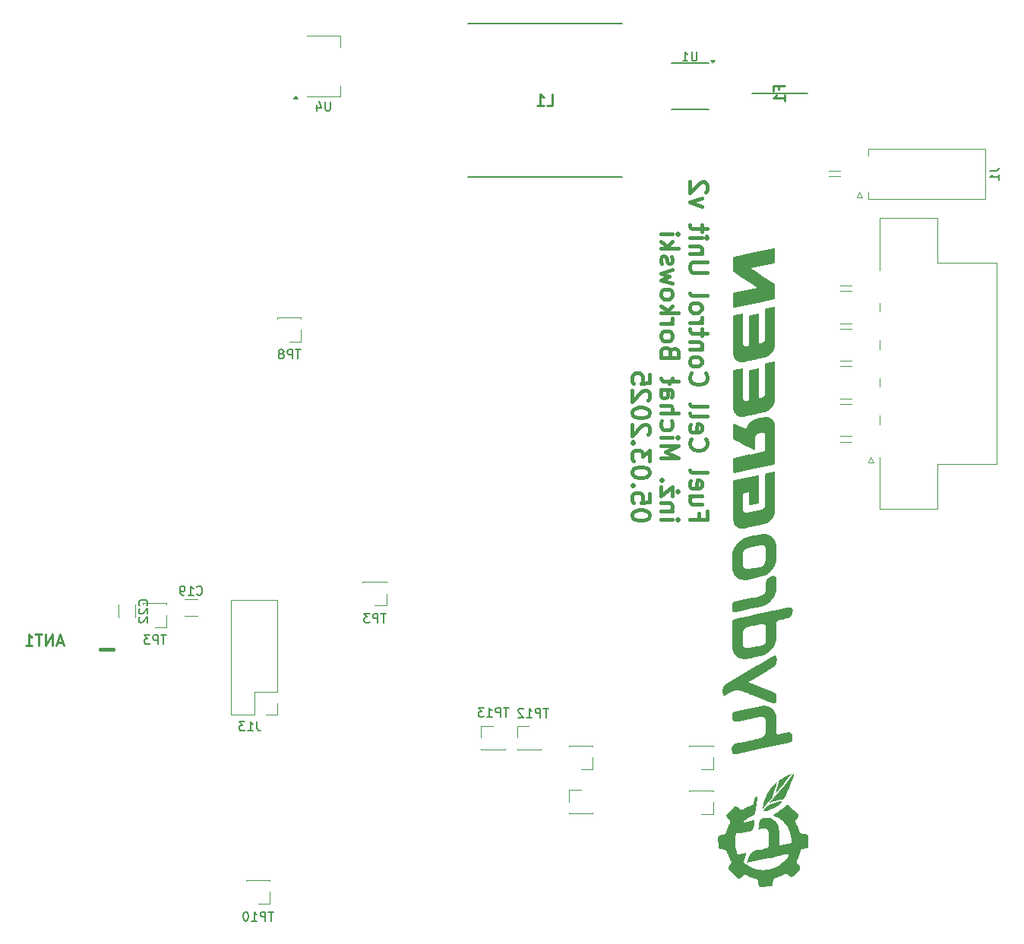
<source format=gbr>
%TF.GenerationSoftware,KiCad,Pcbnew,9.0.0*%
%TF.CreationDate,2025-03-25T01:25:05+01:00*%
%TF.ProjectId,FCCU-v2-schematic-pcb,46434355-2d76-4322-9d73-6368656d6174,rev?*%
%TF.SameCoordinates,Original*%
%TF.FileFunction,Legend,Bot*%
%TF.FilePolarity,Positive*%
%FSLAX46Y46*%
G04 Gerber Fmt 4.6, Leading zero omitted, Abs format (unit mm)*
G04 Created by KiCad (PCBNEW 9.0.0) date 2025-03-25 01:25:05*
%MOMM*%
%LPD*%
G01*
G04 APERTURE LIST*
%ADD10C,0.400000*%
%ADD11C,0.000000*%
%ADD12C,0.150000*%
%ADD13C,0.254000*%
%ADD14C,0.120000*%
%ADD15C,0.200000*%
G04 APERTURE END LIST*
D10*
X161752956Y-71593985D02*
X161752956Y-72260652D01*
X160705337Y-72260652D02*
X162705337Y-72260652D01*
X162705337Y-72260652D02*
X162705337Y-71308271D01*
X162038671Y-69689223D02*
X160705337Y-69689223D01*
X162038671Y-70546366D02*
X160991052Y-70546366D01*
X160991052Y-70546366D02*
X160800576Y-70451128D01*
X160800576Y-70451128D02*
X160705337Y-70260652D01*
X160705337Y-70260652D02*
X160705337Y-69974937D01*
X160705337Y-69974937D02*
X160800576Y-69784461D01*
X160800576Y-69784461D02*
X160895814Y-69689223D01*
X160800576Y-67974937D02*
X160705337Y-68165413D01*
X160705337Y-68165413D02*
X160705337Y-68546366D01*
X160705337Y-68546366D02*
X160800576Y-68736842D01*
X160800576Y-68736842D02*
X160991052Y-68832080D01*
X160991052Y-68832080D02*
X161752956Y-68832080D01*
X161752956Y-68832080D02*
X161943433Y-68736842D01*
X161943433Y-68736842D02*
X162038671Y-68546366D01*
X162038671Y-68546366D02*
X162038671Y-68165413D01*
X162038671Y-68165413D02*
X161943433Y-67974937D01*
X161943433Y-67974937D02*
X161752956Y-67879699D01*
X161752956Y-67879699D02*
X161562480Y-67879699D01*
X161562480Y-67879699D02*
X161372004Y-68832080D01*
X160705337Y-66736842D02*
X160800576Y-66927318D01*
X160800576Y-66927318D02*
X160991052Y-67022556D01*
X160991052Y-67022556D02*
X162705337Y-67022556D01*
X160895814Y-63308270D02*
X160800576Y-63403508D01*
X160800576Y-63403508D02*
X160705337Y-63689222D01*
X160705337Y-63689222D02*
X160705337Y-63879698D01*
X160705337Y-63879698D02*
X160800576Y-64165413D01*
X160800576Y-64165413D02*
X160991052Y-64355889D01*
X160991052Y-64355889D02*
X161181528Y-64451127D01*
X161181528Y-64451127D02*
X161562480Y-64546365D01*
X161562480Y-64546365D02*
X161848195Y-64546365D01*
X161848195Y-64546365D02*
X162229147Y-64451127D01*
X162229147Y-64451127D02*
X162419623Y-64355889D01*
X162419623Y-64355889D02*
X162610099Y-64165413D01*
X162610099Y-64165413D02*
X162705337Y-63879698D01*
X162705337Y-63879698D02*
X162705337Y-63689222D01*
X162705337Y-63689222D02*
X162610099Y-63403508D01*
X162610099Y-63403508D02*
X162514861Y-63308270D01*
X160800576Y-61689222D02*
X160705337Y-61879698D01*
X160705337Y-61879698D02*
X160705337Y-62260651D01*
X160705337Y-62260651D02*
X160800576Y-62451127D01*
X160800576Y-62451127D02*
X160991052Y-62546365D01*
X160991052Y-62546365D02*
X161752956Y-62546365D01*
X161752956Y-62546365D02*
X161943433Y-62451127D01*
X161943433Y-62451127D02*
X162038671Y-62260651D01*
X162038671Y-62260651D02*
X162038671Y-61879698D01*
X162038671Y-61879698D02*
X161943433Y-61689222D01*
X161943433Y-61689222D02*
X161752956Y-61593984D01*
X161752956Y-61593984D02*
X161562480Y-61593984D01*
X161562480Y-61593984D02*
X161372004Y-62546365D01*
X160705337Y-60451127D02*
X160800576Y-60641603D01*
X160800576Y-60641603D02*
X160991052Y-60736841D01*
X160991052Y-60736841D02*
X162705337Y-60736841D01*
X160705337Y-59403508D02*
X160800576Y-59593984D01*
X160800576Y-59593984D02*
X160991052Y-59689222D01*
X160991052Y-59689222D02*
X162705337Y-59689222D01*
X160895814Y-55974936D02*
X160800576Y-56070174D01*
X160800576Y-56070174D02*
X160705337Y-56355888D01*
X160705337Y-56355888D02*
X160705337Y-56546364D01*
X160705337Y-56546364D02*
X160800576Y-56832079D01*
X160800576Y-56832079D02*
X160991052Y-57022555D01*
X160991052Y-57022555D02*
X161181528Y-57117793D01*
X161181528Y-57117793D02*
X161562480Y-57213031D01*
X161562480Y-57213031D02*
X161848195Y-57213031D01*
X161848195Y-57213031D02*
X162229147Y-57117793D01*
X162229147Y-57117793D02*
X162419623Y-57022555D01*
X162419623Y-57022555D02*
X162610099Y-56832079D01*
X162610099Y-56832079D02*
X162705337Y-56546364D01*
X162705337Y-56546364D02*
X162705337Y-56355888D01*
X162705337Y-56355888D02*
X162610099Y-56070174D01*
X162610099Y-56070174D02*
X162514861Y-55974936D01*
X160705337Y-54832079D02*
X160800576Y-55022555D01*
X160800576Y-55022555D02*
X160895814Y-55117793D01*
X160895814Y-55117793D02*
X161086290Y-55213031D01*
X161086290Y-55213031D02*
X161657718Y-55213031D01*
X161657718Y-55213031D02*
X161848195Y-55117793D01*
X161848195Y-55117793D02*
X161943433Y-55022555D01*
X161943433Y-55022555D02*
X162038671Y-54832079D01*
X162038671Y-54832079D02*
X162038671Y-54546364D01*
X162038671Y-54546364D02*
X161943433Y-54355888D01*
X161943433Y-54355888D02*
X161848195Y-54260650D01*
X161848195Y-54260650D02*
X161657718Y-54165412D01*
X161657718Y-54165412D02*
X161086290Y-54165412D01*
X161086290Y-54165412D02*
X160895814Y-54260650D01*
X160895814Y-54260650D02*
X160800576Y-54355888D01*
X160800576Y-54355888D02*
X160705337Y-54546364D01*
X160705337Y-54546364D02*
X160705337Y-54832079D01*
X162038671Y-53308269D02*
X160705337Y-53308269D01*
X161848195Y-53308269D02*
X161943433Y-53213031D01*
X161943433Y-53213031D02*
X162038671Y-53022555D01*
X162038671Y-53022555D02*
X162038671Y-52736840D01*
X162038671Y-52736840D02*
X161943433Y-52546364D01*
X161943433Y-52546364D02*
X161752956Y-52451126D01*
X161752956Y-52451126D02*
X160705337Y-52451126D01*
X162038671Y-51784459D02*
X162038671Y-51022555D01*
X162705337Y-51498745D02*
X160991052Y-51498745D01*
X160991052Y-51498745D02*
X160800576Y-51403507D01*
X160800576Y-51403507D02*
X160705337Y-51213031D01*
X160705337Y-51213031D02*
X160705337Y-51022555D01*
X160705337Y-50355888D02*
X162038671Y-50355888D01*
X161657718Y-50355888D02*
X161848195Y-50260650D01*
X161848195Y-50260650D02*
X161943433Y-50165412D01*
X161943433Y-50165412D02*
X162038671Y-49974936D01*
X162038671Y-49974936D02*
X162038671Y-49784459D01*
X160705337Y-48832079D02*
X160800576Y-49022555D01*
X160800576Y-49022555D02*
X160895814Y-49117793D01*
X160895814Y-49117793D02*
X161086290Y-49213031D01*
X161086290Y-49213031D02*
X161657718Y-49213031D01*
X161657718Y-49213031D02*
X161848195Y-49117793D01*
X161848195Y-49117793D02*
X161943433Y-49022555D01*
X161943433Y-49022555D02*
X162038671Y-48832079D01*
X162038671Y-48832079D02*
X162038671Y-48546364D01*
X162038671Y-48546364D02*
X161943433Y-48355888D01*
X161943433Y-48355888D02*
X161848195Y-48260650D01*
X161848195Y-48260650D02*
X161657718Y-48165412D01*
X161657718Y-48165412D02*
X161086290Y-48165412D01*
X161086290Y-48165412D02*
X160895814Y-48260650D01*
X160895814Y-48260650D02*
X160800576Y-48355888D01*
X160800576Y-48355888D02*
X160705337Y-48546364D01*
X160705337Y-48546364D02*
X160705337Y-48832079D01*
X160705337Y-47022555D02*
X160800576Y-47213031D01*
X160800576Y-47213031D02*
X160991052Y-47308269D01*
X160991052Y-47308269D02*
X162705337Y-47308269D01*
X162705337Y-44736840D02*
X161086290Y-44736840D01*
X161086290Y-44736840D02*
X160895814Y-44641602D01*
X160895814Y-44641602D02*
X160800576Y-44546364D01*
X160800576Y-44546364D02*
X160705337Y-44355888D01*
X160705337Y-44355888D02*
X160705337Y-43974935D01*
X160705337Y-43974935D02*
X160800576Y-43784459D01*
X160800576Y-43784459D02*
X160895814Y-43689221D01*
X160895814Y-43689221D02*
X161086290Y-43593983D01*
X161086290Y-43593983D02*
X162705337Y-43593983D01*
X162038671Y-42641602D02*
X160705337Y-42641602D01*
X161848195Y-42641602D02*
X161943433Y-42546364D01*
X161943433Y-42546364D02*
X162038671Y-42355888D01*
X162038671Y-42355888D02*
X162038671Y-42070173D01*
X162038671Y-42070173D02*
X161943433Y-41879697D01*
X161943433Y-41879697D02*
X161752956Y-41784459D01*
X161752956Y-41784459D02*
X160705337Y-41784459D01*
X160705337Y-40832078D02*
X162038671Y-40832078D01*
X162705337Y-40832078D02*
X162610099Y-40927316D01*
X162610099Y-40927316D02*
X162514861Y-40832078D01*
X162514861Y-40832078D02*
X162610099Y-40736840D01*
X162610099Y-40736840D02*
X162705337Y-40832078D01*
X162705337Y-40832078D02*
X162514861Y-40832078D01*
X162038671Y-40165411D02*
X162038671Y-39403507D01*
X162705337Y-39879697D02*
X160991052Y-39879697D01*
X160991052Y-39879697D02*
X160800576Y-39784459D01*
X160800576Y-39784459D02*
X160705337Y-39593983D01*
X160705337Y-39593983D02*
X160705337Y-39403507D01*
X162038671Y-37403506D02*
X160705337Y-36927316D01*
X160705337Y-36927316D02*
X162038671Y-36451125D01*
X162514861Y-35784458D02*
X162610099Y-35689220D01*
X162610099Y-35689220D02*
X162705337Y-35498744D01*
X162705337Y-35498744D02*
X162705337Y-35022553D01*
X162705337Y-35022553D02*
X162610099Y-34832077D01*
X162610099Y-34832077D02*
X162514861Y-34736839D01*
X162514861Y-34736839D02*
X162324385Y-34641601D01*
X162324385Y-34641601D02*
X162133909Y-34641601D01*
X162133909Y-34641601D02*
X161848195Y-34736839D01*
X161848195Y-34736839D02*
X160705337Y-35879696D01*
X160705337Y-35879696D02*
X160705337Y-34641601D01*
X157485449Y-72260652D02*
X158818783Y-72260652D01*
X159485449Y-72260652D02*
X159390211Y-72355890D01*
X159390211Y-72355890D02*
X159294973Y-72260652D01*
X159294973Y-72260652D02*
X159390211Y-72165414D01*
X159390211Y-72165414D02*
X159485449Y-72260652D01*
X159485449Y-72260652D02*
X159294973Y-72260652D01*
X158818783Y-71308271D02*
X157485449Y-71308271D01*
X158628307Y-71308271D02*
X158723545Y-71213033D01*
X158723545Y-71213033D02*
X158818783Y-71022557D01*
X158818783Y-71022557D02*
X158818783Y-70736842D01*
X158818783Y-70736842D02*
X158723545Y-70546366D01*
X158723545Y-70546366D02*
X158533068Y-70451128D01*
X158533068Y-70451128D02*
X157485449Y-70451128D01*
X158818783Y-69689223D02*
X158818783Y-68641604D01*
X158818783Y-68641604D02*
X157485449Y-69689223D01*
X157485449Y-69689223D02*
X157485449Y-68641604D01*
X159485449Y-69117795D02*
X159390211Y-69213033D01*
X159390211Y-69213033D02*
X159294973Y-69117795D01*
X159294973Y-69117795D02*
X159390211Y-69022557D01*
X159390211Y-69022557D02*
X159485449Y-69117795D01*
X159485449Y-69117795D02*
X159294973Y-69117795D01*
X157675926Y-67879699D02*
X157580688Y-67784461D01*
X157580688Y-67784461D02*
X157485449Y-67879699D01*
X157485449Y-67879699D02*
X157580688Y-67974937D01*
X157580688Y-67974937D02*
X157675926Y-67879699D01*
X157675926Y-67879699D02*
X157485449Y-67879699D01*
X157485449Y-65403508D02*
X159485449Y-65403508D01*
X159485449Y-65403508D02*
X158056878Y-64736841D01*
X158056878Y-64736841D02*
X159485449Y-64070175D01*
X159485449Y-64070175D02*
X157485449Y-64070175D01*
X157485449Y-63117794D02*
X158818783Y-63117794D01*
X159485449Y-63117794D02*
X159390211Y-63213032D01*
X159390211Y-63213032D02*
X159294973Y-63117794D01*
X159294973Y-63117794D02*
X159390211Y-63022556D01*
X159390211Y-63022556D02*
X159485449Y-63117794D01*
X159485449Y-63117794D02*
X159294973Y-63117794D01*
X157580688Y-61308270D02*
X157485449Y-61498746D01*
X157485449Y-61498746D02*
X157485449Y-61879699D01*
X157485449Y-61879699D02*
X157580688Y-62070175D01*
X157580688Y-62070175D02*
X157675926Y-62165413D01*
X157675926Y-62165413D02*
X157866402Y-62260651D01*
X157866402Y-62260651D02*
X158437830Y-62260651D01*
X158437830Y-62260651D02*
X158628307Y-62165413D01*
X158628307Y-62165413D02*
X158723545Y-62070175D01*
X158723545Y-62070175D02*
X158818783Y-61879699D01*
X158818783Y-61879699D02*
X158818783Y-61498746D01*
X158818783Y-61498746D02*
X158723545Y-61308270D01*
X157485449Y-60451127D02*
X159485449Y-60451127D01*
X157485449Y-59593984D02*
X158533068Y-59593984D01*
X158533068Y-59593984D02*
X158723545Y-59689222D01*
X158723545Y-59689222D02*
X158818783Y-59879698D01*
X158818783Y-59879698D02*
X158818783Y-60165413D01*
X158818783Y-60165413D02*
X158723545Y-60355889D01*
X158723545Y-60355889D02*
X158628307Y-60451127D01*
X157485449Y-57784460D02*
X158533068Y-57784460D01*
X158533068Y-57784460D02*
X158723545Y-57879698D01*
X158723545Y-57879698D02*
X158818783Y-58070174D01*
X158818783Y-58070174D02*
X158818783Y-58451127D01*
X158818783Y-58451127D02*
X158723545Y-58641603D01*
X157580688Y-57784460D02*
X157485449Y-57974936D01*
X157485449Y-57974936D02*
X157485449Y-58451127D01*
X157485449Y-58451127D02*
X157580688Y-58641603D01*
X157580688Y-58641603D02*
X157771164Y-58736841D01*
X157771164Y-58736841D02*
X157961640Y-58736841D01*
X157961640Y-58736841D02*
X158152116Y-58641603D01*
X158152116Y-58641603D02*
X158247354Y-58451127D01*
X158247354Y-58451127D02*
X158247354Y-57974936D01*
X158247354Y-57974936D02*
X158342592Y-57784460D01*
X157485449Y-56546365D02*
X157580688Y-56736841D01*
X157580688Y-56736841D02*
X157771164Y-56832079D01*
X157771164Y-56832079D02*
X159485449Y-56832079D01*
X158437830Y-57117793D02*
X158818783Y-56546365D01*
X158533068Y-53593983D02*
X158437830Y-53308269D01*
X158437830Y-53308269D02*
X158342592Y-53213031D01*
X158342592Y-53213031D02*
X158152116Y-53117793D01*
X158152116Y-53117793D02*
X157866402Y-53117793D01*
X157866402Y-53117793D02*
X157675926Y-53213031D01*
X157675926Y-53213031D02*
X157580688Y-53308269D01*
X157580688Y-53308269D02*
X157485449Y-53498745D01*
X157485449Y-53498745D02*
X157485449Y-54260650D01*
X157485449Y-54260650D02*
X159485449Y-54260650D01*
X159485449Y-54260650D02*
X159485449Y-53593983D01*
X159485449Y-53593983D02*
X159390211Y-53403507D01*
X159390211Y-53403507D02*
X159294973Y-53308269D01*
X159294973Y-53308269D02*
X159104497Y-53213031D01*
X159104497Y-53213031D02*
X158914021Y-53213031D01*
X158914021Y-53213031D02*
X158723545Y-53308269D01*
X158723545Y-53308269D02*
X158628307Y-53403507D01*
X158628307Y-53403507D02*
X158533068Y-53593983D01*
X158533068Y-53593983D02*
X158533068Y-54260650D01*
X157485449Y-51974936D02*
X157580688Y-52165412D01*
X157580688Y-52165412D02*
X157675926Y-52260650D01*
X157675926Y-52260650D02*
X157866402Y-52355888D01*
X157866402Y-52355888D02*
X158437830Y-52355888D01*
X158437830Y-52355888D02*
X158628307Y-52260650D01*
X158628307Y-52260650D02*
X158723545Y-52165412D01*
X158723545Y-52165412D02*
X158818783Y-51974936D01*
X158818783Y-51974936D02*
X158818783Y-51689221D01*
X158818783Y-51689221D02*
X158723545Y-51498745D01*
X158723545Y-51498745D02*
X158628307Y-51403507D01*
X158628307Y-51403507D02*
X158437830Y-51308269D01*
X158437830Y-51308269D02*
X157866402Y-51308269D01*
X157866402Y-51308269D02*
X157675926Y-51403507D01*
X157675926Y-51403507D02*
X157580688Y-51498745D01*
X157580688Y-51498745D02*
X157485449Y-51689221D01*
X157485449Y-51689221D02*
X157485449Y-51974936D01*
X157485449Y-50451126D02*
X158818783Y-50451126D01*
X158437830Y-50451126D02*
X158628307Y-50355888D01*
X158628307Y-50355888D02*
X158723545Y-50260650D01*
X158723545Y-50260650D02*
X158818783Y-50070174D01*
X158818783Y-50070174D02*
X158818783Y-49879697D01*
X157485449Y-49213031D02*
X159485449Y-49213031D01*
X158247354Y-49022555D02*
X157485449Y-48451126D01*
X158818783Y-48451126D02*
X158056878Y-49213031D01*
X157485449Y-47308269D02*
X157580688Y-47498745D01*
X157580688Y-47498745D02*
X157675926Y-47593983D01*
X157675926Y-47593983D02*
X157866402Y-47689221D01*
X157866402Y-47689221D02*
X158437830Y-47689221D01*
X158437830Y-47689221D02*
X158628307Y-47593983D01*
X158628307Y-47593983D02*
X158723545Y-47498745D01*
X158723545Y-47498745D02*
X158818783Y-47308269D01*
X158818783Y-47308269D02*
X158818783Y-47022554D01*
X158818783Y-47022554D02*
X158723545Y-46832078D01*
X158723545Y-46832078D02*
X158628307Y-46736840D01*
X158628307Y-46736840D02*
X158437830Y-46641602D01*
X158437830Y-46641602D02*
X157866402Y-46641602D01*
X157866402Y-46641602D02*
X157675926Y-46736840D01*
X157675926Y-46736840D02*
X157580688Y-46832078D01*
X157580688Y-46832078D02*
X157485449Y-47022554D01*
X157485449Y-47022554D02*
X157485449Y-47308269D01*
X158818783Y-45974935D02*
X157485449Y-45593983D01*
X157485449Y-45593983D02*
X158437830Y-45213030D01*
X158437830Y-45213030D02*
X157485449Y-44832078D01*
X157485449Y-44832078D02*
X158818783Y-44451126D01*
X157580688Y-43784459D02*
X157485449Y-43593983D01*
X157485449Y-43593983D02*
X157485449Y-43213031D01*
X157485449Y-43213031D02*
X157580688Y-43022554D01*
X157580688Y-43022554D02*
X157771164Y-42927316D01*
X157771164Y-42927316D02*
X157866402Y-42927316D01*
X157866402Y-42927316D02*
X158056878Y-43022554D01*
X158056878Y-43022554D02*
X158152116Y-43213031D01*
X158152116Y-43213031D02*
X158152116Y-43498745D01*
X158152116Y-43498745D02*
X158247354Y-43689221D01*
X158247354Y-43689221D02*
X158437830Y-43784459D01*
X158437830Y-43784459D02*
X158533068Y-43784459D01*
X158533068Y-43784459D02*
X158723545Y-43689221D01*
X158723545Y-43689221D02*
X158818783Y-43498745D01*
X158818783Y-43498745D02*
X158818783Y-43213031D01*
X158818783Y-43213031D02*
X158723545Y-43022554D01*
X157485449Y-42070173D02*
X159485449Y-42070173D01*
X158247354Y-41879697D02*
X157485449Y-41308268D01*
X158818783Y-41308268D02*
X158056878Y-42070173D01*
X157485449Y-40451125D02*
X158818783Y-40451125D01*
X159485449Y-40451125D02*
X159390211Y-40546363D01*
X159390211Y-40546363D02*
X159294973Y-40451125D01*
X159294973Y-40451125D02*
X159390211Y-40355887D01*
X159390211Y-40355887D02*
X159485449Y-40451125D01*
X159485449Y-40451125D02*
X159294973Y-40451125D01*
X156265561Y-71879700D02*
X156265561Y-71689223D01*
X156265561Y-71689223D02*
X156170323Y-71498747D01*
X156170323Y-71498747D02*
X156075085Y-71403509D01*
X156075085Y-71403509D02*
X155884609Y-71308271D01*
X155884609Y-71308271D02*
X155503657Y-71213033D01*
X155503657Y-71213033D02*
X155027466Y-71213033D01*
X155027466Y-71213033D02*
X154646514Y-71308271D01*
X154646514Y-71308271D02*
X154456038Y-71403509D01*
X154456038Y-71403509D02*
X154360800Y-71498747D01*
X154360800Y-71498747D02*
X154265561Y-71689223D01*
X154265561Y-71689223D02*
X154265561Y-71879700D01*
X154265561Y-71879700D02*
X154360800Y-72070176D01*
X154360800Y-72070176D02*
X154456038Y-72165414D01*
X154456038Y-72165414D02*
X154646514Y-72260652D01*
X154646514Y-72260652D02*
X155027466Y-72355890D01*
X155027466Y-72355890D02*
X155503657Y-72355890D01*
X155503657Y-72355890D02*
X155884609Y-72260652D01*
X155884609Y-72260652D02*
X156075085Y-72165414D01*
X156075085Y-72165414D02*
X156170323Y-72070176D01*
X156170323Y-72070176D02*
X156265561Y-71879700D01*
X156265561Y-69403509D02*
X156265561Y-70355890D01*
X156265561Y-70355890D02*
X155313180Y-70451128D01*
X155313180Y-70451128D02*
X155408419Y-70355890D01*
X155408419Y-70355890D02*
X155503657Y-70165414D01*
X155503657Y-70165414D02*
X155503657Y-69689223D01*
X155503657Y-69689223D02*
X155408419Y-69498747D01*
X155408419Y-69498747D02*
X155313180Y-69403509D01*
X155313180Y-69403509D02*
X155122704Y-69308271D01*
X155122704Y-69308271D02*
X154646514Y-69308271D01*
X154646514Y-69308271D02*
X154456038Y-69403509D01*
X154456038Y-69403509D02*
X154360800Y-69498747D01*
X154360800Y-69498747D02*
X154265561Y-69689223D01*
X154265561Y-69689223D02*
X154265561Y-70165414D01*
X154265561Y-70165414D02*
X154360800Y-70355890D01*
X154360800Y-70355890D02*
X154456038Y-70451128D01*
X154456038Y-68451128D02*
X154360800Y-68355890D01*
X154360800Y-68355890D02*
X154265561Y-68451128D01*
X154265561Y-68451128D02*
X154360800Y-68546366D01*
X154360800Y-68546366D02*
X154456038Y-68451128D01*
X154456038Y-68451128D02*
X154265561Y-68451128D01*
X156265561Y-67117795D02*
X156265561Y-66927318D01*
X156265561Y-66927318D02*
X156170323Y-66736842D01*
X156170323Y-66736842D02*
X156075085Y-66641604D01*
X156075085Y-66641604D02*
X155884609Y-66546366D01*
X155884609Y-66546366D02*
X155503657Y-66451128D01*
X155503657Y-66451128D02*
X155027466Y-66451128D01*
X155027466Y-66451128D02*
X154646514Y-66546366D01*
X154646514Y-66546366D02*
X154456038Y-66641604D01*
X154456038Y-66641604D02*
X154360800Y-66736842D01*
X154360800Y-66736842D02*
X154265561Y-66927318D01*
X154265561Y-66927318D02*
X154265561Y-67117795D01*
X154265561Y-67117795D02*
X154360800Y-67308271D01*
X154360800Y-67308271D02*
X154456038Y-67403509D01*
X154456038Y-67403509D02*
X154646514Y-67498747D01*
X154646514Y-67498747D02*
X155027466Y-67593985D01*
X155027466Y-67593985D02*
X155503657Y-67593985D01*
X155503657Y-67593985D02*
X155884609Y-67498747D01*
X155884609Y-67498747D02*
X156075085Y-67403509D01*
X156075085Y-67403509D02*
X156170323Y-67308271D01*
X156170323Y-67308271D02*
X156265561Y-67117795D01*
X156265561Y-65784461D02*
X156265561Y-64546366D01*
X156265561Y-64546366D02*
X155503657Y-65213033D01*
X155503657Y-65213033D02*
X155503657Y-64927318D01*
X155503657Y-64927318D02*
X155408419Y-64736842D01*
X155408419Y-64736842D02*
X155313180Y-64641604D01*
X155313180Y-64641604D02*
X155122704Y-64546366D01*
X155122704Y-64546366D02*
X154646514Y-64546366D01*
X154646514Y-64546366D02*
X154456038Y-64641604D01*
X154456038Y-64641604D02*
X154360800Y-64736842D01*
X154360800Y-64736842D02*
X154265561Y-64927318D01*
X154265561Y-64927318D02*
X154265561Y-65498747D01*
X154265561Y-65498747D02*
X154360800Y-65689223D01*
X154360800Y-65689223D02*
X154456038Y-65784461D01*
X154456038Y-63689223D02*
X154360800Y-63593985D01*
X154360800Y-63593985D02*
X154265561Y-63689223D01*
X154265561Y-63689223D02*
X154360800Y-63784461D01*
X154360800Y-63784461D02*
X154456038Y-63689223D01*
X154456038Y-63689223D02*
X154265561Y-63689223D01*
X156075085Y-62832080D02*
X156170323Y-62736842D01*
X156170323Y-62736842D02*
X156265561Y-62546366D01*
X156265561Y-62546366D02*
X156265561Y-62070175D01*
X156265561Y-62070175D02*
X156170323Y-61879699D01*
X156170323Y-61879699D02*
X156075085Y-61784461D01*
X156075085Y-61784461D02*
X155884609Y-61689223D01*
X155884609Y-61689223D02*
X155694133Y-61689223D01*
X155694133Y-61689223D02*
X155408419Y-61784461D01*
X155408419Y-61784461D02*
X154265561Y-62927318D01*
X154265561Y-62927318D02*
X154265561Y-61689223D01*
X156265561Y-60451128D02*
X156265561Y-60260651D01*
X156265561Y-60260651D02*
X156170323Y-60070175D01*
X156170323Y-60070175D02*
X156075085Y-59974937D01*
X156075085Y-59974937D02*
X155884609Y-59879699D01*
X155884609Y-59879699D02*
X155503657Y-59784461D01*
X155503657Y-59784461D02*
X155027466Y-59784461D01*
X155027466Y-59784461D02*
X154646514Y-59879699D01*
X154646514Y-59879699D02*
X154456038Y-59974937D01*
X154456038Y-59974937D02*
X154360800Y-60070175D01*
X154360800Y-60070175D02*
X154265561Y-60260651D01*
X154265561Y-60260651D02*
X154265561Y-60451128D01*
X154265561Y-60451128D02*
X154360800Y-60641604D01*
X154360800Y-60641604D02*
X154456038Y-60736842D01*
X154456038Y-60736842D02*
X154646514Y-60832080D01*
X154646514Y-60832080D02*
X155027466Y-60927318D01*
X155027466Y-60927318D02*
X155503657Y-60927318D01*
X155503657Y-60927318D02*
X155884609Y-60832080D01*
X155884609Y-60832080D02*
X156075085Y-60736842D01*
X156075085Y-60736842D02*
X156170323Y-60641604D01*
X156170323Y-60641604D02*
X156265561Y-60451128D01*
X156075085Y-59022556D02*
X156170323Y-58927318D01*
X156170323Y-58927318D02*
X156265561Y-58736842D01*
X156265561Y-58736842D02*
X156265561Y-58260651D01*
X156265561Y-58260651D02*
X156170323Y-58070175D01*
X156170323Y-58070175D02*
X156075085Y-57974937D01*
X156075085Y-57974937D02*
X155884609Y-57879699D01*
X155884609Y-57879699D02*
X155694133Y-57879699D01*
X155694133Y-57879699D02*
X155408419Y-57974937D01*
X155408419Y-57974937D02*
X154265561Y-59117794D01*
X154265561Y-59117794D02*
X154265561Y-57879699D01*
X156265561Y-56070175D02*
X156265561Y-57022556D01*
X156265561Y-57022556D02*
X155313180Y-57117794D01*
X155313180Y-57117794D02*
X155408419Y-57022556D01*
X155408419Y-57022556D02*
X155503657Y-56832080D01*
X155503657Y-56832080D02*
X155503657Y-56355889D01*
X155503657Y-56355889D02*
X155408419Y-56165413D01*
X155408419Y-56165413D02*
X155313180Y-56070175D01*
X155313180Y-56070175D02*
X155122704Y-55974937D01*
X155122704Y-55974937D02*
X154646514Y-55974937D01*
X154646514Y-55974937D02*
X154456038Y-56070175D01*
X154456038Y-56070175D02*
X154360800Y-56165413D01*
X154360800Y-56165413D02*
X154265561Y-56355889D01*
X154265561Y-56355889D02*
X154265561Y-56832080D01*
X154265561Y-56832080D02*
X154360800Y-57022556D01*
X154360800Y-57022556D02*
X154456038Y-57117794D01*
D11*
G36*
X171859122Y-100916059D02*
G01*
X171640923Y-101190320D01*
X171183591Y-101752063D01*
X170713558Y-102317378D01*
X170249082Y-102869398D01*
X170302346Y-102727474D01*
X170357694Y-102569824D01*
X170413240Y-102398581D01*
X170467099Y-102215878D01*
X170517387Y-102023848D01*
X170540602Y-101925002D01*
X170562217Y-101824625D01*
X170581997Y-101722983D01*
X170599705Y-101620342D01*
X170615107Y-101516969D01*
X170627966Y-101413132D01*
X170734032Y-101335647D01*
X170839310Y-101262662D01*
X170943509Y-101194061D01*
X171046338Y-101129730D01*
X171147505Y-101069553D01*
X171246719Y-101013417D01*
X171438120Y-100912805D01*
X171618211Y-100826977D01*
X171784658Y-100755015D01*
X171935132Y-100696000D01*
X172067299Y-100649016D01*
X171859122Y-100916059D01*
G37*
G36*
X170978333Y-103730967D02*
G01*
X170934461Y-103787643D01*
X170845123Y-103893391D01*
X170753701Y-103989695D01*
X170660245Y-104077388D01*
X170564805Y-104157305D01*
X170467430Y-104230280D01*
X170368170Y-104297147D01*
X170267074Y-104358739D01*
X170164193Y-104415892D01*
X170059575Y-104469439D01*
X169953270Y-104520213D01*
X169845329Y-104569050D01*
X169398183Y-104761700D01*
X169363531Y-104775766D01*
X169328730Y-104787803D01*
X169293929Y-104797819D01*
X169259277Y-104805820D01*
X169224922Y-104811811D01*
X169191014Y-104815799D01*
X169157702Y-104817791D01*
X169125133Y-104817792D01*
X169093458Y-104815809D01*
X169062824Y-104811847D01*
X169033381Y-104805914D01*
X169005277Y-104798014D01*
X168978661Y-104788156D01*
X168953683Y-104776344D01*
X168930491Y-104762584D01*
X168909233Y-104746884D01*
X169010205Y-104618925D01*
X169121693Y-104480448D01*
X169242310Y-104332843D01*
X169370666Y-104177499D01*
X169376218Y-104177487D01*
X169381745Y-104177400D01*
X169387223Y-104177164D01*
X169389936Y-104176968D01*
X169392626Y-104176706D01*
X169395292Y-104176369D01*
X169397931Y-104175949D01*
X169400538Y-104175436D01*
X169403111Y-104174821D01*
X169405647Y-104174094D01*
X169408142Y-104173246D01*
X169410594Y-104172268D01*
X169413000Y-104171150D01*
X169410883Y-104171150D01*
X169552137Y-104106791D01*
X169709023Y-104041000D01*
X169805373Y-104002937D01*
X169912268Y-103962659D01*
X170028664Y-103921091D01*
X170153514Y-103879158D01*
X170285776Y-103837783D01*
X170424402Y-103797890D01*
X170568350Y-103760402D01*
X170716573Y-103726245D01*
X170868026Y-103696342D01*
X171021666Y-103671617D01*
X170978333Y-103730967D01*
G37*
G36*
X172294312Y-100830819D02*
G01*
X172201327Y-101138095D01*
X172140479Y-101324607D01*
X172069945Y-101529285D01*
X171989638Y-101749318D01*
X171899470Y-101981892D01*
X171799357Y-102224196D01*
X171689209Y-102473418D01*
X171568942Y-102726745D01*
X171438467Y-102981364D01*
X171297699Y-103234465D01*
X171146549Y-103483234D01*
X171031667Y-103496149D01*
X170917457Y-103512437D01*
X170804296Y-103531751D01*
X170692557Y-103553745D01*
X170474851Y-103604379D01*
X170267339Y-103661562D01*
X170073023Y-103722516D01*
X169894905Y-103784461D01*
X169735985Y-103844621D01*
X169599266Y-103900217D01*
X170162299Y-103231349D01*
X170715741Y-102574720D01*
X171284662Y-101891500D01*
X171836913Y-101211455D01*
X172096742Y-100881925D01*
X172340349Y-100564351D01*
X172351793Y-100561573D01*
X172360458Y-100559588D01*
X172367866Y-100558000D01*
X172294312Y-100830819D01*
G37*
G36*
X170405972Y-101718292D02*
G01*
X170373991Y-101871060D01*
X170338178Y-102020653D01*
X170299420Y-102166004D01*
X170216614Y-102439715D01*
X170132667Y-102683661D01*
X170054672Y-102889309D01*
X169989726Y-103048125D01*
X169927350Y-103191133D01*
X169926208Y-103193490D01*
X169925163Y-103195804D01*
X169924211Y-103198081D01*
X169923348Y-103200327D01*
X169922572Y-103202548D01*
X169921880Y-103204750D01*
X169921269Y-103206940D01*
X169920735Y-103209124D01*
X169920276Y-103211308D01*
X169919888Y-103213498D01*
X169919568Y-103215700D01*
X169919313Y-103217921D01*
X169919120Y-103220167D01*
X169918986Y-103222444D01*
X169918908Y-103224758D01*
X169918883Y-103227115D01*
X169918882Y-103229233D01*
X169921263Y-103237434D01*
X169923347Y-103244413D01*
X169924352Y-103247666D01*
X169925232Y-103250398D01*
X169268801Y-104033300D01*
X169023036Y-104330593D01*
X168826682Y-104573315D01*
X168826794Y-104562009D01*
X168827178Y-104550330D01*
X168827910Y-104538304D01*
X168829064Y-104525955D01*
X168830713Y-104513309D01*
X168831747Y-104506882D01*
X168832933Y-104500390D01*
X168834280Y-104493835D01*
X168835798Y-104487223D01*
X168837496Y-104480554D01*
X168839382Y-104473833D01*
X168912110Y-104191791D01*
X168975114Y-103933586D01*
X169033752Y-103695275D01*
X169093383Y-103472913D01*
X169125244Y-103366481D01*
X169159363Y-103262557D01*
X169196409Y-103160648D01*
X169237051Y-103060262D01*
X169281960Y-102960905D01*
X169331805Y-102862085D01*
X169387256Y-102763308D01*
X169448982Y-102664081D01*
X169505080Y-102579864D01*
X169562204Y-102497848D01*
X169620288Y-102418003D01*
X169679269Y-102340297D01*
X169739081Y-102264700D01*
X169799659Y-102191180D01*
X169860937Y-102119706D01*
X169922851Y-102050248D01*
X169985336Y-101982774D01*
X170048326Y-101917254D01*
X170175562Y-101791949D01*
X170304038Y-101674086D01*
X170433233Y-101563415D01*
X170405972Y-101718292D01*
G37*
G36*
X168184628Y-103169840D02*
G01*
X168191521Y-103170431D01*
X168198287Y-103171554D01*
X168204910Y-103173210D01*
X168211375Y-103175401D01*
X168217665Y-103178128D01*
X168223765Y-103181393D01*
X168229659Y-103185198D01*
X168235331Y-103189543D01*
X168240765Y-103194432D01*
X168245945Y-103199864D01*
X168250855Y-103205842D01*
X168255480Y-103212368D01*
X168259803Y-103219442D01*
X168263809Y-103227067D01*
X168267481Y-103235243D01*
X168270804Y-103243973D01*
X168273762Y-103253258D01*
X168276339Y-103263100D01*
X168269998Y-103265216D01*
X168275633Y-103297959D01*
X168278461Y-103333883D01*
X168278803Y-103372400D01*
X168276977Y-103412919D01*
X168273303Y-103454852D01*
X168268101Y-103497610D01*
X168254388Y-103583244D01*
X168202265Y-103840948D01*
X168178817Y-104018352D01*
X168152788Y-104194962D01*
X168123982Y-104370778D01*
X168092198Y-104545799D01*
X168053933Y-104767586D01*
X168043228Y-104823979D01*
X168031068Y-104879844D01*
X168016954Y-104934729D01*
X168000388Y-104988183D01*
X167980871Y-105039750D01*
X167957902Y-105088981D01*
X167944968Y-105112578D01*
X167930983Y-105135420D01*
X167915887Y-105157452D01*
X167899615Y-105178617D01*
X167882107Y-105198857D01*
X167863299Y-105218117D01*
X167843129Y-105236340D01*
X167821534Y-105253469D01*
X167798453Y-105269448D01*
X167773823Y-105284220D01*
X167747581Y-105297728D01*
X167719666Y-105309917D01*
X167651713Y-105337156D01*
X167584431Y-105365115D01*
X167517892Y-105394116D01*
X167452172Y-105424481D01*
X167387345Y-105456532D01*
X167323485Y-105490593D01*
X167260667Y-105526986D01*
X167229672Y-105546157D01*
X167198966Y-105566032D01*
X167158682Y-105593314D01*
X167118796Y-105621165D01*
X167079307Y-105649562D01*
X167040215Y-105678480D01*
X167001520Y-105707894D01*
X166963221Y-105737780D01*
X166925319Y-105768112D01*
X166887814Y-105798865D01*
X166854597Y-105828193D01*
X166821702Y-105858860D01*
X166789253Y-105890618D01*
X166757375Y-105923220D01*
X166726191Y-105956417D01*
X166695826Y-105989961D01*
X166666404Y-106023604D01*
X166638048Y-106057099D01*
X166703022Y-106053649D01*
X166768508Y-106047458D01*
X166834422Y-106038812D01*
X166900680Y-106027995D01*
X166967198Y-106015293D01*
X167033894Y-106000991D01*
X167167479Y-105968729D01*
X167433088Y-105897555D01*
X167563772Y-105863209D01*
X167692148Y-105832732D01*
X167748182Y-105821297D01*
X167774031Y-105817059D01*
X167798312Y-105814277D01*
X167820931Y-105813307D01*
X167831588Y-105813611D01*
X167841795Y-105814501D01*
X167851539Y-105816020D01*
X167860810Y-105818212D01*
X167869596Y-105821122D01*
X167877885Y-105824795D01*
X167885666Y-105829273D01*
X167892926Y-105834602D01*
X167899655Y-105840825D01*
X167905840Y-105847987D01*
X167911470Y-105856132D01*
X167916534Y-105865304D01*
X167921019Y-105875547D01*
X167924915Y-105886906D01*
X167928209Y-105899424D01*
X167930890Y-105913146D01*
X167932946Y-105928116D01*
X167934365Y-105944378D01*
X167935137Y-105961977D01*
X167935249Y-105980956D01*
X167934690Y-106001359D01*
X167933447Y-106023232D01*
X167923055Y-106173147D01*
X167911032Y-106306961D01*
X167896343Y-106425836D01*
X167877951Y-106530935D01*
X167867044Y-106578682D01*
X167854822Y-106623421D01*
X167841157Y-106665297D01*
X167825919Y-106704456D01*
X167808980Y-106741043D01*
X167790208Y-106775204D01*
X167769475Y-106807083D01*
X167746652Y-106836826D01*
X167721609Y-106864579D01*
X167694216Y-106890486D01*
X167664344Y-106914694D01*
X167631864Y-106937347D01*
X167596646Y-106958591D01*
X167558561Y-106978571D01*
X167517479Y-106997432D01*
X167473271Y-107015321D01*
X167374959Y-107048759D01*
X167262589Y-107080049D01*
X167135125Y-107110352D01*
X166991531Y-107140832D01*
X166736472Y-107192955D01*
X166481413Y-107246666D01*
X166447377Y-107253227D01*
X166413515Y-107258675D01*
X166379801Y-107263088D01*
X166346212Y-107266543D01*
X166312721Y-107269116D01*
X166279305Y-107270887D01*
X166212597Y-107272330D01*
X166145889Y-107271491D01*
X166078982Y-107268990D01*
X165943781Y-107261482D01*
X165939634Y-107261495D01*
X165935214Y-107261581D01*
X165930645Y-107261817D01*
X165928344Y-107262014D01*
X165926052Y-107262276D01*
X165923785Y-107262612D01*
X165921558Y-107263032D01*
X165919387Y-107263546D01*
X165917288Y-107264161D01*
X165915275Y-107264888D01*
X165913364Y-107265736D01*
X165911572Y-107266714D01*
X165909912Y-107267832D01*
X165909137Y-107268440D01*
X165908397Y-107269071D01*
X165907693Y-107269726D01*
X165907022Y-107270403D01*
X165906384Y-107271102D01*
X165905777Y-107271822D01*
X165905201Y-107272562D01*
X165904653Y-107273322D01*
X165903641Y-107274896D01*
X165902731Y-107276538D01*
X165901914Y-107278243D01*
X165901181Y-107280003D01*
X165900522Y-107281812D01*
X165899929Y-107283666D01*
X165899391Y-107285556D01*
X165898899Y-107287477D01*
X165898019Y-107291388D01*
X165897214Y-107295349D01*
X165871793Y-107406768D01*
X165848232Y-107518757D01*
X165827004Y-107631291D01*
X165808578Y-107744347D01*
X165793427Y-107857898D01*
X165782021Y-107971921D01*
X165774832Y-108086391D01*
X165772966Y-108143785D01*
X165772331Y-108201282D01*
X165773861Y-108300122D01*
X165778421Y-108398177D01*
X165785963Y-108495408D01*
X165796441Y-108591774D01*
X165809810Y-108687234D01*
X165826021Y-108781749D01*
X165845029Y-108875277D01*
X165866787Y-108967780D01*
X165891249Y-109059215D01*
X165918369Y-109149544D01*
X165948099Y-109238726D01*
X165980393Y-109326720D01*
X166015204Y-109413486D01*
X166052487Y-109498984D01*
X166092195Y-109583174D01*
X166134280Y-109666015D01*
X166154870Y-109655471D01*
X166176167Y-109645261D01*
X166198184Y-109635375D01*
X166220932Y-109625798D01*
X166244424Y-109616519D01*
X166268672Y-109607525D01*
X166293690Y-109598804D01*
X166319489Y-109590344D01*
X166373480Y-109574155D01*
X166430746Y-109558858D01*
X166491385Y-109544356D01*
X166555496Y-109530548D01*
X166608161Y-109520589D01*
X166661297Y-109511200D01*
X166768486Y-109493242D01*
X166876072Y-109474886D01*
X166929704Y-109465002D01*
X166983063Y-109454348D01*
X166986572Y-109453628D01*
X166989956Y-109453056D01*
X166993212Y-109452629D01*
X166996337Y-109452347D01*
X166999331Y-109452207D01*
X167002192Y-109452208D01*
X167004917Y-109452349D01*
X167007504Y-109452628D01*
X167009951Y-109453043D01*
X167012257Y-109453593D01*
X167014420Y-109454277D01*
X167016438Y-109455092D01*
X167018308Y-109456037D01*
X167020029Y-109457112D01*
X167021598Y-109458313D01*
X167023015Y-109459640D01*
X167024277Y-109461091D01*
X167025381Y-109462664D01*
X167026327Y-109464358D01*
X167027112Y-109466172D01*
X167027734Y-109468103D01*
X167028192Y-109470151D01*
X167028483Y-109472313D01*
X167028605Y-109474589D01*
X167028556Y-109476976D01*
X167028336Y-109479473D01*
X167027940Y-109482079D01*
X167027369Y-109484792D01*
X167026619Y-109487610D01*
X167025689Y-109490532D01*
X167024577Y-109493557D01*
X167023280Y-109496682D01*
X167019481Y-109505182D01*
X167016004Y-109513979D01*
X167012825Y-109523024D01*
X167009919Y-109532268D01*
X167007261Y-109541661D01*
X167004826Y-109551153D01*
X167000526Y-109570236D01*
X166987297Y-109640615D01*
X166978174Y-109684357D01*
X166967594Y-109727522D01*
X166955736Y-109770179D01*
X166942781Y-109812396D01*
X166914297Y-109895781D01*
X166883580Y-109978224D01*
X166821204Y-110142464D01*
X166792423Y-110225353D01*
X166779263Y-110267228D01*
X166767163Y-110309482D01*
X166761938Y-110330392D01*
X166759610Y-110341024D01*
X166757506Y-110351749D01*
X166755650Y-110362548D01*
X166754066Y-110373403D01*
X166752781Y-110384296D01*
X166751817Y-110395206D01*
X166751201Y-110406117D01*
X166750957Y-110417010D01*
X166751110Y-110427865D01*
X166751685Y-110438664D01*
X166752706Y-110449389D01*
X166754198Y-110460021D01*
X166756187Y-110470542D01*
X166758696Y-110480932D01*
X166761231Y-110489396D01*
X166764067Y-110497725D01*
X166770607Y-110513976D01*
X166778244Y-110529687D01*
X166786908Y-110544862D01*
X166796526Y-110559503D01*
X166807029Y-110573614D01*
X166818343Y-110587199D01*
X166830399Y-110600259D01*
X166843124Y-110612798D01*
X166856448Y-110624820D01*
X166870299Y-110636327D01*
X166884605Y-110647322D01*
X166899296Y-110657808D01*
X166914300Y-110667790D01*
X166929547Y-110677269D01*
X166944963Y-110686249D01*
X167034938Y-110739401D01*
X167124218Y-110793570D01*
X167302679Y-110901884D01*
X167392852Y-110954491D01*
X167484315Y-111005038D01*
X167530686Y-111029300D01*
X167577565Y-111052758D01*
X167625014Y-111075318D01*
X167673096Y-111096882D01*
X167747700Y-111128060D01*
X167823048Y-111157294D01*
X167899091Y-111184574D01*
X167975779Y-111209892D01*
X168053062Y-111233238D01*
X168130891Y-111254602D01*
X168209216Y-111273976D01*
X168287987Y-111291351D01*
X168367155Y-111306716D01*
X168446671Y-111320062D01*
X168526484Y-111331381D01*
X168606546Y-111340662D01*
X168686805Y-111347898D01*
X168767214Y-111353077D01*
X168847722Y-111356192D01*
X168928279Y-111357232D01*
X169037772Y-111355209D01*
X169147094Y-111349183D01*
X169256124Y-111339219D01*
X169364742Y-111325383D01*
X169472827Y-111307739D01*
X169580258Y-111286352D01*
X169686913Y-111261289D01*
X169792672Y-111232613D01*
X169897415Y-111200390D01*
X170001019Y-111164685D01*
X170103365Y-111125564D01*
X170204331Y-111083090D01*
X170303796Y-111037330D01*
X170401640Y-110988349D01*
X170497741Y-110936211D01*
X170591979Y-110880981D01*
X170698907Y-110805294D01*
X170879085Y-110664817D01*
X171100190Y-110479890D01*
X171215990Y-110377114D01*
X171329902Y-110270853D01*
X171437885Y-110163649D01*
X171535901Y-110058045D01*
X171619907Y-109956584D01*
X171655395Y-109908201D01*
X171685866Y-109861807D01*
X171710814Y-109817720D01*
X171729735Y-109776258D01*
X171742125Y-109737738D01*
X171747477Y-109702478D01*
X171745286Y-109670796D01*
X171735049Y-109643011D01*
X171716259Y-109619439D01*
X171688413Y-109600398D01*
X171676492Y-109594681D01*
X171664165Y-109589808D01*
X171651459Y-109585742D01*
X171638402Y-109582448D01*
X171625021Y-109579888D01*
X171611343Y-109578028D01*
X171583207Y-109576255D01*
X171554216Y-109576839D01*
X171524590Y-109579488D01*
X171494548Y-109583910D01*
X171464310Y-109589815D01*
X171434097Y-109596910D01*
X171404130Y-109604905D01*
X171345810Y-109622425D01*
X171241795Y-109655431D01*
X171095051Y-109695846D01*
X170947314Y-109734277D01*
X170799180Y-109770327D01*
X170651245Y-109803599D01*
X170054081Y-109937477D01*
X169755002Y-110003623D01*
X169455328Y-110068182D01*
X167052911Y-110574065D01*
X167055274Y-110573244D01*
X167057598Y-110571991D01*
X167059883Y-110570332D01*
X167062126Y-110568294D01*
X167064328Y-110565901D01*
X167066487Y-110563182D01*
X167068602Y-110560162D01*
X167070672Y-110556867D01*
X167074670Y-110549560D01*
X167078473Y-110541472D01*
X167082071Y-110532813D01*
X167085455Y-110523794D01*
X167088616Y-110514627D01*
X167091545Y-110505521D01*
X167096667Y-110488340D01*
X167103711Y-110463998D01*
X167114047Y-110434931D01*
X167123695Y-110405691D01*
X167141347Y-110346788D01*
X167157512Y-110287488D01*
X167173031Y-110227990D01*
X167188749Y-110168492D01*
X167205509Y-110109192D01*
X167224154Y-110050289D01*
X167234447Y-110021048D01*
X167245528Y-109991981D01*
X167277936Y-109914497D01*
X167313302Y-109838630D01*
X167351707Y-109764711D01*
X167393231Y-109693068D01*
X167437955Y-109624030D01*
X167485959Y-109557924D01*
X167537324Y-109495080D01*
X167592131Y-109435827D01*
X167650460Y-109380493D01*
X167712393Y-109329407D01*
X167778008Y-109282897D01*
X167812223Y-109261461D01*
X167847388Y-109241293D01*
X167883515Y-109222432D01*
X167920612Y-109204922D01*
X167958692Y-109188802D01*
X167997762Y-109174113D01*
X168037834Y-109160898D01*
X168078918Y-109149196D01*
X168121023Y-109139049D01*
X168164160Y-109130498D01*
X168187155Y-109126889D01*
X168210103Y-109123946D01*
X168233008Y-109121592D01*
X168255872Y-109119750D01*
X168301492Y-109117290D01*
X168346988Y-109115947D01*
X168437707Y-109114128D01*
X168482980Y-109112412D01*
X168528227Y-109109332D01*
X168566699Y-109105253D01*
X168605122Y-109100216D01*
X168681818Y-109087603D01*
X168758316Y-109072162D01*
X168834615Y-109054563D01*
X169137827Y-108975982D01*
X169209993Y-108956237D01*
X169246844Y-108945063D01*
X169265180Y-108938922D01*
X169283348Y-108932326D01*
X169301268Y-108925208D01*
X169318860Y-108917505D01*
X169336043Y-108909150D01*
X169352735Y-108900079D01*
X169368857Y-108890227D01*
X169384328Y-108879529D01*
X169399067Y-108867919D01*
X169412994Y-108855332D01*
X169427655Y-108840148D01*
X169441112Y-108824003D01*
X169453414Y-108806952D01*
X169464608Y-108789050D01*
X169474744Y-108770352D01*
X169483869Y-108750915D01*
X169492032Y-108730793D01*
X169499281Y-108710043D01*
X169511233Y-108666876D01*
X169520113Y-108621858D01*
X169526307Y-108575432D01*
X169530204Y-108528042D01*
X169532191Y-108480132D01*
X169532656Y-108432143D01*
X169530568Y-108337708D01*
X169527042Y-108248283D01*
X169525177Y-108167416D01*
X169525177Y-107500665D01*
X169523032Y-107367869D01*
X169516942Y-107249311D01*
X169506239Y-107144445D01*
X169498948Y-107096976D01*
X169490252Y-107052726D01*
X169480068Y-107011625D01*
X169468313Y-106973607D01*
X169454901Y-106938602D01*
X169439750Y-106906543D01*
X169422776Y-106877362D01*
X169403895Y-106850989D01*
X169383023Y-106827357D01*
X169360077Y-106806399D01*
X169334973Y-106788044D01*
X169307628Y-106772226D01*
X169277957Y-106758876D01*
X169245876Y-106747926D01*
X169211303Y-106739307D01*
X169174154Y-106732952D01*
X169134344Y-106728792D01*
X169091790Y-106726759D01*
X169046408Y-106726785D01*
X168998115Y-106728801D01*
X168892459Y-106738533D01*
X168774153Y-106755408D01*
X168642527Y-106778882D01*
X168613873Y-106784645D01*
X168584749Y-106790854D01*
X168523200Y-106804811D01*
X168373710Y-106840265D01*
X168389341Y-106651422D01*
X168406481Y-106481845D01*
X168425749Y-106330463D01*
X168447760Y-106196203D01*
X168473133Y-106077991D01*
X168502484Y-105974755D01*
X168536429Y-105885422D01*
X168555318Y-105845634D01*
X168575587Y-105808920D01*
X168597313Y-105775144D01*
X168620574Y-105744174D01*
X168645446Y-105715875D01*
X168672007Y-105690114D01*
X168700334Y-105666755D01*
X168730503Y-105645665D01*
X168762593Y-105626709D01*
X168796680Y-105609755D01*
X168871153Y-105581311D01*
X168954541Y-105559261D01*
X169047460Y-105542531D01*
X169150527Y-105530049D01*
X169270036Y-105522852D01*
X169388454Y-105524960D01*
X169505185Y-105536202D01*
X169619633Y-105556408D01*
X169731205Y-105585408D01*
X169839304Y-105623030D01*
X169943334Y-105669104D01*
X170042702Y-105723460D01*
X170136811Y-105785927D01*
X170225066Y-105856334D01*
X170266812Y-105894462D01*
X170306872Y-105934512D01*
X170345170Y-105976461D01*
X170381633Y-106020289D01*
X170416186Y-106065974D01*
X170448755Y-106113495D01*
X170479264Y-106162830D01*
X170507641Y-106213959D01*
X170533810Y-106266860D01*
X170557697Y-106321512D01*
X170579227Y-106377893D01*
X170598327Y-106435982D01*
X170615441Y-106496152D01*
X170630366Y-106556780D01*
X170643245Y-106617831D01*
X170654220Y-106679266D01*
X170663434Y-106741048D01*
X170671029Y-106803141D01*
X170677149Y-106865506D01*
X170681935Y-106928107D01*
X170688078Y-107053866D01*
X170690600Y-107180122D01*
X170690642Y-107306576D01*
X170689343Y-107432931D01*
X170678761Y-108381198D01*
X170679067Y-108409459D01*
X170679570Y-108423819D01*
X170680414Y-108438216D01*
X170681680Y-108452563D01*
X170683449Y-108466774D01*
X170685800Y-108480762D01*
X170688815Y-108494440D01*
X170692574Y-108507720D01*
X170697157Y-108520518D01*
X170702646Y-108532744D01*
X170709122Y-108544314D01*
X170712754Y-108549825D01*
X170716663Y-108555139D01*
X170720859Y-108560245D01*
X170725352Y-108565133D01*
X170730152Y-108569791D01*
X170735269Y-108574210D01*
X170740713Y-108578376D01*
X170746494Y-108582281D01*
X170750896Y-108584949D01*
X170755369Y-108587400D01*
X170764514Y-108591678D01*
X170773901Y-108595169D01*
X170783502Y-108597925D01*
X170793289Y-108599999D01*
X170803234Y-108601443D01*
X170813310Y-108602311D01*
X170823487Y-108602654D01*
X170833740Y-108602527D01*
X170844038Y-108601980D01*
X170854355Y-108601068D01*
X170864663Y-108599843D01*
X170874934Y-108598357D01*
X170885140Y-108596664D01*
X170905244Y-108592865D01*
X172035544Y-108383314D01*
X172040393Y-108382417D01*
X172045367Y-108381297D01*
X172047876Y-108380645D01*
X172050390Y-108379929D01*
X172052896Y-108379144D01*
X172055388Y-108378288D01*
X172057854Y-108377357D01*
X172060287Y-108376349D01*
X172062676Y-108375260D01*
X172065012Y-108374087D01*
X172067286Y-108372828D01*
X172069489Y-108371479D01*
X172071611Y-108370036D01*
X172073644Y-108368498D01*
X172074605Y-108367295D01*
X172075507Y-108366069D01*
X172077137Y-108363549D01*
X172078550Y-108360950D01*
X172079762Y-108358278D01*
X172080788Y-108355545D01*
X172081643Y-108352759D01*
X172082343Y-108349930D01*
X172082904Y-108347067D01*
X172083341Y-108344178D01*
X172083669Y-108341275D01*
X172083904Y-108338365D01*
X172084062Y-108335458D01*
X172084206Y-108329691D01*
X172084227Y-108324048D01*
X172074550Y-108157515D01*
X172058902Y-107990822D01*
X172037114Y-107824451D01*
X172009019Y-107658886D01*
X171974451Y-107494610D01*
X171933241Y-107332109D01*
X171885222Y-107171864D01*
X171830227Y-107014361D01*
X171768088Y-106860082D01*
X171698638Y-106709511D01*
X171621710Y-106563133D01*
X171537135Y-106421430D01*
X171444747Y-106284886D01*
X171344378Y-106153986D01*
X171235860Y-106029212D01*
X171119027Y-105911049D01*
X171021429Y-105820958D01*
X170970906Y-105775913D01*
X170919267Y-105731661D01*
X170866536Y-105688799D01*
X170839769Y-105668075D01*
X170812739Y-105647921D01*
X170785448Y-105628412D01*
X170757899Y-105609622D01*
X170730097Y-105591626D01*
X170702043Y-105574499D01*
X170673434Y-105558337D01*
X170644025Y-105543133D01*
X170613909Y-105528804D01*
X170583179Y-105515265D01*
X170551928Y-105502433D01*
X170520250Y-105490225D01*
X170455981Y-105467342D01*
X170200394Y-105383998D01*
X170180339Y-105376520D01*
X170170251Y-105372488D01*
X170160210Y-105368223D01*
X170150281Y-105363698D01*
X170140528Y-105358884D01*
X170131017Y-105353754D01*
X170121812Y-105348280D01*
X170112980Y-105342434D01*
X170104586Y-105336188D01*
X170096693Y-105329514D01*
X170089368Y-105322384D01*
X170082675Y-105314770D01*
X170079586Y-105310773D01*
X170076680Y-105306645D01*
X170073965Y-105302382D01*
X170071448Y-105297980D01*
X170069138Y-105293437D01*
X170067043Y-105288748D01*
X170064236Y-105280344D01*
X170062148Y-105271819D01*
X170060755Y-105263201D01*
X170060032Y-105254517D01*
X170059953Y-105245797D01*
X170060495Y-105237067D01*
X170061632Y-105228356D01*
X170063339Y-105219692D01*
X170065592Y-105211102D01*
X170068366Y-105202614D01*
X170071636Y-105194256D01*
X170075378Y-105186057D01*
X170079566Y-105178043D01*
X170084175Y-105170244D01*
X170089182Y-105162686D01*
X170094560Y-105155398D01*
X170100239Y-105148401D01*
X170106152Y-105141685D01*
X170112290Y-105135236D01*
X170118637Y-105129039D01*
X170125184Y-105123077D01*
X170131916Y-105117335D01*
X170138822Y-105111798D01*
X170145889Y-105106450D01*
X170153106Y-105101275D01*
X170160458Y-105096259D01*
X170167935Y-105091385D01*
X170175523Y-105086639D01*
X170190984Y-105077465D01*
X170206743Y-105068614D01*
X170423305Y-104936091D01*
X170639073Y-104802179D01*
X170745667Y-104733276D01*
X170850872Y-104662314D01*
X170954291Y-104588723D01*
X171055527Y-104511932D01*
X171089688Y-104483222D01*
X171127597Y-104448837D01*
X171212987Y-104368726D01*
X171259631Y-104325840D01*
X171308349Y-104282960D01*
X171358722Y-104241506D01*
X171410333Y-104202899D01*
X171462762Y-104168558D01*
X171489153Y-104153431D01*
X171515592Y-104139903D01*
X171542026Y-104128152D01*
X171568402Y-104118355D01*
X171594670Y-104110690D01*
X171620776Y-104105334D01*
X171646668Y-104102465D01*
X171672294Y-104102259D01*
X171697601Y-104104896D01*
X171722537Y-104110551D01*
X171747050Y-104119404D01*
X171771087Y-104131630D01*
X171794597Y-104147408D01*
X171817526Y-104166916D01*
X172348810Y-104668567D01*
X172784843Y-105079199D01*
X172794399Y-105088992D01*
X172803227Y-105099304D01*
X172811328Y-105110106D01*
X172818705Y-105121371D01*
X172825362Y-105133072D01*
X172831300Y-105145181D01*
X172836523Y-105157671D01*
X172841034Y-105170514D01*
X172844834Y-105183682D01*
X172847927Y-105197148D01*
X172850315Y-105210885D01*
X172852002Y-105224865D01*
X172852989Y-105239060D01*
X172853280Y-105253444D01*
X172852877Y-105267987D01*
X172851783Y-105282664D01*
X172850000Y-105297446D01*
X172847532Y-105312306D01*
X172844381Y-105327216D01*
X172840550Y-105342150D01*
X172836042Y-105357078D01*
X172830858Y-105371975D01*
X172825003Y-105386811D01*
X172818478Y-105401561D01*
X172811287Y-105416196D01*
X172803431Y-105430688D01*
X172794915Y-105445011D01*
X172785740Y-105459137D01*
X172775909Y-105473037D01*
X172765425Y-105486686D01*
X172754291Y-105500054D01*
X172742510Y-105513116D01*
X172562593Y-105769232D01*
X172549847Y-105788291D01*
X172538607Y-105808097D01*
X172528893Y-105828554D01*
X172520723Y-105849567D01*
X172514116Y-105871038D01*
X172509089Y-105892872D01*
X172505663Y-105914972D01*
X172503856Y-105937243D01*
X172503685Y-105959588D01*
X172505170Y-105981912D01*
X172508330Y-106004118D01*
X172513182Y-106026110D01*
X172519746Y-106047792D01*
X172528040Y-106069067D01*
X172538083Y-106089841D01*
X172549893Y-106110016D01*
X172619528Y-106227073D01*
X172685492Y-106346388D01*
X172747686Y-106467836D01*
X172806010Y-106591293D01*
X172860365Y-106716635D01*
X172910652Y-106843738D01*
X172956772Y-106972479D01*
X172998626Y-107102732D01*
X173002203Y-107113930D01*
X173006179Y-107124900D01*
X173010546Y-107135636D01*
X173015295Y-107146132D01*
X173020415Y-107156383D01*
X173025899Y-107166384D01*
X173031736Y-107176129D01*
X173037917Y-107185613D01*
X173044432Y-107194830D01*
X173051274Y-107203775D01*
X173058431Y-107212442D01*
X173065896Y-107220827D01*
X173073658Y-107228923D01*
X173081709Y-107236726D01*
X173090039Y-107244229D01*
X173098638Y-107251428D01*
X173116609Y-107264889D01*
X173135548Y-107277067D01*
X173155379Y-107287919D01*
X173176029Y-107297399D01*
X173197423Y-107305466D01*
X173219487Y-107312075D01*
X173242146Y-107317184D01*
X173265326Y-107320749D01*
X173574359Y-107354615D01*
X173609328Y-107355213D01*
X173643465Y-107358505D01*
X173676585Y-107364358D01*
X173708503Y-107372640D01*
X173739031Y-107383215D01*
X173767984Y-107395952D01*
X173795177Y-107410716D01*
X173820422Y-107427375D01*
X173843533Y-107445795D01*
X173854231Y-107455624D01*
X173864326Y-107465843D01*
X173873794Y-107476436D01*
X173882613Y-107487386D01*
X173890759Y-107498676D01*
X173898209Y-107510289D01*
X173904940Y-107522210D01*
X173910928Y-107534421D01*
X173916150Y-107546905D01*
X173920583Y-107559647D01*
X173924204Y-107572628D01*
X173926989Y-107585834D01*
X173928915Y-107599246D01*
X173929959Y-107612849D01*
X173963825Y-108677532D01*
X173963773Y-108691346D01*
X173962836Y-108704993D01*
X173961034Y-108718459D01*
X173958389Y-108731726D01*
X173954921Y-108744778D01*
X173950650Y-108757597D01*
X173945596Y-108770167D01*
X173939781Y-108782472D01*
X173933226Y-108794495D01*
X173925949Y-108806219D01*
X173917973Y-108817628D01*
X173909317Y-108828704D01*
X173900003Y-108839432D01*
X173890050Y-108849794D01*
X173879479Y-108859774D01*
X173868311Y-108869355D01*
X173856566Y-108878520D01*
X173844266Y-108887254D01*
X173831429Y-108895539D01*
X173818078Y-108903358D01*
X173804232Y-108910695D01*
X173789911Y-108917533D01*
X173775138Y-108923856D01*
X173759931Y-108929647D01*
X173744313Y-108934889D01*
X173728302Y-108939565D01*
X173711920Y-108943659D01*
X173695187Y-108947155D01*
X173678124Y-108950035D01*
X173660752Y-108952283D01*
X173643090Y-108953882D01*
X173625160Y-108954816D01*
X173318243Y-109009849D01*
X173295508Y-109014627D01*
X173273387Y-109020986D01*
X173251949Y-109028871D01*
X173231261Y-109038225D01*
X173211391Y-109048993D01*
X173192408Y-109061120D01*
X173174380Y-109074548D01*
X173157376Y-109089223D01*
X173141462Y-109105089D01*
X173126709Y-109122089D01*
X173113183Y-109140169D01*
X173100953Y-109159272D01*
X173090088Y-109179342D01*
X173080655Y-109200323D01*
X173072722Y-109222161D01*
X173066359Y-109244798D01*
X173033051Y-109378839D01*
X172995153Y-109511068D01*
X172952841Y-109641463D01*
X172906287Y-109769996D01*
X172855664Y-109896645D01*
X172801148Y-110021384D01*
X172742910Y-110144187D01*
X172681126Y-110265031D01*
X172670878Y-110285974D01*
X172662349Y-110307460D01*
X172655518Y-110329386D01*
X172650368Y-110351649D01*
X172646880Y-110374149D01*
X172645035Y-110396782D01*
X172644815Y-110419445D01*
X172646201Y-110442038D01*
X172649175Y-110464457D01*
X172653717Y-110486599D01*
X172659810Y-110508364D01*
X172667434Y-110529648D01*
X172676571Y-110550349D01*
X172687203Y-110570365D01*
X172699311Y-110589593D01*
X172712876Y-110607931D01*
X172907610Y-110851349D01*
X172920389Y-110864014D01*
X172932532Y-110876988D01*
X172944031Y-110890247D01*
X172954883Y-110903765D01*
X172965082Y-110917517D01*
X172974624Y-110931479D01*
X172983503Y-110945624D01*
X172991714Y-110959927D01*
X172999252Y-110974364D01*
X173006112Y-110988909D01*
X173012290Y-111003536D01*
X173017779Y-111018222D01*
X173022576Y-111032940D01*
X173026675Y-111047666D01*
X173030070Y-111062373D01*
X173032757Y-111077038D01*
X173034732Y-111091634D01*
X173035988Y-111106138D01*
X173036521Y-111120522D01*
X173036325Y-111134763D01*
X173035396Y-111148834D01*
X173033729Y-111162712D01*
X173031319Y-111176370D01*
X173028160Y-111189784D01*
X173024248Y-111202927D01*
X173019577Y-111215776D01*
X173014143Y-111228305D01*
X173007940Y-111240489D01*
X173000964Y-111252302D01*
X172993209Y-111263719D01*
X172984670Y-111274715D01*
X172975343Y-111285265D01*
X172249326Y-112055731D01*
X172239532Y-112065288D01*
X172229220Y-112074115D01*
X172218417Y-112082215D01*
X172207149Y-112089590D01*
X172195445Y-112096243D01*
X172183330Y-112102175D01*
X172170832Y-112107390D01*
X172157978Y-112111889D01*
X172144796Y-112115676D01*
X172131312Y-112118751D01*
X172117554Y-112121118D01*
X172103549Y-112122779D01*
X172089323Y-112123736D01*
X172074904Y-112123991D01*
X172060320Y-112123547D01*
X172045597Y-112122407D01*
X172030762Y-112120571D01*
X172015842Y-112118044D01*
X172000865Y-112114827D01*
X171985859Y-112110922D01*
X171970848Y-112106332D01*
X171955862Y-112101059D01*
X171940927Y-112095105D01*
X171926071Y-112088474D01*
X171911320Y-112081166D01*
X171896701Y-112073185D01*
X171882242Y-112064532D01*
X171867970Y-112055211D01*
X171853912Y-112045222D01*
X171840095Y-112034570D01*
X171826546Y-112023256D01*
X171813292Y-112011282D01*
X171563525Y-111831365D01*
X171544467Y-111818619D01*
X171524661Y-111807379D01*
X171504203Y-111797665D01*
X171483191Y-111789494D01*
X171461720Y-111782887D01*
X171439886Y-111777861D01*
X171417786Y-111774435D01*
X171395515Y-111772627D01*
X171373170Y-111772457D01*
X171350846Y-111773942D01*
X171328640Y-111777102D01*
X171306648Y-111781954D01*
X171284966Y-111788518D01*
X171263691Y-111796812D01*
X171242917Y-111806855D01*
X171222743Y-111818665D01*
X171156278Y-111859341D01*
X171088698Y-111898801D01*
X171020075Y-111937021D01*
X170950486Y-111973975D01*
X170880003Y-112009640D01*
X170808702Y-112043991D01*
X170736657Y-112077002D01*
X170663942Y-112108649D01*
X170611166Y-112131878D01*
X170557646Y-112153992D01*
X170503431Y-112175063D01*
X170448572Y-112195167D01*
X170393117Y-112214379D01*
X170337116Y-112232771D01*
X170280619Y-112250420D01*
X170223676Y-112267398D01*
X170212477Y-112270975D01*
X170201507Y-112274951D01*
X170190772Y-112279319D01*
X170180276Y-112284067D01*
X170170024Y-112289188D01*
X170160024Y-112294671D01*
X170150279Y-112300508D01*
X170140795Y-112306689D01*
X170131578Y-112313205D01*
X170122633Y-112320046D01*
X170113965Y-112327204D01*
X170105580Y-112334669D01*
X170097484Y-112342431D01*
X170089682Y-112350482D01*
X170082178Y-112358811D01*
X170074980Y-112367411D01*
X170061518Y-112385382D01*
X170049340Y-112404320D01*
X170038489Y-112424152D01*
X170029008Y-112444802D01*
X170020942Y-112466196D01*
X170014332Y-112488259D01*
X170009224Y-112510918D01*
X170005659Y-112534098D01*
X169971792Y-112843132D01*
X169972100Y-112871048D01*
X169970684Y-112898388D01*
X169967606Y-112925071D01*
X169962928Y-112951015D01*
X169956713Y-112976141D01*
X169949021Y-113000368D01*
X169939916Y-113023615D01*
X169929459Y-113045802D01*
X169917712Y-113066848D01*
X169904737Y-113086672D01*
X169890596Y-113105194D01*
X169875352Y-113122333D01*
X169859065Y-113138009D01*
X169841799Y-113152140D01*
X169823615Y-113164647D01*
X169804575Y-113175448D01*
X169799763Y-113178128D01*
X169794848Y-113180616D01*
X169789828Y-113182917D01*
X169784699Y-113185039D01*
X169779458Y-113186988D01*
X169774103Y-113188768D01*
X169768630Y-113190388D01*
X169763036Y-113191852D01*
X169757318Y-113193168D01*
X169751473Y-113194341D01*
X169745498Y-113195378D01*
X169739389Y-113196284D01*
X169733144Y-113197067D01*
X169726759Y-113197731D01*
X169720232Y-113198284D01*
X169713559Y-113198732D01*
X168650992Y-113228365D01*
X168638554Y-113228579D01*
X168626252Y-113228040D01*
X168614098Y-113226766D01*
X168602102Y-113224772D01*
X168590277Y-113222077D01*
X168578633Y-113218696D01*
X168567184Y-113214646D01*
X168555940Y-113209943D01*
X168544913Y-113204605D01*
X168534115Y-113198648D01*
X168523557Y-113192089D01*
X168513251Y-113184944D01*
X168503209Y-113177231D01*
X168493442Y-113168964D01*
X168483961Y-113160163D01*
X168474779Y-113150842D01*
X168465907Y-113141019D01*
X168457357Y-113130710D01*
X168449140Y-113119933D01*
X168441268Y-113108703D01*
X168433753Y-113097037D01*
X168426606Y-113084953D01*
X168419838Y-113072466D01*
X168413462Y-113059594D01*
X168407489Y-113046352D01*
X168401931Y-113032759D01*
X168396799Y-113018829D01*
X168392106Y-113004581D01*
X168387861Y-112990030D01*
X168384078Y-112975194D01*
X168380768Y-112960089D01*
X168377942Y-112944731D01*
X168377871Y-112941532D01*
X168377673Y-112938282D01*
X168377370Y-112934983D01*
X168376983Y-112931635D01*
X168375032Y-112917744D01*
X168374118Y-112910501D01*
X168373753Y-112906805D01*
X168373477Y-112903060D01*
X168373313Y-112899265D01*
X168373283Y-112895420D01*
X168373407Y-112891525D01*
X168373708Y-112887582D01*
X168318675Y-112580665D01*
X168313897Y-112557930D01*
X168307538Y-112535810D01*
X168299653Y-112514371D01*
X168290299Y-112493683D01*
X168279531Y-112473813D01*
X168267404Y-112454830D01*
X168253976Y-112436803D01*
X168239301Y-112419798D01*
X168223435Y-112403885D01*
X168206434Y-112389131D01*
X168188355Y-112375605D01*
X168169252Y-112363376D01*
X168149182Y-112352510D01*
X168128200Y-112343077D01*
X168106363Y-112335145D01*
X168083725Y-112328781D01*
X167949507Y-112295555D01*
X167816827Y-112257840D01*
X167685833Y-112215709D01*
X167556675Y-112169237D01*
X167429501Y-112118499D01*
X167304461Y-112063570D01*
X167181703Y-112004522D01*
X167061376Y-111941431D01*
X167058549Y-111939869D01*
X167055633Y-111938355D01*
X167052636Y-111936892D01*
X167049568Y-111935478D01*
X167043255Y-111932799D01*
X167036768Y-111930319D01*
X167030183Y-111928037D01*
X167023572Y-111925953D01*
X167017012Y-111924068D01*
X167010576Y-111922381D01*
X166991831Y-111917371D01*
X166972935Y-111913456D01*
X166953932Y-111910638D01*
X166934872Y-111908921D01*
X166915798Y-111908307D01*
X166896759Y-111908801D01*
X166877800Y-111910404D01*
X166858969Y-111913121D01*
X166840311Y-111916954D01*
X166821874Y-111921906D01*
X166803703Y-111927980D01*
X166785845Y-111935180D01*
X166768347Y-111943509D01*
X166751255Y-111952970D01*
X166734615Y-111963565D01*
X166718475Y-111975298D01*
X166475060Y-112170031D01*
X166462395Y-112182811D01*
X166449421Y-112194954D01*
X166436165Y-112206455D01*
X166422652Y-112217309D01*
X166408907Y-112227512D01*
X166394958Y-112237060D01*
X166380829Y-112245947D01*
X166366547Y-112254169D01*
X166352139Y-112261721D01*
X166337629Y-112268599D01*
X166323044Y-112274798D01*
X166308409Y-112280313D01*
X166293752Y-112285140D01*
X166279097Y-112289273D01*
X166264471Y-112292710D01*
X166249899Y-112295444D01*
X166235408Y-112297471D01*
X166221024Y-112298786D01*
X166206772Y-112299385D01*
X166192679Y-112299263D01*
X166178770Y-112298416D01*
X166165072Y-112296839D01*
X166151610Y-112294527D01*
X166138410Y-112291475D01*
X166125499Y-112287679D01*
X166112902Y-112283134D01*
X166100646Y-112277836D01*
X166088756Y-112271780D01*
X166077258Y-112264961D01*
X166066178Y-112257375D01*
X166055542Y-112249016D01*
X166045377Y-112239881D01*
X165514092Y-111738232D01*
X165078059Y-111327598D01*
X165068503Y-111317805D01*
X165059676Y-111307494D01*
X165051574Y-111296692D01*
X165044197Y-111285426D01*
X165037540Y-111273725D01*
X165031602Y-111261616D01*
X165026379Y-111249127D01*
X165021868Y-111236284D01*
X165018068Y-111223116D01*
X165014975Y-111209650D01*
X165012587Y-111195913D01*
X165010900Y-111181933D01*
X165009913Y-111167737D01*
X165009622Y-111153354D01*
X165010025Y-111138810D01*
X165011119Y-111124134D01*
X165012902Y-111109352D01*
X165015370Y-111094492D01*
X165018521Y-111079581D01*
X165022352Y-111064648D01*
X165026860Y-111049719D01*
X165032043Y-111034823D01*
X165037899Y-111019986D01*
X165044424Y-111005237D01*
X165051615Y-110990602D01*
X165059470Y-110976109D01*
X165067987Y-110961786D01*
X165077161Y-110947661D01*
X165086992Y-110933760D01*
X165097476Y-110920112D01*
X165108610Y-110906743D01*
X165120392Y-110893682D01*
X165300308Y-110637566D01*
X165313055Y-110618507D01*
X165324294Y-110598701D01*
X165334008Y-110578243D01*
X165342178Y-110557231D01*
X165348786Y-110535760D01*
X165353812Y-110513926D01*
X165357238Y-110491826D01*
X165359045Y-110469555D01*
X165359216Y-110447209D01*
X165357731Y-110424886D01*
X165354571Y-110402680D01*
X165349719Y-110380688D01*
X165343155Y-110359006D01*
X165334861Y-110337730D01*
X165324818Y-110316957D01*
X165313008Y-110296782D01*
X165243373Y-110179724D01*
X165177409Y-110060410D01*
X165115216Y-109938962D01*
X165056892Y-109815505D01*
X165002536Y-109690163D01*
X164952249Y-109563059D01*
X164906129Y-109434319D01*
X164864275Y-109304066D01*
X164860698Y-109292867D01*
X164856722Y-109281898D01*
X164852355Y-109271162D01*
X164847606Y-109260666D01*
X164842485Y-109250415D01*
X164837002Y-109240414D01*
X164831165Y-109230669D01*
X164824984Y-109221185D01*
X164818468Y-109211968D01*
X164811627Y-109203023D01*
X164804469Y-109194355D01*
X164797004Y-109185971D01*
X164789242Y-109177874D01*
X164781191Y-109170072D01*
X164772862Y-109162569D01*
X164764262Y-109155370D01*
X164746291Y-109141908D01*
X164727353Y-109129730D01*
X164707521Y-109118879D01*
X164686871Y-109109399D01*
X164665477Y-109101332D01*
X164643413Y-109094723D01*
X164620754Y-109089614D01*
X164597574Y-109086050D01*
X164288541Y-109052183D01*
X164253572Y-109051585D01*
X164219435Y-109048293D01*
X164186314Y-109042439D01*
X164154397Y-109034158D01*
X164123868Y-109023582D01*
X164094915Y-109010846D01*
X164067723Y-108996081D01*
X164042478Y-108979422D01*
X164019366Y-108961002D01*
X164008668Y-108951173D01*
X163998574Y-108940954D01*
X163989105Y-108930362D01*
X163980286Y-108919412D01*
X163972140Y-108908122D01*
X163964690Y-108896508D01*
X163957960Y-108884588D01*
X163951972Y-108872377D01*
X163946750Y-108859892D01*
X163942317Y-108847151D01*
X163938696Y-108834169D01*
X163935911Y-108820964D01*
X163933985Y-108807552D01*
X163932941Y-108793949D01*
X163899072Y-107729266D01*
X163899125Y-107715453D01*
X163900062Y-107701805D01*
X163901864Y-107688339D01*
X163904509Y-107675072D01*
X163907978Y-107662021D01*
X163912249Y-107649201D01*
X163917302Y-107636631D01*
X163923117Y-107624326D01*
X163929673Y-107612303D01*
X163936950Y-107600579D01*
X163944926Y-107589170D01*
X163953582Y-107578094D01*
X163962897Y-107567366D01*
X163972849Y-107557004D01*
X163983420Y-107547024D01*
X163994588Y-107537443D01*
X164006333Y-107528278D01*
X164018634Y-107519544D01*
X164031470Y-107511259D01*
X164044822Y-107503440D01*
X164058668Y-107496103D01*
X164072988Y-107489265D01*
X164087761Y-107482942D01*
X164102968Y-107477151D01*
X164118587Y-107471909D01*
X164134597Y-107467233D01*
X164150979Y-107463139D01*
X164167712Y-107459643D01*
X164184775Y-107456763D01*
X164202148Y-107454515D01*
X164219809Y-107452916D01*
X164237740Y-107451983D01*
X164544655Y-107396950D01*
X164567390Y-107392172D01*
X164589510Y-107385813D01*
X164610949Y-107377928D01*
X164631637Y-107368573D01*
X164651507Y-107357805D01*
X164670490Y-107345679D01*
X164688518Y-107332250D01*
X164705522Y-107317575D01*
X164721436Y-107301709D01*
X164736189Y-107284709D01*
X164749715Y-107266629D01*
X164761945Y-107247526D01*
X164772810Y-107227456D01*
X164782243Y-107206474D01*
X164790176Y-107184637D01*
X164796539Y-107161999D01*
X164829848Y-107027959D01*
X164867745Y-106895729D01*
X164910058Y-106765335D01*
X164956612Y-106636801D01*
X165007234Y-106510153D01*
X165061751Y-106385414D01*
X165119988Y-106262610D01*
X165181772Y-106141766D01*
X165192019Y-106120823D01*
X165200549Y-106099338D01*
X165207380Y-106077412D01*
X165212530Y-106055148D01*
X165216018Y-106032649D01*
X165217863Y-106010016D01*
X165218083Y-105987353D01*
X165216697Y-105964760D01*
X165213724Y-105942341D01*
X165209181Y-105920199D01*
X165203088Y-105898434D01*
X165195464Y-105877150D01*
X165186327Y-105856449D01*
X165175695Y-105836433D01*
X165163587Y-105817205D01*
X165150021Y-105798866D01*
X164955289Y-105555450D01*
X164942509Y-105542785D01*
X164930367Y-105529810D01*
X164918867Y-105516551D01*
X164908015Y-105503033D01*
X164897816Y-105489281D01*
X164888274Y-105475319D01*
X164879395Y-105461174D01*
X164871184Y-105446871D01*
X164863646Y-105432434D01*
X164856786Y-105417889D01*
X164850608Y-105403261D01*
X164845119Y-105388576D01*
X164840322Y-105373858D01*
X164836224Y-105359132D01*
X164832828Y-105344424D01*
X164830141Y-105329760D01*
X164828167Y-105315163D01*
X164826911Y-105300660D01*
X164826378Y-105286276D01*
X164826574Y-105272035D01*
X164827502Y-105257964D01*
X164829169Y-105244086D01*
X164831580Y-105230428D01*
X164834739Y-105217014D01*
X164838651Y-105203871D01*
X164843322Y-105191022D01*
X164848756Y-105178493D01*
X164854959Y-105166310D01*
X164861935Y-105154497D01*
X164869690Y-105143080D01*
X164878229Y-105132083D01*
X164887557Y-105121533D01*
X165613573Y-104351067D01*
X165623366Y-104341510D01*
X165633678Y-104332683D01*
X165644482Y-104324583D01*
X165655749Y-104317208D01*
X165667454Y-104310555D01*
X165679569Y-104304623D01*
X165692067Y-104299408D01*
X165704920Y-104294909D01*
X165718103Y-104291122D01*
X165731587Y-104288047D01*
X165745345Y-104285680D01*
X165759350Y-104284019D01*
X165773576Y-104283062D01*
X165787994Y-104282807D01*
X165802579Y-104283251D01*
X165817302Y-104284391D01*
X165832137Y-104286226D01*
X165847056Y-104288754D01*
X165862033Y-104291971D01*
X165877040Y-104295876D01*
X165892050Y-104300466D01*
X165907036Y-104305739D01*
X165921971Y-104311692D01*
X165936827Y-104318324D01*
X165951578Y-104325632D01*
X165966197Y-104333613D01*
X165980655Y-104342266D01*
X165994928Y-104351587D01*
X166008986Y-104361576D01*
X166022803Y-104372228D01*
X166036351Y-104383543D01*
X166049605Y-104395517D01*
X166299371Y-104575433D01*
X166318430Y-104588179D01*
X166338237Y-104599419D01*
X166358694Y-104609133D01*
X166379706Y-104617303D01*
X166401177Y-104623910D01*
X166423011Y-104628936D01*
X166445111Y-104632362D01*
X166467382Y-104634169D01*
X166489728Y-104634340D01*
X166512051Y-104632855D01*
X166534257Y-104629695D01*
X166556249Y-104624843D01*
X166577931Y-104618279D01*
X166599207Y-104609985D01*
X166619980Y-104599942D01*
X166640155Y-104588132D01*
X166719518Y-104538175D01*
X166800394Y-104490104D01*
X166882708Y-104444215D01*
X166966387Y-104400807D01*
X167051355Y-104360177D01*
X167137539Y-104322623D01*
X167181063Y-104305093D01*
X167224864Y-104288443D01*
X167268931Y-104272710D01*
X167313255Y-104257933D01*
X167465556Y-104212027D01*
X167505329Y-104199404D01*
X167544944Y-104185751D01*
X167583982Y-104170783D01*
X167622024Y-104154216D01*
X167658653Y-104135763D01*
X167693450Y-104115140D01*
X167725995Y-104092062D01*
X167741293Y-104079512D01*
X167755871Y-104066242D01*
X167769677Y-104052215D01*
X167782658Y-104037396D01*
X167794763Y-104021749D01*
X167805939Y-104005239D01*
X167816134Y-103987829D01*
X167825295Y-103969485D01*
X167833370Y-103950170D01*
X167840306Y-103929849D01*
X167846201Y-103909092D01*
X167851253Y-103888111D01*
X167855561Y-103866932D01*
X167859224Y-103845580D01*
X167865012Y-103802453D01*
X167869410Y-103758929D01*
X167877215Y-103671484D01*
X167882209Y-103627960D01*
X167885326Y-103606334D01*
X167888989Y-103584833D01*
X167894269Y-103558768D01*
X167900569Y-103532978D01*
X167907867Y-103507493D01*
X167916142Y-103482340D01*
X167925372Y-103457546D01*
X167935535Y-103433140D01*
X167946610Y-103409149D01*
X167958575Y-103385602D01*
X167971407Y-103362526D01*
X167985087Y-103339949D01*
X167999591Y-103317899D01*
X168014898Y-103296404D01*
X168030986Y-103275492D01*
X168047834Y-103255191D01*
X168065420Y-103235529D01*
X168083722Y-103216533D01*
X168090720Y-103209842D01*
X168097815Y-103203661D01*
X168104989Y-103197992D01*
X168112227Y-103192836D01*
X168119513Y-103188195D01*
X168126831Y-103184070D01*
X168134165Y-103180463D01*
X168141500Y-103177375D01*
X168148820Y-103174808D01*
X168156108Y-103172763D01*
X168163348Y-103171243D01*
X168170526Y-103170248D01*
X168177625Y-103169780D01*
X168184628Y-103169840D01*
G37*
G36*
X169207128Y-85978531D02*
G01*
X169217849Y-85992379D01*
X169227934Y-86013613D01*
X169245981Y-86076030D01*
X169260827Y-86161366D01*
X169272034Y-86265207D01*
X169279160Y-86383136D01*
X169281765Y-86510740D01*
X169279410Y-86643602D01*
X169271653Y-86777308D01*
X169258055Y-86907441D01*
X169238175Y-87029588D01*
X169211573Y-87139333D01*
X169195614Y-87188174D01*
X169177809Y-87232260D01*
X169158103Y-87271037D01*
X169136442Y-87303954D01*
X169112770Y-87330459D01*
X169087032Y-87350000D01*
X169022019Y-87382398D01*
X168936414Y-87415807D01*
X168833639Y-87449798D01*
X168717112Y-87483945D01*
X168456485Y-87550992D01*
X168181892Y-87613524D01*
X167700251Y-87711354D01*
X167491065Y-87750049D01*
X168043515Y-86446182D01*
X168083198Y-86444111D01*
X168189532Y-86435169D01*
X168261732Y-86426842D01*
X168343441Y-86415263D01*
X168432276Y-86399920D01*
X168525851Y-86380301D01*
X168621782Y-86355894D01*
X168717686Y-86326189D01*
X168811178Y-86290673D01*
X168856274Y-86270576D01*
X168899873Y-86248835D01*
X168941676Y-86225385D01*
X168981386Y-86200163D01*
X169018705Y-86173105D01*
X169053335Y-86144146D01*
X169084977Y-86113223D01*
X169113334Y-86080272D01*
X169138107Y-86045229D01*
X169158999Y-86008029D01*
X169158999Y-86008032D01*
X169171708Y-85986819D01*
X169184003Y-85975199D01*
X169195828Y-85972620D01*
X169207128Y-85978531D01*
G37*
G36*
X169425699Y-89140701D02*
G01*
X167740833Y-90118600D01*
X166906865Y-89341785D01*
X169584449Y-87743698D01*
X169425699Y-89140701D01*
G37*
G36*
X169495549Y-91295468D02*
G01*
X169499782Y-92569699D01*
X167404282Y-91771716D01*
X167452966Y-90508066D01*
X169495549Y-91295468D01*
G37*
G36*
X168475315Y-94294783D02*
G01*
X166259166Y-94783733D01*
X166019981Y-93630150D01*
X168602316Y-93088284D01*
X168475315Y-94294783D01*
G37*
G36*
X168477432Y-97869833D02*
G01*
X165996698Y-98407466D01*
X166364999Y-97131117D01*
X168716615Y-96625233D01*
X168477432Y-97869833D01*
G37*
G36*
X169597976Y-82846659D02*
G01*
X169454009Y-83487084D01*
X169375961Y-83810621D01*
X169306471Y-84070360D01*
X169277888Y-84160833D01*
X169254989Y-84216790D01*
X169246040Y-84229892D01*
X169238954Y-84232043D01*
X169233880Y-84222471D01*
X169230966Y-84200403D01*
X169230966Y-84200400D01*
X169224824Y-84160796D01*
X169212247Y-84125587D01*
X169193669Y-84094568D01*
X169169524Y-84067533D01*
X169140248Y-84044276D01*
X169106275Y-84024591D01*
X169068041Y-84008273D01*
X169025980Y-83995115D01*
X168980526Y-83984913D01*
X168932116Y-83977459D01*
X168881183Y-83972549D01*
X168828162Y-83969976D01*
X168717598Y-83971019D01*
X168603903Y-83978943D01*
X168490555Y-83992100D01*
X168381033Y-84008845D01*
X168187383Y-84046511D01*
X167999065Y-84092450D01*
X168367366Y-82813983D01*
X169662766Y-82545166D01*
X169597976Y-82846659D01*
G37*
G36*
X169185370Y-80357822D02*
G01*
X169196707Y-80370972D01*
X169208257Y-80391553D01*
X169231594Y-80452841D01*
X169254570Y-80537347D01*
X169276378Y-80640728D01*
X169296208Y-80758646D01*
X169313251Y-80886758D01*
X169326696Y-81020724D01*
X169335736Y-81156203D01*
X169339561Y-81288854D01*
X169337361Y-81414337D01*
X169328327Y-81528311D01*
X169311651Y-81626434D01*
X169300193Y-81668195D01*
X169286522Y-81704366D01*
X169270535Y-81734404D01*
X169252132Y-81757767D01*
X169238780Y-81769197D01*
X169220776Y-81781223D01*
X169172141Y-81806805D01*
X169108890Y-81834013D01*
X169033685Y-81862343D01*
X168949192Y-81891293D01*
X168858072Y-81920361D01*
X168666609Y-81976841D01*
X168480603Y-82027765D01*
X168321361Y-82069114D01*
X168168398Y-82107016D01*
X168195915Y-80930148D01*
X168193800Y-80928030D01*
X168326521Y-80891055D01*
X168464927Y-80846101D01*
X168544122Y-80817376D01*
X168626922Y-80784627D01*
X168711038Y-80747959D01*
X168794176Y-80707477D01*
X168874047Y-80663286D01*
X168948358Y-80615493D01*
X168982712Y-80590278D01*
X169014818Y-80564202D01*
X169044388Y-80537278D01*
X169071137Y-80509519D01*
X169094776Y-80480939D01*
X169115022Y-80451550D01*
X169131586Y-80421366D01*
X169144182Y-80390399D01*
X169153653Y-80368394D01*
X169163742Y-80355991D01*
X169174348Y-80352648D01*
X169185370Y-80357822D01*
G37*
G36*
X169003457Y-77378042D02*
G01*
X169020162Y-77392582D01*
X169034617Y-77414612D01*
X169046947Y-77443502D01*
X169057281Y-77478622D01*
X169065745Y-77519339D01*
X169077573Y-77615048D01*
X169083447Y-77725583D01*
X169084385Y-77845901D01*
X169075522Y-78095705D01*
X169059118Y-78324102D01*
X169036231Y-78555249D01*
X167778932Y-78889682D01*
X167850899Y-77687418D01*
X167850899Y-77687414D01*
X167991426Y-77673722D01*
X168138546Y-77655937D01*
X168311538Y-77630264D01*
X168401791Y-77614330D01*
X168491376Y-77596256D01*
X168577917Y-77575988D01*
X168659035Y-77553468D01*
X168732352Y-77528642D01*
X168795490Y-77501453D01*
X168822499Y-77486955D01*
X168846071Y-77471846D01*
X168865909Y-77456118D01*
X168881715Y-77439764D01*
X168911583Y-77407395D01*
X168938564Y-77385668D01*
X168962785Y-77373954D01*
X168984373Y-77371622D01*
X169003457Y-77378042D01*
G37*
G36*
X168604432Y-75134720D02*
G01*
X167442381Y-75392950D01*
X167302683Y-74175870D01*
X168511299Y-73955734D01*
X168604432Y-75134720D01*
G37*
G36*
X166542005Y-97517673D02*
G01*
X166473776Y-97711778D01*
X166407332Y-97897351D01*
X166381171Y-97965613D01*
X166353622Y-98033875D01*
X166324882Y-98102138D01*
X166295149Y-98170401D01*
X166283007Y-98196049D01*
X166270020Y-98219861D01*
X166256224Y-98241911D01*
X166241654Y-98262273D01*
X166226346Y-98281021D01*
X166210336Y-98298230D01*
X166193659Y-98313972D01*
X166176352Y-98328323D01*
X166158449Y-98341357D01*
X166139986Y-98353146D01*
X166120999Y-98363766D01*
X166101524Y-98373290D01*
X166081596Y-98381793D01*
X166061252Y-98389347D01*
X166040525Y-98396029D01*
X166019454Y-98401911D01*
X165976415Y-98411571D01*
X165932422Y-98418922D01*
X165887759Y-98424556D01*
X165842711Y-98429064D01*
X165752604Y-98437071D01*
X165708114Y-98441756D01*
X165664382Y-98447684D01*
X165651561Y-98449275D01*
X165639285Y-98450095D01*
X165627538Y-98450168D01*
X165616306Y-98449515D01*
X165605575Y-98448160D01*
X165595330Y-98446126D01*
X165585557Y-98443435D01*
X165576242Y-98440110D01*
X165567370Y-98436175D01*
X165558928Y-98431651D01*
X165550900Y-98426563D01*
X165543272Y-98420932D01*
X165536031Y-98414782D01*
X165529161Y-98408135D01*
X165522648Y-98401015D01*
X165516479Y-98393444D01*
X165510638Y-98385445D01*
X165505112Y-98377042D01*
X165499885Y-98368256D01*
X165494944Y-98359110D01*
X165485862Y-98339834D01*
X165477751Y-98319394D01*
X165470495Y-98297975D01*
X165463980Y-98275759D01*
X165458091Y-98252929D01*
X165452715Y-98229668D01*
X165428162Y-98108394D01*
X165411072Y-97996677D01*
X165401765Y-97894051D01*
X165400129Y-97846001D01*
X165400559Y-97800050D01*
X165403094Y-97756139D01*
X165407775Y-97714211D01*
X165414640Y-97674206D01*
X165423731Y-97636067D01*
X165435086Y-97599735D01*
X165448747Y-97565153D01*
X165464752Y-97532262D01*
X165483142Y-97501005D01*
X165503957Y-97471323D01*
X165527236Y-97443157D01*
X165553020Y-97416451D01*
X165581348Y-97391145D01*
X165612260Y-97367182D01*
X165645797Y-97344503D01*
X165681998Y-97323050D01*
X165720903Y-97302766D01*
X165762552Y-97283591D01*
X165806985Y-97265469D01*
X165904363Y-97232146D01*
X166013355Y-97202334D01*
X166134282Y-97175566D01*
X166253179Y-97152183D01*
X166380609Y-97128205D01*
X166695200Y-97069733D01*
X166697316Y-97069733D01*
X166542005Y-97517673D01*
G37*
G36*
X170223574Y-87449863D02*
G01*
X170234955Y-87451034D01*
X170246179Y-87453041D01*
X170257243Y-87455933D01*
X170268142Y-87459754D01*
X170278874Y-87464552D01*
X170289433Y-87470373D01*
X170299816Y-87477265D01*
X170310019Y-87485272D01*
X170320039Y-87494442D01*
X170329871Y-87504821D01*
X170339512Y-87516456D01*
X170348957Y-87529393D01*
X170358203Y-87543679D01*
X170367246Y-87559360D01*
X170376082Y-87576483D01*
X170387800Y-87603034D01*
X170397969Y-87631778D01*
X170406612Y-87662552D01*
X170413756Y-87695191D01*
X170423647Y-87765412D01*
X170427841Y-87841134D01*
X170426542Y-87921048D01*
X170419949Y-88003845D01*
X170408266Y-88088217D01*
X170391693Y-88172856D01*
X170370431Y-88256453D01*
X170344684Y-88337700D01*
X170314651Y-88415288D01*
X170280535Y-88487909D01*
X170242536Y-88554254D01*
X170222145Y-88584664D01*
X170200858Y-88613015D01*
X170178701Y-88639143D01*
X170155700Y-88662884D01*
X170131880Y-88684074D01*
X170107266Y-88702551D01*
X169967007Y-88795962D01*
X169824194Y-88886272D01*
X169679050Y-88974349D01*
X169531797Y-89061063D01*
X168926166Y-89411636D01*
X168926166Y-89409518D01*
X168921733Y-89199208D01*
X168923247Y-89007848D01*
X168931496Y-88834000D01*
X168947266Y-88676226D01*
X168971346Y-88533086D01*
X168986749Y-88466555D01*
X169004524Y-88403142D01*
X169024770Y-88342670D01*
X169047586Y-88284956D01*
X169073069Y-88229823D01*
X169101320Y-88177089D01*
X169132435Y-88126575D01*
X169166514Y-88078101D01*
X169203654Y-88031488D01*
X169243955Y-87986555D01*
X169287514Y-87943123D01*
X169334431Y-87901012D01*
X169438729Y-87820033D01*
X169557638Y-87742179D01*
X169691944Y-87666011D01*
X169842435Y-87590092D01*
X170009898Y-87512982D01*
X170063138Y-87489666D01*
X170089159Y-87478939D01*
X170114740Y-87469327D01*
X170139850Y-87461203D01*
X170164457Y-87454940D01*
X170176563Y-87452623D01*
X170188531Y-87450910D01*
X170200358Y-87449848D01*
X170212041Y-87449483D01*
X170223574Y-87449863D01*
G37*
G36*
X168875351Y-91099764D02*
G01*
X168898402Y-91102131D01*
X168922020Y-91105706D01*
X168970753Y-91116083D01*
X169021152Y-91130102D01*
X169072815Y-91146974D01*
X169125344Y-91165908D01*
X169231396Y-91206799D01*
X169336109Y-91246449D01*
X169386964Y-91263833D01*
X169436283Y-91278534D01*
X169465509Y-91286947D01*
X169494471Y-91296235D01*
X169523204Y-91306280D01*
X169551741Y-91316963D01*
X169608366Y-91339775D01*
X169664619Y-91363728D01*
X169720772Y-91387880D01*
X169777099Y-91411287D01*
X169833873Y-91433008D01*
X169862513Y-91442941D01*
X169891367Y-91452100D01*
X169956951Y-91474311D01*
X170018669Y-91498926D01*
X170076374Y-91526016D01*
X170129922Y-91555650D01*
X170155091Y-91571445D01*
X170179166Y-91587902D01*
X170202128Y-91605032D01*
X170223960Y-91622842D01*
X170244644Y-91641343D01*
X170264160Y-91660542D01*
X170282491Y-91680449D01*
X170299619Y-91701072D01*
X170315525Y-91722421D01*
X170330191Y-91744505D01*
X170343599Y-91767332D01*
X170355731Y-91790911D01*
X170366569Y-91815251D01*
X170376093Y-91840362D01*
X170384287Y-91866251D01*
X170391132Y-91892929D01*
X170396609Y-91920403D01*
X170400701Y-91948683D01*
X170403388Y-91977778D01*
X170404654Y-92007697D01*
X170404480Y-92038448D01*
X170402847Y-92070040D01*
X170399738Y-92102483D01*
X170395133Y-92135785D01*
X170397249Y-92135785D01*
X170397059Y-92253555D01*
X170393743Y-92357914D01*
X170386757Y-92449295D01*
X170381716Y-92490253D01*
X170375553Y-92528128D01*
X170368200Y-92562973D01*
X170359587Y-92594844D01*
X170349648Y-92623792D01*
X170338313Y-92649873D01*
X170325515Y-92673140D01*
X170311185Y-92693648D01*
X170295255Y-92711449D01*
X170277657Y-92726598D01*
X170258323Y-92739149D01*
X170237184Y-92749155D01*
X170214173Y-92756671D01*
X170189220Y-92761751D01*
X170162259Y-92764447D01*
X170133220Y-92764815D01*
X170102035Y-92762907D01*
X170068637Y-92758779D01*
X170032956Y-92752483D01*
X169994925Y-92744073D01*
X169911540Y-92721130D01*
X169817936Y-92690379D01*
X169713566Y-92652252D01*
X168708149Y-92267017D01*
X168615545Y-92232952D01*
X168593417Y-92223645D01*
X168572269Y-92213513D01*
X168552386Y-92202303D01*
X168543008Y-92196213D01*
X168534053Y-92189759D01*
X168525557Y-92182908D01*
X168517556Y-92175628D01*
X168510085Y-92167887D01*
X168503180Y-92159655D01*
X168496876Y-92150898D01*
X168491209Y-92141586D01*
X168486216Y-92131686D01*
X168481930Y-92121166D01*
X168478389Y-92109996D01*
X168475628Y-92098142D01*
X168473682Y-92085574D01*
X168472587Y-92072260D01*
X168472379Y-92058167D01*
X168473094Y-92043264D01*
X168474766Y-92027519D01*
X168477432Y-92010901D01*
X168487529Y-91951047D01*
X168495899Y-91891437D01*
X168509282Y-91773536D01*
X168521225Y-91658364D01*
X168535376Y-91547086D01*
X168544419Y-91493272D01*
X168555381Y-91440868D01*
X168568718Y-91390021D01*
X168584886Y-91340876D01*
X168604341Y-91293579D01*
X168627538Y-91248276D01*
X168654933Y-91205112D01*
X168670348Y-91184378D01*
X168686983Y-91164233D01*
X168701622Y-91149092D01*
X168717327Y-91136146D01*
X168734048Y-91125297D01*
X168751735Y-91116447D01*
X168770339Y-91109495D01*
X168789809Y-91104343D01*
X168810095Y-91100893D01*
X168831148Y-91099046D01*
X168852916Y-91098702D01*
X168875351Y-91099764D01*
G37*
G36*
X167455723Y-93339861D02*
G01*
X167466266Y-93340762D01*
X167476326Y-93342307D01*
X167485893Y-93344544D01*
X167494955Y-93347519D01*
X167503502Y-93351279D01*
X167511521Y-93355869D01*
X167519002Y-93361337D01*
X167525933Y-93367729D01*
X167532304Y-93375092D01*
X167538102Y-93383471D01*
X167543318Y-93392914D01*
X167547938Y-93403467D01*
X167551953Y-93415176D01*
X167555351Y-93428089D01*
X167558121Y-93442250D01*
X167560251Y-93457708D01*
X167561730Y-93474509D01*
X167562548Y-93492699D01*
X167562692Y-93512324D01*
X167562152Y-93533431D01*
X167560916Y-93556067D01*
X167550121Y-93710502D01*
X167537658Y-93848374D01*
X167522454Y-93970879D01*
X167503436Y-94079215D01*
X167492162Y-94128443D01*
X167479532Y-94174577D01*
X167465412Y-94217768D01*
X167449668Y-94258164D01*
X167432166Y-94295915D01*
X167412772Y-94331171D01*
X167391352Y-94364082D01*
X167367771Y-94394796D01*
X167341896Y-94423464D01*
X167313592Y-94450236D01*
X167282726Y-94475260D01*
X167249163Y-94498686D01*
X167212769Y-94520665D01*
X167173411Y-94541345D01*
X167130953Y-94560877D01*
X167085262Y-94579409D01*
X166983644Y-94614074D01*
X166867485Y-94646538D01*
X166735711Y-94677998D01*
X166587250Y-94709650D01*
X166060201Y-94817599D01*
X166022696Y-94824636D01*
X165986382Y-94830134D01*
X165951259Y-94834095D01*
X165917326Y-94836517D01*
X165884584Y-94837402D01*
X165853032Y-94836749D01*
X165822671Y-94834558D01*
X165793501Y-94830829D01*
X165765521Y-94825562D01*
X165738732Y-94818757D01*
X165713134Y-94810415D01*
X165688726Y-94800534D01*
X165665509Y-94789116D01*
X165643482Y-94776159D01*
X165622646Y-94761665D01*
X165603001Y-94745633D01*
X165584546Y-94728063D01*
X165567282Y-94708955D01*
X165551209Y-94688309D01*
X165536326Y-94666125D01*
X165522634Y-94642404D01*
X165510132Y-94617144D01*
X165498822Y-94590347D01*
X165488701Y-94562012D01*
X165479772Y-94532139D01*
X165472033Y-94500728D01*
X165465484Y-94467779D01*
X165460126Y-94433292D01*
X165455959Y-94397268D01*
X165452983Y-94359705D01*
X165451197Y-94320605D01*
X165450601Y-94279967D01*
X165450600Y-94279967D01*
X165441720Y-94241980D01*
X165434903Y-94205394D01*
X165430113Y-94170182D01*
X165427316Y-94136319D01*
X165426480Y-94103778D01*
X165427569Y-94072533D01*
X165430549Y-94042559D01*
X165435386Y-94013829D01*
X165442047Y-93986318D01*
X165450497Y-93960000D01*
X165460701Y-93934848D01*
X165472627Y-93910836D01*
X165486239Y-93887940D01*
X165501503Y-93866132D01*
X165518387Y-93845386D01*
X165536854Y-93825678D01*
X165556872Y-93806980D01*
X165578406Y-93789267D01*
X165601422Y-93772513D01*
X165625887Y-93756691D01*
X165651765Y-93741777D01*
X165679022Y-93727744D01*
X165707626Y-93714565D01*
X165737541Y-93702216D01*
X165801169Y-93679901D01*
X165869634Y-93660589D01*
X165942663Y-93644075D01*
X166019983Y-93630150D01*
X166182421Y-93602795D01*
X166344362Y-93572041D01*
X166505907Y-93538658D01*
X166667154Y-93503415D01*
X166989152Y-93430423D01*
X167311150Y-93359216D01*
X167369371Y-93347707D01*
X167396172Y-93343403D01*
X167421316Y-93340563D01*
X167444710Y-93339559D01*
X167455723Y-93339861D01*
G37*
G36*
X170100863Y-78582478D02*
G01*
X170140371Y-78587569D01*
X170179232Y-78595465D01*
X170214742Y-78605357D01*
X170246768Y-78616728D01*
X170275470Y-78629509D01*
X170301011Y-78643628D01*
X170323552Y-78659016D01*
X170343255Y-78675601D01*
X170360281Y-78693313D01*
X170374792Y-78712081D01*
X170386950Y-78731836D01*
X170396916Y-78752506D01*
X170404853Y-78774021D01*
X170410920Y-78796310D01*
X170415281Y-78819303D01*
X170418097Y-78842929D01*
X170419528Y-78867118D01*
X170419738Y-78891799D01*
X170417138Y-78942356D01*
X170411590Y-78994036D01*
X170396819Y-79098505D01*
X170390182Y-79150165D01*
X170385769Y-79200691D01*
X170384800Y-79225352D01*
X170384871Y-79249518D01*
X170386145Y-79273118D01*
X170388783Y-79296081D01*
X170394573Y-79338246D01*
X170399287Y-79380587D01*
X170402991Y-79423084D01*
X170405749Y-79465713D01*
X170408688Y-79551286D01*
X170408626Y-79637131D01*
X170406084Y-79723075D01*
X170401582Y-79808944D01*
X170395641Y-79894565D01*
X170388783Y-79979764D01*
X170372227Y-80121027D01*
X170348016Y-80257580D01*
X170316233Y-80389576D01*
X170276963Y-80517165D01*
X170230288Y-80640501D01*
X170176293Y-80759734D01*
X170115061Y-80875018D01*
X170046676Y-80986503D01*
X169971222Y-81094342D01*
X169888782Y-81198687D01*
X169799440Y-81299689D01*
X169703280Y-81397501D01*
X169600386Y-81492274D01*
X169490840Y-81584161D01*
X169374728Y-81673312D01*
X169252133Y-81759882D01*
X169252133Y-81759885D01*
X169210476Y-81598390D01*
X169178537Y-81438482D01*
X169155366Y-81280063D01*
X169140015Y-81123033D01*
X169131535Y-80967292D01*
X169128977Y-80812742D01*
X169131393Y-80659284D01*
X169137833Y-80506818D01*
X169158991Y-80204465D01*
X169184862Y-79904891D01*
X169207856Y-79607300D01*
X169215902Y-79459001D01*
X169220382Y-79310901D01*
X169222526Y-79271506D01*
X169227685Y-79232358D01*
X169235739Y-79193542D01*
X169246563Y-79155143D01*
X169260038Y-79117246D01*
X169276039Y-79079937D01*
X169294446Y-79043301D01*
X169315136Y-79007423D01*
X169337987Y-78972388D01*
X169362877Y-78938282D01*
X169389684Y-78905189D01*
X169418286Y-78873196D01*
X169448561Y-78842387D01*
X169480386Y-78812848D01*
X169513640Y-78784664D01*
X169548201Y-78757920D01*
X169583946Y-78732702D01*
X169620753Y-78709094D01*
X169658501Y-78687183D01*
X169697066Y-78667052D01*
X169736328Y-78648789D01*
X169776164Y-78632477D01*
X169816451Y-78618202D01*
X169857069Y-78606049D01*
X169897894Y-78596104D01*
X169938805Y-78588452D01*
X169979679Y-78583178D01*
X170020395Y-78580368D01*
X170060831Y-78580106D01*
X170100863Y-78582478D01*
G37*
G36*
X168411815Y-81524933D02*
G01*
X168411736Y-81523132D01*
X168411816Y-81522815D01*
X168411815Y-81524933D01*
G37*
G36*
X167995196Y-80979114D02*
G01*
X168025482Y-80980987D01*
X168054628Y-80984389D01*
X168082632Y-80989321D01*
X168109496Y-80995783D01*
X168135218Y-81003774D01*
X168159799Y-81013295D01*
X168183240Y-81024345D01*
X168205539Y-81036925D01*
X168226698Y-81051035D01*
X168246715Y-81066674D01*
X168265591Y-81083843D01*
X168283327Y-81102541D01*
X168299921Y-81122770D01*
X168315374Y-81144527D01*
X168329686Y-81167815D01*
X168342858Y-81192632D01*
X168354888Y-81218979D01*
X168365777Y-81246855D01*
X168375525Y-81276261D01*
X168384133Y-81307197D01*
X168391599Y-81339662D01*
X168397924Y-81373657D01*
X168403108Y-81409181D01*
X168407152Y-81446235D01*
X168410054Y-81484819D01*
X168411736Y-81523132D01*
X168407272Y-81540849D01*
X168404240Y-81559584D01*
X168402544Y-81578953D01*
X168402010Y-81598887D01*
X168403723Y-81640180D01*
X168407979Y-81682921D01*
X168418513Y-81770577D01*
X168421988Y-81814406D01*
X168422399Y-81857513D01*
X168421018Y-81878626D01*
X168418345Y-81899355D01*
X168414206Y-81919632D01*
X168408426Y-81939389D01*
X168400828Y-81958559D01*
X168391238Y-81977073D01*
X168379481Y-81994864D01*
X168365381Y-82011864D01*
X168348764Y-82028005D01*
X168329454Y-82043220D01*
X168307275Y-82057440D01*
X168282054Y-82070597D01*
X168253614Y-82082625D01*
X168221781Y-82093455D01*
X168186378Y-82103018D01*
X168147232Y-82111249D01*
X167582777Y-82223466D01*
X167019314Y-82343818D01*
X165892983Y-82587500D01*
X165793202Y-82610154D01*
X165767210Y-82615562D01*
X165741215Y-82620204D01*
X165715425Y-82623749D01*
X165690047Y-82625864D01*
X165665289Y-82626217D01*
X165641359Y-82624479D01*
X165629770Y-82622721D01*
X165618465Y-82620315D01*
X165607471Y-82617220D01*
X165596814Y-82613395D01*
X165586520Y-82608798D01*
X165576614Y-82603387D01*
X165567123Y-82597121D01*
X165558073Y-82589959D01*
X165549489Y-82581859D01*
X165541398Y-82572780D01*
X165533826Y-82562679D01*
X165526798Y-82551517D01*
X165512624Y-82526404D01*
X165499832Y-82501077D01*
X165488362Y-82475548D01*
X165478156Y-82449826D01*
X165469156Y-82423921D01*
X165461304Y-82397843D01*
X165448812Y-82345208D01*
X165440214Y-82292003D01*
X165435046Y-82238308D01*
X165432841Y-82184204D01*
X165433136Y-82129771D01*
X165435465Y-82075090D01*
X165439362Y-82020242D01*
X165450004Y-81910366D01*
X165461339Y-81800787D01*
X165466105Y-81746311D01*
X165469649Y-81692151D01*
X165471119Y-81674132D01*
X165473526Y-81656969D01*
X165476836Y-81640637D01*
X165481018Y-81625109D01*
X165486040Y-81610361D01*
X165491871Y-81596367D01*
X165498478Y-81583103D01*
X165505831Y-81570543D01*
X165513896Y-81558662D01*
X165522643Y-81547435D01*
X165532039Y-81536837D01*
X165542054Y-81526842D01*
X165552654Y-81517425D01*
X165563808Y-81508561D01*
X165575485Y-81500225D01*
X165587653Y-81492392D01*
X165600279Y-81485037D01*
X165613333Y-81478133D01*
X165626782Y-81471657D01*
X165640594Y-81465582D01*
X165669183Y-81454539D01*
X165698844Y-81444800D01*
X165729324Y-81436165D01*
X165760368Y-81428433D01*
X165791722Y-81421401D01*
X165823132Y-81414868D01*
X166806324Y-81209021D01*
X167789516Y-81000000D01*
X167826648Y-80992695D01*
X167862640Y-80986920D01*
X167897490Y-80982674D01*
X167931200Y-80979958D01*
X167963768Y-80978771D01*
X167995196Y-80979114D01*
G37*
G36*
X169087177Y-73901570D02*
G01*
X169174962Y-73909837D01*
X169260467Y-73922662D01*
X169343603Y-73939977D01*
X169424281Y-73961713D01*
X169502410Y-73987803D01*
X169577901Y-74018177D01*
X169650663Y-74052768D01*
X169720606Y-74091508D01*
X169787641Y-74134328D01*
X169851678Y-74181161D01*
X169912627Y-74231937D01*
X169970398Y-74286589D01*
X170024900Y-74345048D01*
X170076045Y-74407247D01*
X170123742Y-74473117D01*
X170167901Y-74542590D01*
X170208432Y-74615597D01*
X170245246Y-74692071D01*
X170278252Y-74771943D01*
X170307361Y-74855145D01*
X170332482Y-74941609D01*
X170353526Y-75031266D01*
X170370403Y-75124049D01*
X170383023Y-75219889D01*
X170391296Y-75318718D01*
X170395132Y-75420468D01*
X170396025Y-75555440D01*
X170395925Y-75690609D01*
X170395132Y-75962335D01*
X170397249Y-75962335D01*
X170400953Y-76282746D01*
X170401383Y-76362663D01*
X170400821Y-76442456D01*
X170398870Y-76522099D01*
X170395133Y-76601569D01*
X170381317Y-76752543D01*
X170359021Y-76898340D01*
X170328397Y-77039040D01*
X170289597Y-77174722D01*
X170242772Y-77305469D01*
X170188075Y-77431360D01*
X170125658Y-77552476D01*
X170055672Y-77668898D01*
X169978270Y-77780707D01*
X169893603Y-77887982D01*
X169801823Y-77990805D01*
X169703082Y-78089256D01*
X169597533Y-78183416D01*
X169485326Y-78273365D01*
X169366614Y-78359185D01*
X169241550Y-78440955D01*
X169165019Y-78489439D01*
X169143235Y-78502661D01*
X169121073Y-78515294D01*
X169098874Y-78526823D01*
X169076979Y-78536734D01*
X169055728Y-78544511D01*
X169045451Y-78547439D01*
X169035464Y-78549640D01*
X169025808Y-78551051D01*
X169016526Y-78551607D01*
X169007662Y-78551244D01*
X168999257Y-78549896D01*
X168991355Y-78547501D01*
X168983997Y-78543994D01*
X168977227Y-78539310D01*
X168971087Y-78533384D01*
X168965620Y-78526154D01*
X168960869Y-78517554D01*
X168956876Y-78507519D01*
X168953683Y-78495987D01*
X168937429Y-78429992D01*
X168918605Y-78361731D01*
X168876656Y-78220455D01*
X168834658Y-78076252D01*
X168815771Y-78004333D01*
X168799431Y-77933216D01*
X168786488Y-77863414D01*
X168777797Y-77795439D01*
X168774209Y-77729801D01*
X168774595Y-77698019D01*
X168776577Y-77667013D01*
X168780261Y-77636847D01*
X168785754Y-77607586D01*
X168793163Y-77579292D01*
X168802593Y-77552031D01*
X168814152Y-77525866D01*
X168827946Y-77500861D01*
X168844082Y-77477080D01*
X168862666Y-77454587D01*
X168908002Y-77402022D01*
X168949276Y-77349113D01*
X168986671Y-77295875D01*
X169020366Y-77242324D01*
X169050541Y-77188476D01*
X169077378Y-77134345D01*
X169101057Y-77079948D01*
X169121759Y-77025299D01*
X169139664Y-76970415D01*
X169154953Y-76915311D01*
X169178405Y-76804504D01*
X169193559Y-76693003D01*
X169201862Y-76580931D01*
X169204757Y-76468413D01*
X169203689Y-76355572D01*
X169195446Y-76129419D01*
X169188690Y-75903465D01*
X169189483Y-75790873D01*
X169194982Y-75678702D01*
X169196762Y-75646492D01*
X169197341Y-75614968D01*
X169196721Y-75584160D01*
X169194904Y-75554096D01*
X169191891Y-75524806D01*
X169187685Y-75496318D01*
X169182288Y-75468662D01*
X169175701Y-75441867D01*
X169167926Y-75415962D01*
X169158966Y-75390976D01*
X169148823Y-75366938D01*
X169137497Y-75343877D01*
X169124992Y-75321821D01*
X169111309Y-75300802D01*
X169096450Y-75280846D01*
X169080418Y-75261984D01*
X169063213Y-75244244D01*
X169044838Y-75227656D01*
X169025295Y-75212248D01*
X169004586Y-75198050D01*
X168982712Y-75185090D01*
X168959676Y-75173398D01*
X168935480Y-75163003D01*
X168910125Y-75153934D01*
X168883614Y-75146220D01*
X168855948Y-75139890D01*
X168827130Y-75134973D01*
X168797161Y-75131498D01*
X168766043Y-75129495D01*
X168733778Y-75128991D01*
X168700368Y-75130017D01*
X168665816Y-75132602D01*
X168644876Y-75134414D01*
X168624903Y-75135492D01*
X168605868Y-75135844D01*
X168587747Y-75135480D01*
X168570513Y-75134409D01*
X168554139Y-75132640D01*
X168538599Y-75130183D01*
X168523867Y-75127046D01*
X168509916Y-75123241D01*
X168496720Y-75118774D01*
X168484253Y-75113657D01*
X168472488Y-75107897D01*
X168461399Y-75101506D01*
X168450959Y-75094491D01*
X168441143Y-75086862D01*
X168431924Y-75078628D01*
X168423275Y-75069799D01*
X168415170Y-75060384D01*
X168407584Y-75050393D01*
X168400488Y-75039834D01*
X168393858Y-75028716D01*
X168387666Y-75017051D01*
X168376494Y-74992109D01*
X168366760Y-74965085D01*
X168358254Y-74936051D01*
X168350765Y-74905082D01*
X168344083Y-74872253D01*
X168300426Y-74629632D01*
X168288210Y-74569286D01*
X168274729Y-74509411D01*
X168259610Y-74450181D01*
X168242483Y-74391769D01*
X168235072Y-74367216D01*
X168228714Y-74343549D01*
X168223405Y-74320749D01*
X168219146Y-74298798D01*
X168215932Y-74277676D01*
X168213763Y-74257364D01*
X168212637Y-74237844D01*
X168212552Y-74219096D01*
X168213505Y-74201102D01*
X168215494Y-74183842D01*
X168218519Y-74167298D01*
X168222577Y-74151450D01*
X168227665Y-74136279D01*
X168233783Y-74121767D01*
X168240927Y-74107895D01*
X168249097Y-74094643D01*
X168258290Y-74081992D01*
X168268504Y-74069925D01*
X168279738Y-74058420D01*
X168291988Y-74047460D01*
X168305255Y-74037026D01*
X168319535Y-74027098D01*
X168334826Y-74017658D01*
X168351127Y-74008686D01*
X168368436Y-74000164D01*
X168386750Y-73992072D01*
X168426389Y-73977105D01*
X168470027Y-73963632D01*
X168517649Y-73951501D01*
X168617219Y-73930989D01*
X168715049Y-73915444D01*
X168811050Y-73904798D01*
X168905132Y-73898982D01*
X168997204Y-73897929D01*
X169087177Y-73901570D01*
G37*
G36*
X168219069Y-88729015D02*
G01*
X168206001Y-88900759D01*
X168182420Y-89224576D01*
X168167194Y-89377493D01*
X168157691Y-89451887D01*
X168146536Y-89524977D01*
X168133433Y-89596813D01*
X168118089Y-89667450D01*
X168100208Y-89736940D01*
X168079497Y-89805334D01*
X168068323Y-89835330D01*
X168055118Y-89863480D01*
X168039997Y-89889898D01*
X168023075Y-89914698D01*
X168004465Y-89937995D01*
X167984284Y-89959902D01*
X167962646Y-89980532D01*
X167939665Y-90000001D01*
X167915456Y-90018422D01*
X167890134Y-90035909D01*
X167836610Y-90068536D01*
X167780009Y-90098795D01*
X167721251Y-90127596D01*
X167600932Y-90184473D01*
X167541206Y-90214372D01*
X167482994Y-90246460D01*
X167427212Y-90281649D01*
X167400520Y-90300691D01*
X167374779Y-90320850D01*
X167350105Y-90342240D01*
X167326613Y-90364975D01*
X167304416Y-90389169D01*
X167283630Y-90414935D01*
X167285750Y-90414935D01*
X167527265Y-90535668D01*
X167624054Y-90587223D01*
X167706172Y-90635069D01*
X167742035Y-90658109D01*
X167774598Y-90680832D01*
X167803983Y-90703439D01*
X167830311Y-90726135D01*
X167853707Y-90749123D01*
X167874292Y-90772605D01*
X167892189Y-90796785D01*
X167907520Y-90821865D01*
X167920408Y-90848049D01*
X167930975Y-90875540D01*
X167939343Y-90904541D01*
X167945636Y-90935255D01*
X167949976Y-90967886D01*
X167952484Y-91002635D01*
X167953284Y-91039707D01*
X167952499Y-91079304D01*
X167946659Y-91166887D01*
X167935945Y-91267009D01*
X167903815Y-91511368D01*
X167893298Y-91577799D01*
X167887269Y-91608187D01*
X167880701Y-91636718D01*
X167873577Y-91663415D01*
X167865878Y-91688301D01*
X167857586Y-91711396D01*
X167848683Y-91732724D01*
X167839150Y-91752307D01*
X167828970Y-91770165D01*
X167818123Y-91786323D01*
X167806593Y-91800801D01*
X167794361Y-91813621D01*
X167781408Y-91824807D01*
X167767716Y-91834379D01*
X167753267Y-91842361D01*
X167738044Y-91848774D01*
X167722026Y-91853639D01*
X167705198Y-91856981D01*
X167687539Y-91858819D01*
X167669033Y-91859177D01*
X167649660Y-91858077D01*
X167629403Y-91855540D01*
X167608243Y-91851589D01*
X167586162Y-91846246D01*
X167563142Y-91839533D01*
X167539165Y-91831471D01*
X167514212Y-91822084D01*
X167461307Y-91799421D01*
X167404282Y-91771719D01*
X167240332Y-91689368D01*
X167076339Y-91612283D01*
X166912359Y-91541807D01*
X166748446Y-91479288D01*
X166584658Y-91426070D01*
X166421049Y-91383500D01*
X166257676Y-91352923D01*
X166094594Y-91335685D01*
X166013180Y-91332488D01*
X165931860Y-91333131D01*
X165850641Y-91337781D01*
X165769529Y-91346607D01*
X165688532Y-91359777D01*
X165607656Y-91377459D01*
X165526910Y-91399822D01*
X165446299Y-91427033D01*
X165365830Y-91459260D01*
X165285511Y-91496673D01*
X165205349Y-91539439D01*
X165125350Y-91587726D01*
X165045522Y-91641703D01*
X164965871Y-91701538D01*
X164886405Y-91767398D01*
X164807131Y-91839453D01*
X164802621Y-91843230D01*
X164797841Y-91846650D01*
X164792820Y-91849754D01*
X164787585Y-91852582D01*
X164782163Y-91855174D01*
X164776584Y-91857572D01*
X164770874Y-91859814D01*
X164765062Y-91861941D01*
X164741349Y-91870111D01*
X164735444Y-91872270D01*
X164729604Y-91874555D01*
X164723857Y-91877008D01*
X164718231Y-91879669D01*
X164703468Y-91886213D01*
X164688952Y-91891959D01*
X164674694Y-91896916D01*
X164660705Y-91901092D01*
X164646997Y-91904497D01*
X164633581Y-91907138D01*
X164620468Y-91909023D01*
X164607669Y-91910163D01*
X164595196Y-91910564D01*
X164583059Y-91910236D01*
X164571271Y-91909187D01*
X164559841Y-91907426D01*
X164548783Y-91904961D01*
X164538106Y-91901801D01*
X164527822Y-91897953D01*
X164517942Y-91893428D01*
X164508478Y-91888233D01*
X164499440Y-91882376D01*
X164490841Y-91875867D01*
X164482690Y-91868714D01*
X164475001Y-91860925D01*
X164467782Y-91852509D01*
X164461047Y-91843475D01*
X164454806Y-91833830D01*
X164449070Y-91823584D01*
X164443851Y-91812745D01*
X164439159Y-91801322D01*
X164435007Y-91789322D01*
X164431405Y-91776756D01*
X164428365Y-91763630D01*
X164425898Y-91749954D01*
X164424014Y-91735736D01*
X164408074Y-91586213D01*
X164395705Y-91434904D01*
X164392596Y-91359510D01*
X164392464Y-91284786D01*
X164396002Y-91211103D01*
X164403907Y-91138835D01*
X164416872Y-91068352D01*
X164435591Y-91000027D01*
X164447325Y-90966791D01*
X164460759Y-90934233D01*
X164475979Y-90902401D01*
X164493071Y-90871341D01*
X164512123Y-90841099D01*
X164533222Y-90811723D01*
X164556453Y-90783258D01*
X164581905Y-90755751D01*
X164609663Y-90729249D01*
X164639815Y-90703798D01*
X164672448Y-90679444D01*
X164707648Y-90656235D01*
X165565261Y-90131599D01*
X166436170Y-89611924D01*
X168236131Y-88550153D01*
X168219069Y-88729015D01*
G37*
G36*
X171920422Y-82084559D02*
G01*
X171954953Y-82087852D01*
X171987149Y-82093059D01*
X172017033Y-82100208D01*
X172044632Y-82109326D01*
X172069969Y-82120439D01*
X172093068Y-82133574D01*
X172113954Y-82148758D01*
X172132651Y-82166017D01*
X172149185Y-82185378D01*
X172163578Y-82206869D01*
X172175856Y-82230515D01*
X172186043Y-82256343D01*
X172194164Y-82284381D01*
X172200243Y-82314655D01*
X172204303Y-82347191D01*
X172206371Y-82382016D01*
X172206470Y-82419158D01*
X172204624Y-82458643D01*
X172200858Y-82500497D01*
X172195196Y-82544748D01*
X172178284Y-82640545D01*
X172154083Y-82746249D01*
X172138783Y-82800173D01*
X172120683Y-82851603D01*
X172099811Y-82900528D01*
X172076196Y-82946936D01*
X172049864Y-82990813D01*
X172020844Y-83032148D01*
X171989164Y-83070928D01*
X171954851Y-83107141D01*
X171917934Y-83140774D01*
X171878440Y-83171815D01*
X171836398Y-83200251D01*
X171791835Y-83226071D01*
X171744779Y-83249261D01*
X171695258Y-83269810D01*
X171643300Y-83287704D01*
X171588933Y-83302933D01*
X171206345Y-83401622D01*
X171110202Y-83423752D01*
X171013861Y-83443128D01*
X170917321Y-83458883D01*
X170868977Y-83465131D01*
X170820583Y-83470148D01*
X170787066Y-83473559D01*
X170755155Y-83477840D01*
X170724818Y-83482993D01*
X170696022Y-83489020D01*
X170668736Y-83495923D01*
X170642928Y-83503704D01*
X170618567Y-83512365D01*
X170595621Y-83521907D01*
X170574057Y-83532333D01*
X170553844Y-83543645D01*
X170534951Y-83555844D01*
X170517345Y-83568933D01*
X170500995Y-83582913D01*
X170485869Y-83597786D01*
X170471935Y-83613555D01*
X170459162Y-83630221D01*
X170447517Y-83647786D01*
X170436969Y-83666253D01*
X170427486Y-83685622D01*
X170419036Y-83705896D01*
X170411588Y-83727078D01*
X170405109Y-83749168D01*
X170399569Y-83772169D01*
X170394934Y-83796082D01*
X170391174Y-83820911D01*
X170388257Y-83846656D01*
X170384822Y-83900903D01*
X170384377Y-83958841D01*
X170386666Y-84020483D01*
X170395522Y-84192120D01*
X170401549Y-84364079D01*
X170404898Y-84536285D01*
X170405716Y-84708665D01*
X170404154Y-84881144D01*
X170400358Y-85053648D01*
X170394480Y-85226102D01*
X170386666Y-85398431D01*
X170374349Y-85555805D01*
X170352518Y-85707403D01*
X170321238Y-85853450D01*
X170280568Y-85994174D01*
X170230572Y-86129800D01*
X170171312Y-86260556D01*
X170102849Y-86386666D01*
X170025245Y-86508359D01*
X169938563Y-86625859D01*
X169842865Y-86739394D01*
X169738212Y-86849190D01*
X169624666Y-86955472D01*
X169502290Y-87058468D01*
X169371146Y-87158404D01*
X169231295Y-87255506D01*
X169087256Y-87347164D01*
X169132507Y-86772393D01*
X169167862Y-86205378D01*
X169193890Y-85647442D01*
X169211386Y-85097072D01*
X169221143Y-84552754D01*
X169223954Y-84012975D01*
X169211916Y-82940982D01*
X169212344Y-82895357D01*
X169213482Y-82874006D01*
X169215244Y-82853596D01*
X169217633Y-82834100D01*
X169220655Y-82815493D01*
X169224315Y-82797749D01*
X169228617Y-82780844D01*
X169233568Y-82764751D01*
X169239172Y-82749444D01*
X169245434Y-82734899D01*
X169252360Y-82721089D01*
X169259953Y-82707990D01*
X169268220Y-82695575D01*
X169277164Y-82683818D01*
X169286793Y-82672695D01*
X169297109Y-82662180D01*
X169308119Y-82652247D01*
X169319827Y-82642870D01*
X169332239Y-82634025D01*
X169345359Y-82625685D01*
X169359193Y-82617824D01*
X169373745Y-82610418D01*
X169389021Y-82603440D01*
X169421764Y-82590669D01*
X169457461Y-82579305D01*
X169496154Y-82569144D01*
X169537882Y-82559982D01*
X170043600Y-82455834D01*
X170548326Y-82345933D01*
X171557182Y-82123950D01*
X171662833Y-82103522D01*
X171758460Y-82090004D01*
X171802575Y-82085904D01*
X171844258Y-82083612D01*
X171883532Y-82083155D01*
X171920422Y-82084559D01*
G37*
G36*
X169087032Y-87350000D02*
G01*
X169082800Y-87350000D01*
X169087256Y-87347164D01*
X169087032Y-87350000D01*
G37*
G36*
X167403350Y-74171858D02*
G01*
X167433997Y-74176461D01*
X167462484Y-74184657D01*
X167488949Y-74196505D01*
X167513528Y-74212061D01*
X167536360Y-74231382D01*
X167557580Y-74254527D01*
X167577328Y-74281552D01*
X167595739Y-74312514D01*
X167612950Y-74347472D01*
X167629100Y-74386482D01*
X167644325Y-74429602D01*
X167658763Y-74476890D01*
X167672550Y-74528402D01*
X167698722Y-74644328D01*
X167723939Y-74777842D01*
X167749298Y-74929401D01*
X167756967Y-74983441D01*
X167761634Y-75033010D01*
X167763176Y-75078350D01*
X167762737Y-75099510D01*
X167761469Y-75119703D01*
X167759358Y-75138959D01*
X167756388Y-75157310D01*
X167752544Y-75174784D01*
X167747810Y-75191413D01*
X167742170Y-75207227D01*
X167735610Y-75222255D01*
X167728113Y-75236528D01*
X167719665Y-75250077D01*
X167710249Y-75262930D01*
X167699850Y-75275120D01*
X167688453Y-75286676D01*
X167676042Y-75297627D01*
X167662601Y-75308005D01*
X167648116Y-75317840D01*
X167632570Y-75327161D01*
X167615948Y-75336000D01*
X167598235Y-75344386D01*
X167579415Y-75352349D01*
X167538392Y-75367129D01*
X167492756Y-75380582D01*
X167442381Y-75392950D01*
X167323914Y-75422058D01*
X167217353Y-75452676D01*
X167122103Y-75485471D01*
X167078533Y-75502893D01*
X167037568Y-75521109D01*
X166999133Y-75540202D01*
X166963154Y-75560256D01*
X166929556Y-75581355D01*
X166898265Y-75603580D01*
X166869207Y-75627017D01*
X166842306Y-75651748D01*
X166817489Y-75677856D01*
X166794681Y-75705424D01*
X166773808Y-75734537D01*
X166754795Y-75765278D01*
X166737568Y-75797729D01*
X166722053Y-75831974D01*
X166708175Y-75868097D01*
X166695859Y-75906180D01*
X166685032Y-75946307D01*
X166675619Y-75988562D01*
X166667545Y-76033028D01*
X166660736Y-76079787D01*
X166650615Y-76180522D01*
X166644662Y-76291433D01*
X166642281Y-76413187D01*
X166642281Y-77052420D01*
X166645157Y-77173280D01*
X166652496Y-77282108D01*
X166664740Y-77379270D01*
X166672839Y-77423593D01*
X166682332Y-77465137D01*
X166693272Y-77503951D01*
X166705716Y-77540078D01*
X166719718Y-77573566D01*
X166735335Y-77604461D01*
X166752622Y-77632809D01*
X166771633Y-77658656D01*
X166792425Y-77682048D01*
X166815053Y-77703031D01*
X166839573Y-77721652D01*
X166866039Y-77737956D01*
X166894507Y-77751989D01*
X166925033Y-77763798D01*
X166957672Y-77773429D01*
X166992480Y-77780929D01*
X167029511Y-77786342D01*
X167068822Y-77789715D01*
X167110467Y-77791095D01*
X167154503Y-77790527D01*
X167200984Y-77788057D01*
X167249966Y-77783733D01*
X167355656Y-77769702D01*
X167472014Y-77748804D01*
X167681254Y-77708247D01*
X167765870Y-77694415D01*
X167838627Y-77685898D01*
X167870904Y-77683871D01*
X167900631Y-77683458D01*
X167927946Y-77684755D01*
X167952989Y-77687858D01*
X167975897Y-77692861D01*
X167996808Y-77699860D01*
X168015861Y-77708950D01*
X168033195Y-77720228D01*
X168048947Y-77733787D01*
X168063256Y-77749724D01*
X168076261Y-77768133D01*
X168088100Y-77789111D01*
X168098911Y-77812752D01*
X168108832Y-77839151D01*
X168118002Y-77868405D01*
X168126559Y-77900608D01*
X168142389Y-77974244D01*
X168157429Y-78060822D01*
X168189563Y-78275854D01*
X168197443Y-78337208D01*
X168202598Y-78394413D01*
X168204683Y-78447687D01*
X168203355Y-78497246D01*
X168201303Y-78520700D01*
X168198268Y-78543307D01*
X168194208Y-78565094D01*
X168189080Y-78586088D01*
X168182840Y-78606316D01*
X168175445Y-78625805D01*
X168166853Y-78644583D01*
X168157020Y-78662676D01*
X168145903Y-78680112D01*
X168133460Y-78696918D01*
X168119647Y-78713120D01*
X168104421Y-78728747D01*
X168087740Y-78743825D01*
X168069560Y-78758381D01*
X168049838Y-78772443D01*
X168028532Y-78786037D01*
X168005597Y-78799191D01*
X167980992Y-78811932D01*
X167954673Y-78824287D01*
X167926597Y-78836282D01*
X167865002Y-78859306D01*
X167795863Y-78881219D01*
X167656979Y-78919330D01*
X167521007Y-78951475D01*
X167388079Y-78977605D01*
X167258329Y-78997670D01*
X167131891Y-79011621D01*
X167008898Y-79019407D01*
X166889482Y-79020981D01*
X166773778Y-79016291D01*
X166661919Y-79005288D01*
X166554037Y-78987922D01*
X166450268Y-78964145D01*
X166350742Y-78933906D01*
X166255595Y-78897156D01*
X166164959Y-78853845D01*
X166078968Y-78803923D01*
X165997755Y-78747341D01*
X165921453Y-78684050D01*
X165850196Y-78614000D01*
X165784117Y-78537140D01*
X165723349Y-78453422D01*
X165668025Y-78362796D01*
X165618280Y-78265212D01*
X165574246Y-78160621D01*
X165536057Y-78048973D01*
X165503845Y-77930218D01*
X165477745Y-77804307D01*
X165457889Y-77671191D01*
X165444411Y-77530819D01*
X165437445Y-77383142D01*
X165437123Y-77228111D01*
X165443579Y-77065675D01*
X165456946Y-76895785D01*
X165456949Y-76895782D01*
X165441311Y-76698677D01*
X165437416Y-76505989D01*
X165445494Y-76317971D01*
X165465780Y-76134874D01*
X165498505Y-75956948D01*
X165543902Y-75784446D01*
X165602204Y-75617617D01*
X165673643Y-75456714D01*
X165758452Y-75301987D01*
X165856863Y-75153688D01*
X165969109Y-75012067D01*
X166095422Y-74877376D01*
X166236035Y-74749866D01*
X166391180Y-74629788D01*
X166561091Y-74517393D01*
X166745999Y-74412933D01*
X166884468Y-74341994D01*
X167007713Y-74282676D01*
X167116832Y-74235438D01*
X167166437Y-74216492D01*
X167212922Y-74200738D01*
X167256424Y-74188234D01*
X167297081Y-74179036D01*
X167335030Y-74173203D01*
X167370407Y-74170791D01*
X167403350Y-74171858D01*
G37*
G36*
X168371599Y-82813992D02*
G01*
X168369739Y-82814396D01*
X168369483Y-82813983D01*
X168371599Y-82813992D01*
G37*
G36*
X168378580Y-82828661D02*
G01*
X168386850Y-82843325D01*
X168394332Y-82857972D01*
X168401067Y-82872601D01*
X168412457Y-82901797D01*
X168421341Y-82930896D01*
X168428042Y-82959884D01*
X168432883Y-82988745D01*
X168436186Y-83017463D01*
X168438274Y-83046023D01*
X168440093Y-83102607D01*
X168440919Y-83158372D01*
X168441767Y-83185909D01*
X168443334Y-83213194D01*
X168445942Y-83240213D01*
X168449915Y-83266949D01*
X168464475Y-83362807D01*
X168469252Y-83408256D01*
X168472335Y-83452088D01*
X168473705Y-83494331D01*
X168473342Y-83535013D01*
X168471229Y-83574161D01*
X168467345Y-83611802D01*
X168461673Y-83647964D01*
X168454192Y-83682675D01*
X168444885Y-83715962D01*
X168433731Y-83747852D01*
X168420712Y-83778374D01*
X168405810Y-83807554D01*
X168389004Y-83835420D01*
X168370277Y-83861999D01*
X168349608Y-83887320D01*
X168326980Y-83911410D01*
X168302372Y-83934296D01*
X168275767Y-83956005D01*
X168247144Y-83976566D01*
X168216486Y-83996005D01*
X168183773Y-84014351D01*
X168148986Y-84031630D01*
X168112106Y-84047871D01*
X168073114Y-84063101D01*
X168031991Y-84077347D01*
X167988719Y-84090636D01*
X167895648Y-84114457D01*
X167793750Y-84134784D01*
X167590016Y-84170954D01*
X167411853Y-84205469D01*
X167257545Y-84240443D01*
X167188802Y-84258763D01*
X167125379Y-84277990D01*
X167067063Y-84298389D01*
X167013640Y-84320225D01*
X166964894Y-84343762D01*
X166920612Y-84369263D01*
X166880580Y-84396994D01*
X166844582Y-84427219D01*
X166812405Y-84460201D01*
X166783835Y-84496206D01*
X166758656Y-84535497D01*
X166736656Y-84578339D01*
X166717618Y-84624997D01*
X166701330Y-84675734D01*
X166687577Y-84730815D01*
X166676143Y-84790505D01*
X166666816Y-84855066D01*
X166659381Y-84924765D01*
X166649328Y-85080631D01*
X166644271Y-85260216D01*
X166642282Y-85699002D01*
X166643711Y-85863147D01*
X166648649Y-86008469D01*
X166658077Y-86135789D01*
X166664780Y-86192955D01*
X166672974Y-86245929D01*
X166682780Y-86294813D01*
X166694320Y-86339710D01*
X166707718Y-86380722D01*
X166723096Y-86417953D01*
X166740576Y-86451506D01*
X166760280Y-86481482D01*
X166782332Y-86507985D01*
X166806853Y-86531117D01*
X166833966Y-86550981D01*
X166863794Y-86567680D01*
X166896459Y-86581316D01*
X166932084Y-86591992D01*
X166970790Y-86599811D01*
X167012701Y-86604876D01*
X167057939Y-86607288D01*
X167106626Y-86607152D01*
X167158885Y-86604569D01*
X167214839Y-86599643D01*
X167338318Y-86583170D01*
X167478045Y-86558556D01*
X167634999Y-86526620D01*
X167888573Y-86474377D01*
X167990973Y-86456303D01*
X168078474Y-86444830D01*
X168116956Y-86441859D01*
X168152096Y-86440885D01*
X168184022Y-86442026D01*
X168212861Y-86445396D01*
X168238740Y-86451112D01*
X168261788Y-86459289D01*
X168282131Y-86470044D01*
X168299897Y-86483492D01*
X168315213Y-86499749D01*
X168328207Y-86518931D01*
X168339007Y-86541154D01*
X168347741Y-86566534D01*
X168354534Y-86595186D01*
X168359516Y-86627227D01*
X168362813Y-86662773D01*
X168364554Y-86701939D01*
X168363874Y-86791595D01*
X168358498Y-86897123D01*
X168337732Y-87159503D01*
X168335836Y-87193776D01*
X168335264Y-87228895D01*
X168335450Y-87300296D01*
X168334887Y-87335889D01*
X168333007Y-87370953D01*
X168329148Y-87405141D01*
X168322651Y-87438111D01*
X168318206Y-87454032D01*
X168312854Y-87469519D01*
X168306513Y-87484529D01*
X168299098Y-87499019D01*
X168290529Y-87512947D01*
X168280723Y-87526269D01*
X168269596Y-87538942D01*
X168257067Y-87550923D01*
X168243053Y-87562170D01*
X168227470Y-87572638D01*
X168210238Y-87582286D01*
X168191273Y-87591070D01*
X168170492Y-87598946D01*
X168147813Y-87605873D01*
X168123154Y-87611807D01*
X168096432Y-87616705D01*
X168020816Y-87629199D01*
X167945533Y-87643431D01*
X167795700Y-87675739D01*
X167497151Y-87746085D01*
X167347393Y-87778617D01*
X167272165Y-87793018D01*
X167196618Y-87805716D01*
X167120686Y-87816369D01*
X167044304Y-87824630D01*
X166967408Y-87830157D01*
X166889932Y-87832605D01*
X166813258Y-87831434D01*
X166738058Y-87827158D01*
X166664390Y-87819819D01*
X166592313Y-87809463D01*
X166521888Y-87796133D01*
X166453173Y-87779874D01*
X166386227Y-87760730D01*
X166321111Y-87738745D01*
X166257883Y-87713963D01*
X166196602Y-87686429D01*
X166137329Y-87656186D01*
X166080121Y-87623280D01*
X166025039Y-87587753D01*
X165972142Y-87549650D01*
X165921488Y-87509016D01*
X165873138Y-87465894D01*
X165827151Y-87420329D01*
X165783586Y-87372365D01*
X165742502Y-87322046D01*
X165703958Y-87269416D01*
X165668014Y-87214520D01*
X165634730Y-87157401D01*
X165604163Y-87098104D01*
X165576375Y-87036673D01*
X165551424Y-86973153D01*
X165529369Y-86907587D01*
X165510269Y-86840019D01*
X165494185Y-86770494D01*
X165481174Y-86699056D01*
X165471297Y-86625749D01*
X165464614Y-86550618D01*
X165461182Y-86473706D01*
X165451194Y-85810131D01*
X165451128Y-85146556D01*
X165453443Y-84482981D01*
X165450598Y-83819406D01*
X165451228Y-83768412D01*
X165454741Y-83720919D01*
X165457596Y-83698448D01*
X165461193Y-83676806D01*
X165465539Y-83655979D01*
X165470641Y-83635951D01*
X165476505Y-83616708D01*
X165483139Y-83598234D01*
X165490550Y-83580515D01*
X165498744Y-83563534D01*
X165507729Y-83547278D01*
X165517512Y-83531730D01*
X165528099Y-83516876D01*
X165539498Y-83502701D01*
X165551716Y-83489189D01*
X165564759Y-83476326D01*
X165578634Y-83464096D01*
X165593349Y-83452484D01*
X165608911Y-83441475D01*
X165625326Y-83431054D01*
X165642601Y-83421206D01*
X165660744Y-83411916D01*
X165679761Y-83403168D01*
X165699659Y-83394948D01*
X165742128Y-83380029D01*
X165788206Y-83367039D01*
X165837949Y-83355856D01*
X166474933Y-83224161D01*
X167109536Y-83088099D01*
X168369739Y-82814396D01*
X168378580Y-82828661D01*
G37*
G36*
X169012648Y-93042550D02*
G01*
X169078743Y-93045504D01*
X169143961Y-93051144D01*
X169208240Y-93059430D01*
X169271515Y-93070323D01*
X169333722Y-93083786D01*
X169394798Y-93099778D01*
X169454678Y-93118262D01*
X169513298Y-93139199D01*
X169570595Y-93162549D01*
X169626504Y-93188274D01*
X169680962Y-93216336D01*
X169733904Y-93246695D01*
X169785267Y-93279313D01*
X169834986Y-93314151D01*
X169882999Y-93351170D01*
X169929240Y-93390331D01*
X169973646Y-93431597D01*
X170016153Y-93474927D01*
X170056697Y-93520284D01*
X170095214Y-93567628D01*
X170131639Y-93616921D01*
X170165910Y-93668124D01*
X170197962Y-93721198D01*
X170227732Y-93776104D01*
X170255154Y-93832804D01*
X170280166Y-93891260D01*
X170302703Y-93951431D01*
X170322702Y-94013280D01*
X170340098Y-94076767D01*
X170347947Y-94109058D01*
X170354865Y-94141623D01*
X170360915Y-94174435D01*
X170366160Y-94207471D01*
X170374478Y-94274113D01*
X170380315Y-94341350D01*
X170384168Y-94408984D01*
X170386533Y-94476817D01*
X170388782Y-94612283D01*
X170393246Y-94944071D01*
X170395925Y-95275858D01*
X170395032Y-95607645D01*
X170388782Y-95939432D01*
X170388415Y-95982191D01*
X170389819Y-96021552D01*
X170393177Y-96057490D01*
X170395645Y-96074167D01*
X170398670Y-96089980D01*
X170402275Y-96104924D01*
X170406483Y-96118997D01*
X170411316Y-96132196D01*
X170416798Y-96144517D01*
X170422951Y-96155958D01*
X170429798Y-96166514D01*
X170437362Y-96176185D01*
X170445667Y-96184965D01*
X170454733Y-96192852D01*
X170464586Y-96199844D01*
X170475247Y-96205936D01*
X170486739Y-96211126D01*
X170499085Y-96215410D01*
X170512309Y-96218786D01*
X170526432Y-96221251D01*
X170541479Y-96222800D01*
X170557471Y-96223432D01*
X170574431Y-96223144D01*
X170592383Y-96221931D01*
X170611349Y-96219791D01*
X170631353Y-96216721D01*
X170652416Y-96212717D01*
X170674562Y-96207777D01*
X170697814Y-96201898D01*
X170810812Y-96172442D01*
X170924331Y-96144450D01*
X171038296Y-96117996D01*
X171152633Y-96093154D01*
X171267268Y-96069999D01*
X171382126Y-96048605D01*
X171497133Y-96029047D01*
X171612215Y-96011398D01*
X171638075Y-96008069D01*
X171663646Y-96005628D01*
X171688898Y-96004080D01*
X171713802Y-96003432D01*
X171738330Y-96003691D01*
X171762452Y-96004864D01*
X171786139Y-96006957D01*
X171809362Y-96009976D01*
X171832092Y-96013929D01*
X171854300Y-96018822D01*
X171875957Y-96024661D01*
X171897034Y-96031453D01*
X171917502Y-96039205D01*
X171937331Y-96047923D01*
X171956493Y-96057614D01*
X171974958Y-96068284D01*
X171992698Y-96079940D01*
X172009683Y-96092589D01*
X172025885Y-96106237D01*
X172041274Y-96120891D01*
X172055821Y-96136557D01*
X172069497Y-96153241D01*
X172082273Y-96170952D01*
X172094120Y-96189695D01*
X172105009Y-96209476D01*
X172114911Y-96230302D01*
X172123797Y-96252181D01*
X172131637Y-96275118D01*
X172138403Y-96299120D01*
X172144066Y-96324193D01*
X172148596Y-96350345D01*
X172151965Y-96377582D01*
X172158196Y-96432604D01*
X172165896Y-96489344D01*
X172181664Y-96605719D01*
X172187709Y-96664226D01*
X172191181Y-96722194D01*
X172191636Y-96750799D01*
X172191068Y-96779057D01*
X172189352Y-96806899D01*
X172186360Y-96834253D01*
X172181967Y-96861049D01*
X172176047Y-96887216D01*
X172168472Y-96912684D01*
X172159116Y-96937383D01*
X172147854Y-96961241D01*
X172134559Y-96984188D01*
X172119104Y-97006154D01*
X172101363Y-97027068D01*
X172081210Y-97046860D01*
X172058518Y-97065458D01*
X172033161Y-97082793D01*
X172005013Y-97098795D01*
X171973948Y-97113391D01*
X171939838Y-97126513D01*
X171902558Y-97138089D01*
X171861981Y-97148048D01*
X169267742Y-97701293D01*
X166646515Y-98252949D01*
X166692600Y-98102404D01*
X166744428Y-97958820D01*
X166802134Y-97822311D01*
X166865855Y-97692992D01*
X166935728Y-97570978D01*
X167011888Y-97456384D01*
X167094473Y-97349325D01*
X167183619Y-97249914D01*
X167230695Y-97203113D01*
X167279463Y-97158268D01*
X167329938Y-97115392D01*
X167382140Y-97074500D01*
X167436083Y-97035606D01*
X167491787Y-96998725D01*
X167549266Y-96963871D01*
X167608540Y-96931058D01*
X167669624Y-96900301D01*
X167732537Y-96871614D01*
X167797294Y-96845012D01*
X167863913Y-96820508D01*
X167932411Y-96798117D01*
X168002804Y-96777854D01*
X168149349Y-96743767D01*
X168232593Y-96727197D01*
X168316830Y-96709635D01*
X168485899Y-96673917D01*
X168572533Y-96653023D01*
X168653578Y-96627383D01*
X168692005Y-96612783D01*
X168729034Y-96596997D01*
X168764666Y-96580025D01*
X168798901Y-96561865D01*
X168831738Y-96542520D01*
X168863178Y-96521988D01*
X168893221Y-96500269D01*
X168921866Y-96477364D01*
X168949114Y-96453273D01*
X168974964Y-96427995D01*
X168999418Y-96401530D01*
X169022474Y-96373879D01*
X169044132Y-96345041D01*
X169064394Y-96315017D01*
X169083258Y-96283807D01*
X169100724Y-96251410D01*
X169116794Y-96217827D01*
X169131466Y-96183057D01*
X169144740Y-96147100D01*
X169156618Y-96109957D01*
X169167098Y-96071628D01*
X169176180Y-96032112D01*
X169190154Y-95949521D01*
X169198538Y-95862183D01*
X169201332Y-95770100D01*
X169201332Y-95082184D01*
X169199133Y-94945243D01*
X169192870Y-94822975D01*
X169181850Y-94714820D01*
X169174340Y-94665861D01*
X169165382Y-94620221D01*
X169154889Y-94577831D01*
X169142775Y-94538620D01*
X169128953Y-94502519D01*
X169113338Y-94469458D01*
X169095841Y-94439368D01*
X169076378Y-94412178D01*
X169054862Y-94387819D01*
X169031205Y-94366221D01*
X169005323Y-94347315D01*
X168977127Y-94331030D01*
X168946533Y-94317296D01*
X168913453Y-94306045D01*
X168877802Y-94297206D01*
X168839491Y-94290710D01*
X168798437Y-94286486D01*
X168754550Y-94284465D01*
X168707747Y-94284577D01*
X168657939Y-94286753D01*
X168548965Y-94297016D01*
X168426938Y-94314695D01*
X168291166Y-94339233D01*
X168261714Y-94345087D01*
X168231767Y-94351537D01*
X168168399Y-94366221D01*
X168097094Y-94383287D01*
X168013883Y-94402734D01*
X168007532Y-94400616D01*
X168023587Y-94206113D01*
X168041221Y-94031440D01*
X168061068Y-93875495D01*
X168072020Y-93804200D01*
X168083765Y-93737174D01*
X168096380Y-93674277D01*
X168109946Y-93615372D01*
X168124543Y-93560322D01*
X168140249Y-93508987D01*
X168157144Y-93461231D01*
X168175308Y-93416914D01*
X168194820Y-93375900D01*
X168215759Y-93338050D01*
X168238205Y-93303226D01*
X168262237Y-93271290D01*
X168287935Y-93242105D01*
X168315379Y-93215532D01*
X168344647Y-93191433D01*
X168375819Y-93169670D01*
X168408975Y-93150105D01*
X168444193Y-93132601D01*
X168481555Y-93117020D01*
X168521138Y-93103222D01*
X168563023Y-93091072D01*
X168607288Y-93080429D01*
X168654014Y-93071157D01*
X168703280Y-93063118D01*
X168809748Y-93050185D01*
X168878087Y-93044851D01*
X168945741Y-93042319D01*
X169012648Y-93042550D01*
G37*
G36*
X170143586Y-42034748D02*
G01*
X170148447Y-42035186D01*
X170153198Y-42035869D01*
X170157834Y-42036792D01*
X170162349Y-42037951D01*
X170166737Y-42039341D01*
X170170993Y-42040958D01*
X170175110Y-42042795D01*
X170179083Y-42044850D01*
X170182906Y-42047118D01*
X170186574Y-42049593D01*
X170190080Y-42052271D01*
X170193418Y-42055148D01*
X170196583Y-42058218D01*
X170199569Y-42061478D01*
X170202370Y-42064922D01*
X170204981Y-42068546D01*
X170207395Y-42072345D01*
X170209606Y-42076314D01*
X170211610Y-42080450D01*
X170213400Y-42084746D01*
X170214969Y-42089199D01*
X170216314Y-42093804D01*
X170217427Y-42098557D01*
X170218302Y-42103451D01*
X170218935Y-42108484D01*
X170219319Y-42113650D01*
X170219448Y-42118945D01*
X170219448Y-43596381D01*
X170219313Y-43601743D01*
X170218912Y-43607109D01*
X170218252Y-43612467D01*
X170217340Y-43617809D01*
X170216183Y-43623124D01*
X170214788Y-43628403D01*
X170213162Y-43633637D01*
X170211312Y-43638815D01*
X170209245Y-43643928D01*
X170206968Y-43648966D01*
X170204488Y-43653919D01*
X170201812Y-43658779D01*
X170198947Y-43663534D01*
X170195899Y-43668176D01*
X170192677Y-43672695D01*
X170189286Y-43677080D01*
X170185734Y-43681324D01*
X170182027Y-43685414D01*
X170178174Y-43689343D01*
X170174180Y-43693100D01*
X170170052Y-43696676D01*
X170165799Y-43700060D01*
X170161426Y-43703244D01*
X170156940Y-43706217D01*
X170152350Y-43708970D01*
X170147660Y-43711494D01*
X170142880Y-43713777D01*
X170138014Y-43715812D01*
X170133072Y-43717588D01*
X170128058Y-43719095D01*
X170122982Y-43720324D01*
X170117848Y-43721265D01*
X168807632Y-44000665D01*
X168805512Y-44000659D01*
X167495296Y-44280060D01*
X168166280Y-44714242D01*
X168837263Y-45143658D01*
X170179230Y-46003027D01*
X170183843Y-46005603D01*
X170188159Y-46008553D01*
X170192178Y-46011858D01*
X170195898Y-46015494D01*
X170199321Y-46019440D01*
X170202447Y-46023675D01*
X170205275Y-46028177D01*
X170207805Y-46032924D01*
X170210037Y-46037894D01*
X170211972Y-46043065D01*
X170213609Y-46048417D01*
X170214948Y-46053927D01*
X170215990Y-46059573D01*
X170216734Y-46065333D01*
X170217181Y-46071187D01*
X170217329Y-46077112D01*
X170217329Y-47609576D01*
X170217194Y-47615323D01*
X170216793Y-47621048D01*
X170216133Y-47626743D01*
X170215221Y-47632399D01*
X170214064Y-47638006D01*
X170212669Y-47643557D01*
X170211043Y-47649042D01*
X170209194Y-47654452D01*
X170207127Y-47659779D01*
X170204850Y-47665013D01*
X170202370Y-47670145D01*
X170199693Y-47675167D01*
X170196828Y-47680070D01*
X170193781Y-47684844D01*
X170190558Y-47689482D01*
X170187167Y-47693973D01*
X170183615Y-47698309D01*
X170179909Y-47702481D01*
X170176055Y-47706480D01*
X170172061Y-47710298D01*
X170167934Y-47713925D01*
X170163680Y-47717353D01*
X170159307Y-47720572D01*
X170154822Y-47723573D01*
X170150231Y-47726349D01*
X170145542Y-47728889D01*
X170140761Y-47731184D01*
X170135896Y-47733227D01*
X170130953Y-47735008D01*
X170125940Y-47736518D01*
X170120863Y-47737749D01*
X170115730Y-47738690D01*
X167899579Y-48210705D01*
X165683429Y-48682727D01*
X165678109Y-48683770D01*
X165672870Y-48684521D01*
X165667717Y-48684986D01*
X165662655Y-48685170D01*
X165657691Y-48685080D01*
X165652831Y-48684722D01*
X165648080Y-48684101D01*
X165643444Y-48683222D01*
X165638929Y-48682093D01*
X165634540Y-48680718D01*
X165630285Y-48679104D01*
X165626167Y-48677255D01*
X165622194Y-48675179D01*
X165618371Y-48672881D01*
X165614703Y-48670367D01*
X165611197Y-48667642D01*
X165607859Y-48664713D01*
X165604694Y-48661584D01*
X165601708Y-48658263D01*
X165598907Y-48654755D01*
X165596296Y-48651065D01*
X165593882Y-48647199D01*
X165591670Y-48643164D01*
X165589667Y-48638965D01*
X165587877Y-48634608D01*
X165586307Y-48630099D01*
X165584963Y-48625443D01*
X165583850Y-48620647D01*
X165582974Y-48615715D01*
X165582342Y-48610655D01*
X165581958Y-48605472D01*
X165581828Y-48600171D01*
X165581828Y-47120624D01*
X165581964Y-47115274D01*
X165582365Y-47109943D01*
X165583025Y-47104640D01*
X165583937Y-47099371D01*
X165585094Y-47094144D01*
X165586489Y-47088966D01*
X165588114Y-47083845D01*
X165589964Y-47078788D01*
X165592031Y-47073802D01*
X165594308Y-47068895D01*
X165596788Y-47064073D01*
X165599465Y-47059345D01*
X165602330Y-47054718D01*
X165605377Y-47050199D01*
X165608600Y-47045796D01*
X165611991Y-47041515D01*
X165615543Y-47037365D01*
X165619250Y-47033352D01*
X165623103Y-47029484D01*
X165627097Y-47025769D01*
X165631224Y-47022213D01*
X165635478Y-47018824D01*
X165639851Y-47015610D01*
X165644337Y-47012577D01*
X165648927Y-47009734D01*
X165653617Y-47007087D01*
X165658397Y-47004644D01*
X165663263Y-47002413D01*
X165668205Y-47000400D01*
X165673219Y-46998612D01*
X165678296Y-46997059D01*
X165683429Y-46995746D01*
X166993646Y-46716339D01*
X168303863Y-46436938D01*
X167633673Y-46006463D01*
X166961896Y-45577576D01*
X166290914Y-45147360D01*
X165619931Y-44713977D01*
X165615690Y-44711401D01*
X165611700Y-44708449D01*
X165607964Y-44705144D01*
X165604485Y-44701508D01*
X165601267Y-44697561D01*
X165598313Y-44693326D01*
X165595626Y-44688825D01*
X165593208Y-44684078D01*
X165591063Y-44679108D01*
X165589194Y-44673937D01*
X165587604Y-44668586D01*
X165586296Y-44663077D01*
X165585273Y-44657431D01*
X165584539Y-44651671D01*
X165584096Y-44645817D01*
X165583948Y-44639892D01*
X165583948Y-43107428D01*
X165584083Y-43102078D01*
X165584484Y-43096747D01*
X165585144Y-43091444D01*
X165586056Y-43086175D01*
X165587213Y-43080948D01*
X165588608Y-43075770D01*
X165590234Y-43070649D01*
X165592084Y-43065592D01*
X165594151Y-43060606D01*
X165596428Y-43055699D01*
X165598908Y-43050877D01*
X165601584Y-43046149D01*
X165604449Y-43041522D01*
X165607497Y-43037003D01*
X165610720Y-43032599D01*
X165614110Y-43028319D01*
X165617663Y-43024168D01*
X165621369Y-43020155D01*
X165625223Y-43016287D01*
X165629217Y-43012572D01*
X165633344Y-43009015D01*
X165637598Y-43005626D01*
X165641971Y-43002412D01*
X165646456Y-42999379D01*
X165651047Y-42996535D01*
X165655736Y-42993888D01*
X165660517Y-42991445D01*
X165665382Y-42989213D01*
X165670325Y-42987199D01*
X165675338Y-42985412D01*
X165680415Y-42983857D01*
X165685548Y-42982544D01*
X167901698Y-42510528D01*
X170117848Y-42036395D01*
X170123168Y-42035539D01*
X170128407Y-42034950D01*
X170133561Y-42034626D01*
X170138622Y-42034560D01*
X170143586Y-42034748D01*
G37*
G36*
X170136506Y-48550282D02*
G01*
X170141470Y-48550573D01*
X170146330Y-48551096D01*
X170151081Y-48551849D01*
X170155717Y-48552828D01*
X170160232Y-48554030D01*
X170164620Y-48555453D01*
X170168876Y-48557092D01*
X170172994Y-48558946D01*
X170176967Y-48561010D01*
X170180790Y-48563282D01*
X170184457Y-48565759D01*
X170187963Y-48568437D01*
X170191302Y-48571314D01*
X170194467Y-48574386D01*
X170197453Y-48577650D01*
X170200254Y-48581104D01*
X170202864Y-48584743D01*
X170205278Y-48588566D01*
X170207490Y-48592568D01*
X170209494Y-48596747D01*
X170211283Y-48601100D01*
X170212853Y-48605623D01*
X170214197Y-48610314D01*
X170215310Y-48615168D01*
X170216186Y-48620185D01*
X170216819Y-48625359D01*
X170217203Y-48630688D01*
X170217332Y-48636169D01*
X170217332Y-52717108D01*
X170215780Y-52782971D01*
X170211172Y-52848722D01*
X170203575Y-52914250D01*
X170193056Y-52979443D01*
X170179686Y-53044189D01*
X170163531Y-53108377D01*
X170144660Y-53171896D01*
X170123141Y-53234633D01*
X170099042Y-53296477D01*
X170072432Y-53357316D01*
X170043378Y-53417039D01*
X170011950Y-53475534D01*
X169978214Y-53532689D01*
X169942240Y-53588393D01*
X169904096Y-53642534D01*
X169863849Y-53695001D01*
X169822365Y-53745039D01*
X169778934Y-53793480D01*
X169733643Y-53840216D01*
X169686578Y-53885138D01*
X169637827Y-53928138D01*
X169587475Y-53969107D01*
X169535611Y-54007936D01*
X169482320Y-54044517D01*
X169427689Y-54078742D01*
X169371806Y-54110502D01*
X169314758Y-54139688D01*
X169256630Y-54166193D01*
X169197510Y-54189906D01*
X169137485Y-54210721D01*
X169076641Y-54228528D01*
X169015065Y-54243219D01*
X168458382Y-54362549D01*
X167901698Y-54480286D01*
X167893231Y-54482397D01*
X167336547Y-54600136D01*
X166779865Y-54719464D01*
X166718312Y-54730836D01*
X166657531Y-54738800D01*
X166597601Y-54743422D01*
X166538597Y-54744766D01*
X166480598Y-54742898D01*
X166423681Y-54737882D01*
X166367923Y-54729785D01*
X166313403Y-54718671D01*
X166260198Y-54704604D01*
X166208384Y-54687652D01*
X166158041Y-54667878D01*
X166109244Y-54645348D01*
X166062072Y-54620126D01*
X166016603Y-54592279D01*
X165972913Y-54561871D01*
X165931081Y-54528967D01*
X165891183Y-54493535D01*
X165853298Y-54455561D01*
X165817502Y-54415131D01*
X165783873Y-54372332D01*
X165752490Y-54327251D01*
X165723428Y-54279975D01*
X165696767Y-54230591D01*
X165672583Y-54179185D01*
X165650954Y-54125845D01*
X165631957Y-54070656D01*
X165615670Y-54013707D01*
X165602170Y-53955083D01*
X165591536Y-53894871D01*
X165583844Y-53833159D01*
X165579172Y-53770032D01*
X165577597Y-53705579D01*
X165577597Y-49624646D01*
X165577732Y-49619097D01*
X165578134Y-49613570D01*
X165578794Y-49608072D01*
X165579706Y-49602612D01*
X165580862Y-49597198D01*
X165582257Y-49591840D01*
X165583883Y-49586545D01*
X165585733Y-49581322D01*
X165587800Y-49576179D01*
X165590077Y-49571126D01*
X165592557Y-49566171D01*
X165595233Y-49561321D01*
X165598099Y-49556587D01*
X165601146Y-49551975D01*
X165604369Y-49547496D01*
X165607760Y-49543156D01*
X165611312Y-49538966D01*
X165615018Y-49534933D01*
X165618872Y-49531065D01*
X165622866Y-49527372D01*
X165626993Y-49523862D01*
X165631247Y-49520544D01*
X165635620Y-49517425D01*
X165640105Y-49514515D01*
X165644696Y-49511822D01*
X165649385Y-49509354D01*
X165654166Y-49507120D01*
X165659031Y-49505129D01*
X165663974Y-49503390D01*
X165668987Y-49501909D01*
X165674064Y-49500697D01*
X165679198Y-49499762D01*
X166113114Y-49406893D01*
X166547031Y-49315613D01*
X166552351Y-49314570D01*
X166557590Y-49313820D01*
X166562744Y-49313357D01*
X166567805Y-49313175D01*
X166572769Y-49313269D01*
X166577630Y-49313633D01*
X166582381Y-49314263D01*
X166587017Y-49315152D01*
X166591532Y-49316295D01*
X166595920Y-49317688D01*
X166600176Y-49319323D01*
X166604293Y-49321197D01*
X166608267Y-49323303D01*
X166612090Y-49325636D01*
X166615757Y-49328191D01*
X166619263Y-49330962D01*
X166622601Y-49333943D01*
X166625766Y-49337131D01*
X166628752Y-49340518D01*
X166631554Y-49344100D01*
X166634164Y-49347870D01*
X166636578Y-49351825D01*
X166638790Y-49355958D01*
X166640793Y-49360264D01*
X166642583Y-49364737D01*
X166644153Y-49369372D01*
X166645497Y-49374163D01*
X166646610Y-49379106D01*
X166647486Y-49384195D01*
X166648118Y-49389424D01*
X166648502Y-49394787D01*
X166648631Y-49400281D01*
X166648631Y-52638776D01*
X166649160Y-52659980D01*
X166650729Y-52680715D01*
X166653313Y-52700959D01*
X166656883Y-52720689D01*
X166661415Y-52739883D01*
X166666882Y-52758517D01*
X166673257Y-52776571D01*
X166680514Y-52794020D01*
X166688627Y-52810843D01*
X166697569Y-52827018D01*
X166707315Y-52842521D01*
X166717837Y-52857330D01*
X166729109Y-52871423D01*
X166741106Y-52884777D01*
X166753800Y-52897370D01*
X166767165Y-52909180D01*
X166781176Y-52920183D01*
X166795804Y-52930357D01*
X166811026Y-52939681D01*
X166826813Y-52948131D01*
X166843139Y-52955684D01*
X166859979Y-52962320D01*
X166877305Y-52968014D01*
X166895092Y-52972744D01*
X166913313Y-52976489D01*
X166931941Y-52979225D01*
X166950951Y-52980931D01*
X166970316Y-52981582D01*
X166990010Y-52981158D01*
X167010006Y-52979636D01*
X167030278Y-52976992D01*
X167050800Y-52973205D01*
X167128587Y-52954555D01*
X167206374Y-52936698D01*
X167284161Y-52919634D01*
X167361949Y-52903363D01*
X167361949Y-49669092D01*
X167362085Y-49663729D01*
X167362486Y-49658364D01*
X167363146Y-49653003D01*
X167364058Y-49647657D01*
X167365215Y-49642335D01*
X167366609Y-49637044D01*
X167368235Y-49631794D01*
X167370085Y-49626595D01*
X167372152Y-49621454D01*
X167374429Y-49616381D01*
X167376909Y-49611385D01*
X167379585Y-49606475D01*
X167382451Y-49601659D01*
X167385498Y-49596946D01*
X167388721Y-49592346D01*
X167392112Y-49587868D01*
X167395664Y-49583519D01*
X167399370Y-49579310D01*
X167403224Y-49575248D01*
X167407218Y-49571344D01*
X167411345Y-49567605D01*
X167415599Y-49564042D01*
X167419972Y-49560662D01*
X167424457Y-49557474D01*
X167429048Y-49554488D01*
X167433738Y-49551713D01*
X167438518Y-49549156D01*
X167443384Y-49546829D01*
X167448326Y-49544738D01*
X167453340Y-49542893D01*
X167458416Y-49541304D01*
X167463550Y-49539978D01*
X168331382Y-49357953D01*
X168336702Y-49356916D01*
X168341941Y-49356183D01*
X168347095Y-49355746D01*
X168352156Y-49355600D01*
X168357120Y-49355738D01*
X168361980Y-49356152D01*
X168366731Y-49356837D01*
X168371367Y-49357786D01*
X168375882Y-49358993D01*
X168380271Y-49360450D01*
X168384526Y-49362152D01*
X168388644Y-49364091D01*
X168392617Y-49366261D01*
X168396440Y-49368655D01*
X168400108Y-49371267D01*
X168403613Y-49374090D01*
X168406952Y-49377119D01*
X168410117Y-49380345D01*
X168413103Y-49383762D01*
X168415904Y-49387365D01*
X168418515Y-49391145D01*
X168420929Y-49395098D01*
X168423140Y-49399215D01*
X168425144Y-49403491D01*
X168426933Y-49407919D01*
X168428503Y-49412492D01*
X168429847Y-49417204D01*
X168430960Y-49422048D01*
X168431836Y-49427018D01*
X168432469Y-49432107D01*
X168432853Y-49437308D01*
X168432982Y-49442615D01*
X168432982Y-52676880D01*
X168588557Y-52642753D01*
X168666345Y-52625391D01*
X168744132Y-52607037D01*
X168764840Y-52602144D01*
X168785275Y-52596217D01*
X168805411Y-52589290D01*
X168825223Y-52581396D01*
X168844687Y-52572570D01*
X168863776Y-52562843D01*
X168882467Y-52552250D01*
X168900733Y-52540823D01*
X168935891Y-52515604D01*
X168969049Y-52487451D01*
X169000006Y-52456632D01*
X169028560Y-52423413D01*
X169054509Y-52388061D01*
X169077652Y-52350842D01*
X169097788Y-52312024D01*
X169114714Y-52271872D01*
X169128230Y-52230653D01*
X169133646Y-52209728D01*
X169138134Y-52188635D01*
X169141669Y-52167409D01*
X169144224Y-52146084D01*
X169145776Y-52124691D01*
X169146299Y-52103265D01*
X169146299Y-48864770D01*
X169146434Y-48859222D01*
X169146835Y-48853693D01*
X169147496Y-48848193D01*
X169148407Y-48842728D01*
X169149564Y-48837306D01*
X169150959Y-48831936D01*
X169152585Y-48826625D01*
X169154435Y-48821380D01*
X169156502Y-48816210D01*
X169158779Y-48811122D01*
X169161259Y-48806123D01*
X169163935Y-48801223D01*
X169166801Y-48796428D01*
X169169848Y-48791746D01*
X169173071Y-48787185D01*
X169176462Y-48782752D01*
X169180014Y-48778456D01*
X169183720Y-48774304D01*
X169187574Y-48770304D01*
X169191568Y-48766464D01*
X169195695Y-48762791D01*
X169199949Y-48759294D01*
X169204322Y-48755979D01*
X169208807Y-48752855D01*
X169213398Y-48749929D01*
X169218087Y-48747210D01*
X169222868Y-48744704D01*
X169227733Y-48742420D01*
X169232676Y-48740366D01*
X169237689Y-48738549D01*
X169242766Y-48736976D01*
X169247899Y-48735657D01*
X169681816Y-48645168D01*
X170115732Y-48551507D01*
X170121052Y-48550837D01*
X170126291Y-48550411D01*
X170131444Y-48550227D01*
X170136506Y-48550282D01*
G37*
G36*
X170136506Y-54644168D02*
G01*
X170141470Y-54644459D01*
X170146330Y-54644983D01*
X170151081Y-54645735D01*
X170155717Y-54646715D01*
X170160232Y-54647917D01*
X170164620Y-54649340D01*
X170168876Y-54650979D01*
X170172994Y-54652833D01*
X170176967Y-54654897D01*
X170180790Y-54657169D01*
X170184457Y-54659646D01*
X170187963Y-54662324D01*
X170191302Y-54665201D01*
X170194467Y-54668273D01*
X170197453Y-54671538D01*
X170200254Y-54674991D01*
X170202864Y-54678631D01*
X170205278Y-54682453D01*
X170207490Y-54686456D01*
X170209494Y-54690635D01*
X170211283Y-54694988D01*
X170212853Y-54699511D01*
X170214197Y-54704202D01*
X170215310Y-54709057D01*
X170216186Y-54714074D01*
X170216819Y-54719248D01*
X170217203Y-54724578D01*
X170217332Y-54730060D01*
X170217332Y-58810992D01*
X170215780Y-58876855D01*
X170211172Y-58942606D01*
X170203575Y-59008134D01*
X170193056Y-59073327D01*
X170179686Y-59138074D01*
X170163531Y-59202262D01*
X170144660Y-59265781D01*
X170123141Y-59328518D01*
X170099042Y-59390362D01*
X170072432Y-59451202D01*
X170043378Y-59510925D01*
X170011950Y-59569421D01*
X169978214Y-59626577D01*
X169942240Y-59682282D01*
X169904096Y-59736424D01*
X169863849Y-59788892D01*
X169822365Y-59838929D01*
X169778934Y-59887369D01*
X169733643Y-59934104D01*
X169686578Y-59979026D01*
X169637827Y-60022026D01*
X169587475Y-60062994D01*
X169535611Y-60101823D01*
X169482320Y-60138405D01*
X169427689Y-60172630D01*
X169371806Y-60204389D01*
X169314758Y-60233576D01*
X169256630Y-60260080D01*
X169197510Y-60283793D01*
X169137485Y-60304607D01*
X169076641Y-60322413D01*
X169015065Y-60337103D01*
X168458382Y-60456433D01*
X167901698Y-60574170D01*
X167893231Y-60576282D01*
X167336547Y-60694021D01*
X166779865Y-60813348D01*
X166718312Y-60824720D01*
X166657531Y-60832685D01*
X166597601Y-60837307D01*
X166538597Y-60838651D01*
X166480598Y-60836783D01*
X166423681Y-60831768D01*
X166367923Y-60823671D01*
X166313403Y-60812557D01*
X166260198Y-60798491D01*
X166208384Y-60781539D01*
X166158041Y-60761765D01*
X166109244Y-60739234D01*
X166062072Y-60714013D01*
X166016603Y-60686165D01*
X165972913Y-60655756D01*
X165931081Y-60622851D01*
X165891183Y-60587419D01*
X165853298Y-60549445D01*
X165817502Y-60509015D01*
X165783873Y-60466216D01*
X165752490Y-60421136D01*
X165723428Y-60373860D01*
X165696767Y-60324475D01*
X165672583Y-60273070D01*
X165650954Y-60219729D01*
X165631957Y-60164541D01*
X165615670Y-60107591D01*
X165602170Y-60048967D01*
X165591536Y-59988755D01*
X165583844Y-59927043D01*
X165579172Y-59863916D01*
X165577597Y-59799463D01*
X165577597Y-55718530D01*
X165577732Y-55712982D01*
X165578134Y-55707454D01*
X165578794Y-55701956D01*
X165579706Y-55696496D01*
X165580862Y-55691082D01*
X165582257Y-55685724D01*
X165583883Y-55680429D01*
X165585733Y-55675206D01*
X165587800Y-55670064D01*
X165590077Y-55665010D01*
X165592557Y-55660055D01*
X165595233Y-55655206D01*
X165598099Y-55650471D01*
X165601146Y-55645860D01*
X165604369Y-55641380D01*
X165607760Y-55637041D01*
X165611312Y-55632850D01*
X165615018Y-55628817D01*
X165618872Y-55624950D01*
X165622866Y-55621257D01*
X165626993Y-55617747D01*
X165631247Y-55614428D01*
X165635620Y-55611309D01*
X165640105Y-55608399D01*
X165644696Y-55605706D01*
X165649385Y-55603238D01*
X165654166Y-55601005D01*
X165659031Y-55599014D01*
X165663974Y-55597274D01*
X165668987Y-55595794D01*
X165674064Y-55594582D01*
X165679198Y-55593646D01*
X166113114Y-55500780D01*
X166547031Y-55409497D01*
X166552351Y-55408455D01*
X166557590Y-55407705D01*
X166562744Y-55407241D01*
X166567805Y-55407059D01*
X166572769Y-55407153D01*
X166577630Y-55407518D01*
X166582381Y-55408147D01*
X166587017Y-55409036D01*
X166591532Y-55410180D01*
X166595920Y-55411572D01*
X166600176Y-55413207D01*
X166604293Y-55415081D01*
X166608267Y-55417187D01*
X166612090Y-55419520D01*
X166615757Y-55422075D01*
X166619263Y-55424846D01*
X166622601Y-55427828D01*
X166625766Y-55431015D01*
X166628752Y-55434402D01*
X166631554Y-55437984D01*
X166634164Y-55441755D01*
X166636578Y-55445709D01*
X166638790Y-55449842D01*
X166640793Y-55454148D01*
X166642583Y-55458621D01*
X166644153Y-55463256D01*
X166645497Y-55468048D01*
X166646610Y-55472991D01*
X166647486Y-55478079D01*
X166648118Y-55483308D01*
X166648502Y-55488672D01*
X166648631Y-55494165D01*
X166648631Y-58732660D01*
X166649160Y-58753864D01*
X166650729Y-58774600D01*
X166653313Y-58794843D01*
X166656883Y-58814573D01*
X166661415Y-58833767D01*
X166666882Y-58852402D01*
X166673257Y-58870455D01*
X166680514Y-58887904D01*
X166688627Y-58904728D01*
X166697569Y-58920902D01*
X166707315Y-58936405D01*
X166717837Y-58951214D01*
X166729109Y-58965307D01*
X166741106Y-58978661D01*
X166753800Y-58991255D01*
X166767165Y-59003064D01*
X166781176Y-59014067D01*
X166795804Y-59024242D01*
X166811026Y-59033565D01*
X166826813Y-59042015D01*
X166843139Y-59049569D01*
X166859979Y-59056204D01*
X166877305Y-59061898D01*
X166895092Y-59066629D01*
X166913313Y-59070373D01*
X166931941Y-59073110D01*
X166950951Y-59074815D01*
X166970316Y-59075467D01*
X166990010Y-59075042D01*
X167010006Y-59073520D01*
X167030278Y-59070877D01*
X167050800Y-59067090D01*
X167128587Y-59048439D01*
X167206374Y-59030582D01*
X167284161Y-59013519D01*
X167361949Y-58997247D01*
X167361949Y-55762976D01*
X167362085Y-55757614D01*
X167362486Y-55752248D01*
X167363146Y-55746888D01*
X167364058Y-55741542D01*
X167365215Y-55736219D01*
X167366609Y-55730928D01*
X167368235Y-55725679D01*
X167370085Y-55720479D01*
X167372152Y-55715338D01*
X167374429Y-55710266D01*
X167376909Y-55705270D01*
X167379585Y-55700359D01*
X167382451Y-55695543D01*
X167385498Y-55690831D01*
X167388721Y-55686231D01*
X167392112Y-55681752D01*
X167395664Y-55677403D01*
X167399370Y-55673194D01*
X167403224Y-55669133D01*
X167407218Y-55665228D01*
X167411345Y-55661490D01*
X167415599Y-55657926D01*
X167419972Y-55654546D01*
X167424457Y-55651358D01*
X167429048Y-55648372D01*
X167433738Y-55645597D01*
X167438518Y-55643041D01*
X167443384Y-55640713D01*
X167448326Y-55638622D01*
X167453340Y-55636778D01*
X167458416Y-55635188D01*
X167463550Y-55633862D01*
X168331382Y-55451837D01*
X168336702Y-55450800D01*
X168341941Y-55450067D01*
X168347095Y-55449630D01*
X168352156Y-55449484D01*
X168357120Y-55449622D01*
X168361980Y-55450036D01*
X168366731Y-55450722D01*
X168371367Y-55451671D01*
X168375882Y-55452877D01*
X168380271Y-55454334D01*
X168384526Y-55456036D01*
X168388644Y-55457975D01*
X168392617Y-55460145D01*
X168396440Y-55462539D01*
X168400108Y-55465151D01*
X168403613Y-55467975D01*
X168406952Y-55471003D01*
X168410117Y-55474229D01*
X168413103Y-55477646D01*
X168415904Y-55481249D01*
X168418515Y-55485030D01*
X168420929Y-55488982D01*
X168423140Y-55493099D01*
X168425144Y-55497375D01*
X168426933Y-55501803D01*
X168428503Y-55506377D01*
X168429847Y-55511089D01*
X168430960Y-55515933D01*
X168431836Y-55520902D01*
X168432469Y-55525991D01*
X168432853Y-55531192D01*
X168432982Y-55536499D01*
X168432982Y-58770764D01*
X168588557Y-58736637D01*
X168666345Y-58719275D01*
X168744132Y-58700922D01*
X168764840Y-58696028D01*
X168785275Y-58690101D01*
X168805411Y-58683174D01*
X168825223Y-58675281D01*
X168844687Y-58666454D01*
X168863776Y-58656727D01*
X168882467Y-58646134D01*
X168900733Y-58634708D01*
X168935891Y-58609488D01*
X168969049Y-58581335D01*
X169000006Y-58550516D01*
X169028560Y-58517297D01*
X169054509Y-58481945D01*
X169077652Y-58444726D01*
X169097788Y-58405908D01*
X169114714Y-58365756D01*
X169128230Y-58324538D01*
X169133646Y-58303612D01*
X169138134Y-58282519D01*
X169141669Y-58261294D01*
X169144224Y-58239968D01*
X169145776Y-58218575D01*
X169146299Y-58197150D01*
X169146299Y-54958655D01*
X169146434Y-54953106D01*
X169146835Y-54947578D01*
X169147496Y-54942077D01*
X169148407Y-54936612D01*
X169149564Y-54931191D01*
X169150959Y-54925820D01*
X169152585Y-54920509D01*
X169154435Y-54915264D01*
X169156502Y-54910094D01*
X169158779Y-54905006D01*
X169161259Y-54900008D01*
X169163935Y-54895107D01*
X169166801Y-54890312D01*
X169169848Y-54885630D01*
X169173071Y-54881069D01*
X169176462Y-54876636D01*
X169180014Y-54872340D01*
X169183720Y-54868189D01*
X169187574Y-54864189D01*
X169191568Y-54860348D01*
X169195695Y-54856676D01*
X169199949Y-54853178D01*
X169204322Y-54849863D01*
X169208807Y-54846739D01*
X169213398Y-54843814D01*
X169218087Y-54841094D01*
X169222868Y-54838589D01*
X169227733Y-54836305D01*
X169232676Y-54834250D01*
X169237689Y-54832433D01*
X169242766Y-54830861D01*
X169247899Y-54829541D01*
X169681816Y-54739052D01*
X170115732Y-54645392D01*
X170121052Y-54644722D01*
X170126291Y-54644296D01*
X170131444Y-54644113D01*
X170136506Y-54644168D01*
G37*
G36*
X169318564Y-60844398D02*
G01*
X169375481Y-60849402D01*
X169431239Y-60857517D01*
X169485759Y-60868679D01*
X169538964Y-60882820D01*
X169590778Y-60899875D01*
X169641122Y-60919777D01*
X169689918Y-60942460D01*
X169737090Y-60967858D01*
X169782559Y-60995903D01*
X169826249Y-61026531D01*
X169868082Y-61059675D01*
X169907980Y-61095268D01*
X169945865Y-61133244D01*
X169981661Y-61173537D01*
X170015289Y-61216081D01*
X170046673Y-61260809D01*
X170075734Y-61307656D01*
X170102396Y-61356554D01*
X170126580Y-61407437D01*
X170148209Y-61460240D01*
X170167206Y-61514896D01*
X170183493Y-61571339D01*
X170196992Y-61629502D01*
X170207627Y-61689319D01*
X170215319Y-61750724D01*
X170219991Y-61813651D01*
X170221565Y-61878033D01*
X170221565Y-66024585D01*
X170221430Y-66030518D01*
X170221029Y-66036407D01*
X170220369Y-66042242D01*
X170219457Y-66048017D01*
X170218300Y-66053724D01*
X170216905Y-66059355D01*
X170215279Y-66064902D01*
X170213429Y-66070358D01*
X170211362Y-66075714D01*
X170209085Y-66080964D01*
X170206605Y-66086099D01*
X170203929Y-66091111D01*
X170201064Y-66095993D01*
X170198016Y-66100737D01*
X170194794Y-66105335D01*
X170191403Y-66109780D01*
X170187851Y-66114064D01*
X170184144Y-66118178D01*
X170180291Y-66122116D01*
X170176297Y-66125869D01*
X170172170Y-66129431D01*
X170167916Y-66132792D01*
X170163543Y-66135945D01*
X170159058Y-66138883D01*
X170154467Y-66141598D01*
X170149778Y-66144081D01*
X170144997Y-66146326D01*
X170140132Y-66148325D01*
X170135189Y-66150069D01*
X170130176Y-66151551D01*
X170125099Y-66152764D01*
X170119965Y-66153699D01*
X167903815Y-66625714D01*
X165687665Y-67095618D01*
X165682345Y-67096660D01*
X165677106Y-67097411D01*
X165671952Y-67097875D01*
X165666891Y-67098057D01*
X165661927Y-67097963D01*
X165657067Y-67097599D01*
X165652316Y-67096970D01*
X165647680Y-67096081D01*
X165643164Y-67094938D01*
X165638776Y-67093545D01*
X165634520Y-67091910D01*
X165630403Y-67090036D01*
X165626430Y-67087930D01*
X165622606Y-67085597D01*
X165618939Y-67083042D01*
X165615433Y-67080271D01*
X165612095Y-67077289D01*
X165608930Y-67074102D01*
X165605944Y-67070714D01*
X165603142Y-67067132D01*
X165600532Y-67063361D01*
X165598118Y-67059407D01*
X165595906Y-67055273D01*
X165593903Y-67050968D01*
X165592113Y-67046494D01*
X165590543Y-67041859D01*
X165589199Y-67037067D01*
X165588086Y-67032124D01*
X165587210Y-67027036D01*
X165586577Y-67021807D01*
X165586194Y-67016443D01*
X165586064Y-67010950D01*
X165586064Y-65533520D01*
X165586200Y-65528158D01*
X165586601Y-65522791D01*
X165587261Y-65517430D01*
X165588173Y-65512084D01*
X165589330Y-65506761D01*
X165590724Y-65501470D01*
X165592350Y-65496220D01*
X165594200Y-65491020D01*
X165596267Y-65485879D01*
X165598544Y-65480806D01*
X165601024Y-65475810D01*
X165603700Y-65470899D01*
X165606566Y-65466083D01*
X165609613Y-65461370D01*
X165612836Y-65456770D01*
X165616227Y-65452291D01*
X165619779Y-65447942D01*
X165623485Y-65443733D01*
X165627339Y-65439671D01*
X165631333Y-65435767D01*
X165635460Y-65432028D01*
X165639714Y-65428464D01*
X165644087Y-65425084D01*
X165648572Y-65421897D01*
X165653163Y-65418911D01*
X165657852Y-65416135D01*
X165662633Y-65413579D01*
X165667498Y-65411251D01*
X165672441Y-65409160D01*
X165677455Y-65407316D01*
X165682531Y-65405726D01*
X165687665Y-65404401D01*
X167419100Y-65038220D01*
X167419098Y-65040338D01*
X169150532Y-64669922D01*
X169150532Y-62949072D01*
X169150009Y-62927483D01*
X169148458Y-62906387D01*
X169145903Y-62885805D01*
X169142371Y-62865760D01*
X169137887Y-62846273D01*
X169132477Y-62827366D01*
X169126166Y-62809061D01*
X169118980Y-62791379D01*
X169110945Y-62774341D01*
X169102085Y-62757971D01*
X169092427Y-62742288D01*
X169081997Y-62727316D01*
X169070819Y-62713075D01*
X169058919Y-62699588D01*
X169046323Y-62686876D01*
X169033057Y-62674961D01*
X169019146Y-62663864D01*
X169004615Y-62653608D01*
X168989491Y-62644214D01*
X168973799Y-62635703D01*
X168957564Y-62628098D01*
X168940812Y-62621420D01*
X168923568Y-62615690D01*
X168905859Y-62610931D01*
X168887709Y-62607164D01*
X168869145Y-62604411D01*
X168850191Y-62602694D01*
X168830874Y-62602034D01*
X168811219Y-62602453D01*
X168791252Y-62603972D01*
X168770998Y-62606614D01*
X168750482Y-62610400D01*
X168669520Y-62629054D01*
X168588557Y-62646913D01*
X168507595Y-62663978D01*
X168426632Y-62680249D01*
X168408033Y-62684663D01*
X168389557Y-62689960D01*
X168371231Y-62696132D01*
X168353078Y-62703169D01*
X168335123Y-62711062D01*
X168317392Y-62719801D01*
X168299909Y-62729378D01*
X168282699Y-62739782D01*
X168265786Y-62751005D01*
X168249196Y-62763036D01*
X168232953Y-62775868D01*
X168217082Y-62789490D01*
X168201608Y-62803893D01*
X168186556Y-62819068D01*
X168171950Y-62835006D01*
X168157816Y-62851697D01*
X168142738Y-62869896D01*
X168128476Y-62888737D01*
X168115051Y-62908166D01*
X168102485Y-62928132D01*
X168090799Y-62948581D01*
X168080016Y-62969461D01*
X168070156Y-62990719D01*
X168061243Y-63012303D01*
X168053296Y-63034160D01*
X168046339Y-63056236D01*
X168040393Y-63078480D01*
X168035479Y-63100839D01*
X168031619Y-63123260D01*
X168028836Y-63145690D01*
X168027149Y-63168077D01*
X168026582Y-63190369D01*
X168026582Y-64409564D01*
X168026336Y-64417078D01*
X168025607Y-64424530D01*
X168024406Y-64431907D01*
X168022746Y-64439198D01*
X168020640Y-64446389D01*
X168018099Y-64453469D01*
X168015137Y-64460425D01*
X168011766Y-64467245D01*
X168007998Y-64473915D01*
X168003845Y-64480425D01*
X167999320Y-64486760D01*
X167994436Y-64492910D01*
X167989204Y-64498861D01*
X167983638Y-64504601D01*
X167977748Y-64510118D01*
X167971549Y-64515399D01*
X167965152Y-64519936D01*
X167958672Y-64524018D01*
X167952123Y-64527634D01*
X167945521Y-64530777D01*
X167938882Y-64533435D01*
X167932222Y-64535601D01*
X167925555Y-64537265D01*
X167918898Y-64538417D01*
X167912265Y-64539048D01*
X167905673Y-64539149D01*
X167899136Y-64538711D01*
X167895894Y-64538286D01*
X167892671Y-64537724D01*
X167889470Y-64537021D01*
X167886293Y-64536178D01*
X167883141Y-64535193D01*
X167880016Y-64534066D01*
X167876922Y-64532793D01*
X167873858Y-64531376D01*
X167870828Y-64529812D01*
X167867833Y-64528101D01*
X167307181Y-64236796D01*
X166748116Y-63943903D01*
X166189316Y-63651799D01*
X165630516Y-63353351D01*
X165627974Y-63352489D01*
X165625506Y-63351494D01*
X165623114Y-63350368D01*
X165620797Y-63349116D01*
X165618556Y-63347739D01*
X165616392Y-63346242D01*
X165612293Y-63342897D01*
X165608505Y-63339105D01*
X165605030Y-63334892D01*
X165601871Y-63330282D01*
X165599031Y-63325301D01*
X165596514Y-63319971D01*
X165594323Y-63314320D01*
X165592460Y-63308371D01*
X165590929Y-63302149D01*
X165589732Y-63295680D01*
X165588874Y-63288987D01*
X165588357Y-63282095D01*
X165588184Y-63275030D01*
X165588184Y-61704462D01*
X165588430Y-61696948D01*
X165589159Y-61689496D01*
X165590360Y-61682119D01*
X165592020Y-61674829D01*
X165594126Y-61667638D01*
X165596667Y-61660558D01*
X165599629Y-61653603D01*
X165603000Y-61646784D01*
X165606768Y-61640114D01*
X165610921Y-61633605D01*
X165615446Y-61627270D01*
X165620330Y-61621121D01*
X165625562Y-61615170D01*
X165631129Y-61609430D01*
X165637018Y-61603914D01*
X165643218Y-61598633D01*
X165649987Y-61594465D01*
X165656794Y-61590701D01*
X165663625Y-61587346D01*
X165670469Y-61584407D01*
X165677313Y-61581890D01*
X165684145Y-61579801D01*
X165690951Y-61578146D01*
X165697721Y-61576932D01*
X165704441Y-61576164D01*
X165711099Y-61575849D01*
X165717683Y-61575993D01*
X165724180Y-61576602D01*
X165730577Y-61577682D01*
X165736863Y-61579240D01*
X165743025Y-61581282D01*
X165749051Y-61583813D01*
X167000000Y-62239978D01*
X167030096Y-62131974D01*
X167067729Y-62026518D01*
X167112500Y-61924026D01*
X167164008Y-61824914D01*
X167221854Y-61729597D01*
X167285638Y-61638491D01*
X167354959Y-61552010D01*
X167429418Y-61470571D01*
X167508615Y-61394589D01*
X167592149Y-61324480D01*
X167679622Y-61260658D01*
X167770631Y-61203541D01*
X167864779Y-61153542D01*
X167961665Y-61111078D01*
X168011009Y-61092801D01*
X168060888Y-61076564D01*
X168111251Y-61062418D01*
X168162049Y-61050415D01*
X168590674Y-60960985D01*
X168804986Y-60915279D01*
X169019299Y-60868384D01*
X169080851Y-60856832D01*
X169141631Y-60848724D01*
X169201562Y-60843993D01*
X169260565Y-60842573D01*
X169318564Y-60844398D01*
G37*
G36*
X170143586Y-66958642D02*
G01*
X170148447Y-66959136D01*
X170153198Y-66959883D01*
X170157834Y-66960877D01*
X170162349Y-66962114D01*
X170166737Y-66963586D01*
X170170993Y-66965290D01*
X170175110Y-66967219D01*
X170179083Y-66969368D01*
X170182906Y-66971732D01*
X170186574Y-66974306D01*
X170190080Y-66977083D01*
X170193418Y-66980058D01*
X170196583Y-66983227D01*
X170199569Y-66986583D01*
X170202370Y-66990122D01*
X170204981Y-66993837D01*
X170207395Y-66997723D01*
X170209606Y-67001776D01*
X170211610Y-67005989D01*
X170213400Y-67010357D01*
X170214969Y-67014874D01*
X170216314Y-67019536D01*
X170217427Y-67024337D01*
X170218302Y-67029271D01*
X170218935Y-67034332D01*
X170219319Y-67039517D01*
X170219448Y-67044818D01*
X170219448Y-71271799D01*
X170217874Y-71337194D01*
X170213202Y-71402351D01*
X170205510Y-71467178D01*
X170194875Y-71531588D01*
X170181376Y-71595488D01*
X170165089Y-71658790D01*
X170146092Y-71721404D01*
X170124463Y-71783240D01*
X170100279Y-71844207D01*
X170073618Y-71904216D01*
X170044556Y-71963178D01*
X170013173Y-72021001D01*
X169979544Y-72077597D01*
X169943749Y-72132874D01*
X169905863Y-72186745D01*
X169865965Y-72239117D01*
X169859613Y-72241235D01*
X169817781Y-72292367D01*
X169774091Y-72341723D01*
X169728621Y-72389212D01*
X169681449Y-72434744D01*
X169632653Y-72478231D01*
X169582309Y-72519580D01*
X169530496Y-72558704D01*
X169477290Y-72595512D01*
X169422770Y-72629913D01*
X169367012Y-72661818D01*
X169310095Y-72691138D01*
X169252096Y-72717782D01*
X169193093Y-72741660D01*
X169133162Y-72762682D01*
X169072382Y-72780759D01*
X169010829Y-72795801D01*
X167897463Y-73032867D01*
X167340779Y-73152192D01*
X166784096Y-73269931D01*
X166722543Y-73281627D01*
X166661763Y-73289783D01*
X166601832Y-73294478D01*
X166542828Y-73295794D01*
X166484829Y-73293811D01*
X166427912Y-73288609D01*
X166372154Y-73280269D01*
X166317634Y-73268873D01*
X166264429Y-73254500D01*
X166212615Y-73237230D01*
X166162272Y-73217146D01*
X166113475Y-73194327D01*
X166066304Y-73168854D01*
X166020834Y-73140807D01*
X165977144Y-73110268D01*
X165935312Y-73077316D01*
X165895414Y-73041955D01*
X165857529Y-73004179D01*
X165821733Y-72964053D01*
X165788105Y-72921642D01*
X165756721Y-72877010D01*
X165727660Y-72830224D01*
X165700998Y-72781348D01*
X165676814Y-72730447D01*
X165655185Y-72677587D01*
X165636188Y-72622832D01*
X165619901Y-72566248D01*
X165606402Y-72507900D01*
X165595767Y-72447852D01*
X165588075Y-72386171D01*
X165583403Y-72322920D01*
X165581828Y-72258166D01*
X165581828Y-68035416D01*
X165581964Y-68029855D01*
X165582365Y-68024292D01*
X165583025Y-68018737D01*
X165583937Y-68013199D01*
X165585094Y-68007690D01*
X165586489Y-68002218D01*
X165588114Y-67996794D01*
X165589964Y-67991429D01*
X165592031Y-67986132D01*
X165594308Y-67980913D01*
X165596788Y-67975782D01*
X165599465Y-67970750D01*
X165602330Y-67965826D01*
X165605377Y-67961021D01*
X165608600Y-67956345D01*
X165611991Y-67951807D01*
X165615543Y-67947419D01*
X165619250Y-67943189D01*
X165623103Y-67939128D01*
X165627097Y-67935246D01*
X165631224Y-67931553D01*
X165635478Y-67928060D01*
X165639851Y-67924775D01*
X165644337Y-67921711D01*
X165648927Y-67918875D01*
X165653617Y-67916279D01*
X165658397Y-67913933D01*
X165663263Y-67911846D01*
X165668205Y-67910030D01*
X165673219Y-67908493D01*
X165678296Y-67907246D01*
X165683429Y-67906299D01*
X167008463Y-67624783D01*
X168333497Y-67341150D01*
X168338817Y-67340492D01*
X168344056Y-67340101D01*
X168349209Y-67339975D01*
X168354271Y-67340107D01*
X168359235Y-67340494D01*
X168364095Y-67341130D01*
X168368846Y-67342012D01*
X168373482Y-67343133D01*
X168377997Y-67344491D01*
X168382386Y-67346079D01*
X168386641Y-67347893D01*
X168390759Y-67349930D01*
X168394732Y-67352183D01*
X168398555Y-67354649D01*
X168402222Y-67357322D01*
X168405728Y-67360199D01*
X168409067Y-67363274D01*
X168412232Y-67366543D01*
X168415218Y-67370001D01*
X168418019Y-67373643D01*
X168420629Y-67377466D01*
X168423043Y-67381463D01*
X168425255Y-67385631D01*
X168427259Y-67389965D01*
X168429048Y-67394460D01*
X168430618Y-67399112D01*
X168431962Y-67403916D01*
X168433075Y-67408867D01*
X168433951Y-67413960D01*
X168434584Y-67419192D01*
X168434968Y-67424557D01*
X168435097Y-67430051D01*
X168435097Y-70370099D01*
X168434962Y-70376020D01*
X168434560Y-70381874D01*
X168433900Y-70387655D01*
X168432988Y-70393358D01*
X168431832Y-70398977D01*
X168430437Y-70404507D01*
X168428811Y-70409942D01*
X168426961Y-70415277D01*
X168424894Y-70420507D01*
X168422617Y-70425626D01*
X168420137Y-70430629D01*
X168417461Y-70435510D01*
X168414595Y-70440264D01*
X168411548Y-70444885D01*
X168408325Y-70449368D01*
X168404934Y-70453708D01*
X168401382Y-70457899D01*
X168397676Y-70461936D01*
X168393822Y-70465813D01*
X168389828Y-70469525D01*
X168385701Y-70473067D01*
X168381447Y-70476432D01*
X168377074Y-70479617D01*
X168372589Y-70482614D01*
X168367998Y-70485419D01*
X168363309Y-70488026D01*
X168358528Y-70490431D01*
X168353663Y-70492626D01*
X168348720Y-70494608D01*
X168343707Y-70496371D01*
X168338630Y-70497908D01*
X168333497Y-70499216D01*
X167465663Y-70681250D01*
X167460344Y-70682305D01*
X167455104Y-70683090D01*
X167449951Y-70683608D01*
X167444890Y-70683863D01*
X167439926Y-70683858D01*
X167435066Y-70683595D01*
X167430315Y-70683078D01*
X167425679Y-70682309D01*
X167421164Y-70681293D01*
X167416776Y-70680032D01*
X167412520Y-70678528D01*
X167408402Y-70676787D01*
X167404429Y-70674809D01*
X167400606Y-70672599D01*
X167396939Y-70670159D01*
X167393433Y-70667493D01*
X167390095Y-70664604D01*
X167386929Y-70661495D01*
X167383943Y-70658169D01*
X167381142Y-70654628D01*
X167378532Y-70650877D01*
X167376118Y-70646918D01*
X167373906Y-70642755D01*
X167371902Y-70638390D01*
X167370113Y-70633826D01*
X167368543Y-70629067D01*
X167367199Y-70624116D01*
X167366086Y-70618976D01*
X167365210Y-70613649D01*
X167364577Y-70608140D01*
X167364193Y-70602451D01*
X167364064Y-70596585D01*
X167364064Y-69237686D01*
X167007406Y-69312034D01*
X166650748Y-69387970D01*
X166650748Y-71185022D01*
X166651277Y-71206598D01*
X166652846Y-71227659D01*
X166655429Y-71248184D01*
X166658999Y-71268154D01*
X166663531Y-71287549D01*
X166668998Y-71306348D01*
X166675373Y-71324533D01*
X166682630Y-71342084D01*
X166690743Y-71358980D01*
X166699685Y-71375203D01*
X166709431Y-71390732D01*
X166719953Y-71405547D01*
X166731225Y-71419629D01*
X166743222Y-71432957D01*
X166755916Y-71445513D01*
X166769281Y-71457277D01*
X166783291Y-71468228D01*
X166797920Y-71478347D01*
X166813141Y-71487614D01*
X166828928Y-71496009D01*
X166845254Y-71503513D01*
X166862094Y-71510106D01*
X166879420Y-71515768D01*
X166897207Y-71520479D01*
X166915428Y-71524220D01*
X166934056Y-71526970D01*
X166953066Y-71528710D01*
X166972431Y-71529421D01*
X166992125Y-71529082D01*
X167012121Y-71527674D01*
X167032393Y-71525176D01*
X167052915Y-71521570D01*
X167899582Y-71341653D01*
X168746249Y-71161734D01*
X168766956Y-71156654D01*
X168787391Y-71150564D01*
X168807527Y-71143495D01*
X168827339Y-71135479D01*
X168846803Y-71126546D01*
X168865893Y-71116728D01*
X168884583Y-71106057D01*
X168902849Y-71094564D01*
X168938007Y-71069237D01*
X168971165Y-71040998D01*
X169002122Y-71010100D01*
X169030676Y-70976792D01*
X169056625Y-70941326D01*
X169079769Y-70903953D01*
X169099904Y-70864924D01*
X169116831Y-70824491D01*
X169130347Y-70782904D01*
X169135763Y-70761757D01*
X169140251Y-70740415D01*
X169143785Y-70718911D01*
X169146341Y-70697275D01*
X169147893Y-70675540D01*
X169148415Y-70653735D01*
X169148415Y-67275534D01*
X169148551Y-67269973D01*
X169148952Y-67264410D01*
X169149612Y-67258855D01*
X169150524Y-67253318D01*
X169151681Y-67247808D01*
X169153076Y-67242336D01*
X169154702Y-67236913D01*
X169156551Y-67231547D01*
X169158618Y-67226250D01*
X169160895Y-67221031D01*
X169163375Y-67215901D01*
X169166052Y-67210868D01*
X169168917Y-67205945D01*
X169171964Y-67201140D01*
X169175187Y-67196463D01*
X169178578Y-67191926D01*
X169182130Y-67187537D01*
X169185836Y-67183307D01*
X169189690Y-67179246D01*
X169193684Y-67175364D01*
X169197811Y-67171671D01*
X169202065Y-67168178D01*
X169206438Y-67164894D01*
X169210923Y-67161829D01*
X169215514Y-67158994D01*
X169220203Y-67156398D01*
X169224984Y-67154051D01*
X169229849Y-67151965D01*
X169234792Y-67150148D01*
X169239805Y-67148611D01*
X169244882Y-67147364D01*
X169250015Y-67146417D01*
X170117848Y-66960150D01*
X170123168Y-66959300D01*
X170128407Y-66958729D01*
X170133561Y-66958433D01*
X170138622Y-66958405D01*
X170143586Y-66958642D01*
G37*
D12*
X144988094Y-93334819D02*
X144416666Y-93334819D01*
X144702380Y-94334819D02*
X144702380Y-93334819D01*
X144083332Y-94334819D02*
X144083332Y-93334819D01*
X144083332Y-93334819D02*
X143702380Y-93334819D01*
X143702380Y-93334819D02*
X143607142Y-93382438D01*
X143607142Y-93382438D02*
X143559523Y-93430057D01*
X143559523Y-93430057D02*
X143511904Y-93525295D01*
X143511904Y-93525295D02*
X143511904Y-93668152D01*
X143511904Y-93668152D02*
X143559523Y-93763390D01*
X143559523Y-93763390D02*
X143607142Y-93811009D01*
X143607142Y-93811009D02*
X143702380Y-93858628D01*
X143702380Y-93858628D02*
X144083332Y-93858628D01*
X142559523Y-94334819D02*
X143130951Y-94334819D01*
X142845237Y-94334819D02*
X142845237Y-93334819D01*
X142845237Y-93334819D02*
X142940475Y-93477676D01*
X142940475Y-93477676D02*
X143035713Y-93572914D01*
X143035713Y-93572914D02*
X143130951Y-93620533D01*
X142178570Y-93430057D02*
X142130951Y-93382438D01*
X142130951Y-93382438D02*
X142035713Y-93334819D01*
X142035713Y-93334819D02*
X141797618Y-93334819D01*
X141797618Y-93334819D02*
X141702380Y-93382438D01*
X141702380Y-93382438D02*
X141654761Y-93430057D01*
X141654761Y-93430057D02*
X141607142Y-93525295D01*
X141607142Y-93525295D02*
X141607142Y-93620533D01*
X141607142Y-93620533D02*
X141654761Y-93763390D01*
X141654761Y-93763390D02*
X142226189Y-94334819D01*
X142226189Y-94334819D02*
X141607142Y-94334819D01*
X126861904Y-82774819D02*
X126290476Y-82774819D01*
X126576190Y-83774819D02*
X126576190Y-82774819D01*
X125957142Y-83774819D02*
X125957142Y-82774819D01*
X125957142Y-82774819D02*
X125576190Y-82774819D01*
X125576190Y-82774819D02*
X125480952Y-82822438D01*
X125480952Y-82822438D02*
X125433333Y-82870057D01*
X125433333Y-82870057D02*
X125385714Y-82965295D01*
X125385714Y-82965295D02*
X125385714Y-83108152D01*
X125385714Y-83108152D02*
X125433333Y-83203390D01*
X125433333Y-83203390D02*
X125480952Y-83251009D01*
X125480952Y-83251009D02*
X125576190Y-83298628D01*
X125576190Y-83298628D02*
X125957142Y-83298628D01*
X125052380Y-82774819D02*
X124433333Y-82774819D01*
X124433333Y-82774819D02*
X124766666Y-83155771D01*
X124766666Y-83155771D02*
X124623809Y-83155771D01*
X124623809Y-83155771D02*
X124528571Y-83203390D01*
X124528571Y-83203390D02*
X124480952Y-83251009D01*
X124480952Y-83251009D02*
X124433333Y-83346247D01*
X124433333Y-83346247D02*
X124433333Y-83584342D01*
X124433333Y-83584342D02*
X124480952Y-83679580D01*
X124480952Y-83679580D02*
X124528571Y-83727200D01*
X124528571Y-83727200D02*
X124623809Y-83774819D01*
X124623809Y-83774819D02*
X124909523Y-83774819D01*
X124909523Y-83774819D02*
X125004761Y-83727200D01*
X125004761Y-83727200D02*
X125052380Y-83679580D01*
X105792857Y-80609580D02*
X105840476Y-80657200D01*
X105840476Y-80657200D02*
X105983333Y-80704819D01*
X105983333Y-80704819D02*
X106078571Y-80704819D01*
X106078571Y-80704819D02*
X106221428Y-80657200D01*
X106221428Y-80657200D02*
X106316666Y-80561961D01*
X106316666Y-80561961D02*
X106364285Y-80466723D01*
X106364285Y-80466723D02*
X106411904Y-80276247D01*
X106411904Y-80276247D02*
X106411904Y-80133390D01*
X106411904Y-80133390D02*
X106364285Y-79942914D01*
X106364285Y-79942914D02*
X106316666Y-79847676D01*
X106316666Y-79847676D02*
X106221428Y-79752438D01*
X106221428Y-79752438D02*
X106078571Y-79704819D01*
X106078571Y-79704819D02*
X105983333Y-79704819D01*
X105983333Y-79704819D02*
X105840476Y-79752438D01*
X105840476Y-79752438D02*
X105792857Y-79800057D01*
X104840476Y-80704819D02*
X105411904Y-80704819D01*
X105126190Y-80704819D02*
X105126190Y-79704819D01*
X105126190Y-79704819D02*
X105221428Y-79847676D01*
X105221428Y-79847676D02*
X105316666Y-79942914D01*
X105316666Y-79942914D02*
X105411904Y-79990533D01*
X104364285Y-80704819D02*
X104173809Y-80704819D01*
X104173809Y-80704819D02*
X104078571Y-80657200D01*
X104078571Y-80657200D02*
X104030952Y-80609580D01*
X104030952Y-80609580D02*
X103935714Y-80466723D01*
X103935714Y-80466723D02*
X103888095Y-80276247D01*
X103888095Y-80276247D02*
X103888095Y-79895295D01*
X103888095Y-79895295D02*
X103935714Y-79800057D01*
X103935714Y-79800057D02*
X103983333Y-79752438D01*
X103983333Y-79752438D02*
X104078571Y-79704819D01*
X104078571Y-79704819D02*
X104269047Y-79704819D01*
X104269047Y-79704819D02*
X104364285Y-79752438D01*
X104364285Y-79752438D02*
X104411904Y-79800057D01*
X104411904Y-79800057D02*
X104459523Y-79895295D01*
X104459523Y-79895295D02*
X104459523Y-80133390D01*
X104459523Y-80133390D02*
X104411904Y-80228628D01*
X104411904Y-80228628D02*
X104364285Y-80276247D01*
X104364285Y-80276247D02*
X104269047Y-80323866D01*
X104269047Y-80323866D02*
X104078571Y-80323866D01*
X104078571Y-80323866D02*
X103983333Y-80276247D01*
X103983333Y-80276247D02*
X103935714Y-80228628D01*
X103935714Y-80228628D02*
X103888095Y-80133390D01*
X161511904Y-20154819D02*
X161511904Y-20964342D01*
X161511904Y-20964342D02*
X161464285Y-21059580D01*
X161464285Y-21059580D02*
X161416666Y-21107200D01*
X161416666Y-21107200D02*
X161321428Y-21154819D01*
X161321428Y-21154819D02*
X161130952Y-21154819D01*
X161130952Y-21154819D02*
X161035714Y-21107200D01*
X161035714Y-21107200D02*
X160988095Y-21059580D01*
X160988095Y-21059580D02*
X160940476Y-20964342D01*
X160940476Y-20964342D02*
X160940476Y-20154819D01*
X159940476Y-21154819D02*
X160511904Y-21154819D01*
X160226190Y-21154819D02*
X160226190Y-20154819D01*
X160226190Y-20154819D02*
X160321428Y-20297676D01*
X160321428Y-20297676D02*
X160416666Y-20392914D01*
X160416666Y-20392914D02*
X160511904Y-20440533D01*
D13*
X170659080Y-24326667D02*
X170659080Y-23903333D01*
X171324318Y-23903333D02*
X170054318Y-23903333D01*
X170054318Y-23903333D02*
X170054318Y-24508095D01*
X171324318Y-25657143D02*
X171324318Y-24931428D01*
X171324318Y-25294285D02*
X170054318Y-25294285D01*
X170054318Y-25294285D02*
X170235746Y-25173333D01*
X170235746Y-25173333D02*
X170356699Y-25052381D01*
X170356699Y-25052381D02*
X170417175Y-24931428D01*
D12*
X194179819Y-33416666D02*
X194894104Y-33416666D01*
X194894104Y-33416666D02*
X195036961Y-33369047D01*
X195036961Y-33369047D02*
X195132200Y-33273809D01*
X195132200Y-33273809D02*
X195179819Y-33130952D01*
X195179819Y-33130952D02*
X195179819Y-33035714D01*
X195179819Y-34416666D02*
X195179819Y-33845238D01*
X195179819Y-34130952D02*
X194179819Y-34130952D01*
X194179819Y-34130952D02*
X194322676Y-34035714D01*
X194322676Y-34035714D02*
X194417914Y-33940476D01*
X194417914Y-33940476D02*
X194465533Y-33845238D01*
X140538094Y-93284819D02*
X139966666Y-93284819D01*
X140252380Y-94284819D02*
X140252380Y-93284819D01*
X139633332Y-94284819D02*
X139633332Y-93284819D01*
X139633332Y-93284819D02*
X139252380Y-93284819D01*
X139252380Y-93284819D02*
X139157142Y-93332438D01*
X139157142Y-93332438D02*
X139109523Y-93380057D01*
X139109523Y-93380057D02*
X139061904Y-93475295D01*
X139061904Y-93475295D02*
X139061904Y-93618152D01*
X139061904Y-93618152D02*
X139109523Y-93713390D01*
X139109523Y-93713390D02*
X139157142Y-93761009D01*
X139157142Y-93761009D02*
X139252380Y-93808628D01*
X139252380Y-93808628D02*
X139633332Y-93808628D01*
X138109523Y-94284819D02*
X138680951Y-94284819D01*
X138395237Y-94284819D02*
X138395237Y-93284819D01*
X138395237Y-93284819D02*
X138490475Y-93427676D01*
X138490475Y-93427676D02*
X138585713Y-93522914D01*
X138585713Y-93522914D02*
X138680951Y-93570533D01*
X137776189Y-93284819D02*
X137157142Y-93284819D01*
X137157142Y-93284819D02*
X137490475Y-93665771D01*
X137490475Y-93665771D02*
X137347618Y-93665771D01*
X137347618Y-93665771D02*
X137252380Y-93713390D01*
X137252380Y-93713390D02*
X137204761Y-93761009D01*
X137204761Y-93761009D02*
X137157142Y-93856247D01*
X137157142Y-93856247D02*
X137157142Y-94094342D01*
X137157142Y-94094342D02*
X137204761Y-94189580D01*
X137204761Y-94189580D02*
X137252380Y-94237200D01*
X137252380Y-94237200D02*
X137347618Y-94284819D01*
X137347618Y-94284819D02*
X137633332Y-94284819D01*
X137633332Y-94284819D02*
X137728570Y-94237200D01*
X137728570Y-94237200D02*
X137776189Y-94189580D01*
X117336904Y-53349819D02*
X116765476Y-53349819D01*
X117051190Y-54349819D02*
X117051190Y-53349819D01*
X116432142Y-54349819D02*
X116432142Y-53349819D01*
X116432142Y-53349819D02*
X116051190Y-53349819D01*
X116051190Y-53349819D02*
X115955952Y-53397438D01*
X115955952Y-53397438D02*
X115908333Y-53445057D01*
X115908333Y-53445057D02*
X115860714Y-53540295D01*
X115860714Y-53540295D02*
X115860714Y-53683152D01*
X115860714Y-53683152D02*
X115908333Y-53778390D01*
X115908333Y-53778390D02*
X115955952Y-53826009D01*
X115955952Y-53826009D02*
X116051190Y-53873628D01*
X116051190Y-53873628D02*
X116432142Y-53873628D01*
X115289285Y-53778390D02*
X115384523Y-53730771D01*
X115384523Y-53730771D02*
X115432142Y-53683152D01*
X115432142Y-53683152D02*
X115479761Y-53587914D01*
X115479761Y-53587914D02*
X115479761Y-53540295D01*
X115479761Y-53540295D02*
X115432142Y-53445057D01*
X115432142Y-53445057D02*
X115384523Y-53397438D01*
X115384523Y-53397438D02*
X115289285Y-53349819D01*
X115289285Y-53349819D02*
X115098809Y-53349819D01*
X115098809Y-53349819D02*
X115003571Y-53397438D01*
X115003571Y-53397438D02*
X114955952Y-53445057D01*
X114955952Y-53445057D02*
X114908333Y-53540295D01*
X114908333Y-53540295D02*
X114908333Y-53587914D01*
X114908333Y-53587914D02*
X114955952Y-53683152D01*
X114955952Y-53683152D02*
X115003571Y-53730771D01*
X115003571Y-53730771D02*
X115098809Y-53778390D01*
X115098809Y-53778390D02*
X115289285Y-53778390D01*
X115289285Y-53778390D02*
X115384523Y-53826009D01*
X115384523Y-53826009D02*
X115432142Y-53873628D01*
X115432142Y-53873628D02*
X115479761Y-53968866D01*
X115479761Y-53968866D02*
X115479761Y-54159342D01*
X115479761Y-54159342D02*
X115432142Y-54254580D01*
X115432142Y-54254580D02*
X115384523Y-54302200D01*
X115384523Y-54302200D02*
X115289285Y-54349819D01*
X115289285Y-54349819D02*
X115098809Y-54349819D01*
X115098809Y-54349819D02*
X115003571Y-54302200D01*
X115003571Y-54302200D02*
X114955952Y-54254580D01*
X114955952Y-54254580D02*
X114908333Y-54159342D01*
X114908333Y-54159342D02*
X114908333Y-53968866D01*
X114908333Y-53968866D02*
X114955952Y-53873628D01*
X114955952Y-53873628D02*
X115003571Y-53826009D01*
X115003571Y-53826009D02*
X115098809Y-53778390D01*
D13*
X90806190Y-85961461D02*
X90201428Y-85961461D01*
X90927142Y-86324318D02*
X90503809Y-85054318D01*
X90503809Y-85054318D02*
X90080475Y-86324318D01*
X89657143Y-86324318D02*
X89657143Y-85054318D01*
X89657143Y-85054318D02*
X88931428Y-86324318D01*
X88931428Y-86324318D02*
X88931428Y-85054318D01*
X88508095Y-85054318D02*
X87782381Y-85054318D01*
X88145238Y-86324318D02*
X88145238Y-85054318D01*
X86693809Y-86324318D02*
X87419524Y-86324318D01*
X87056667Y-86324318D02*
X87056667Y-85054318D01*
X87056667Y-85054318D02*
X87177619Y-85235746D01*
X87177619Y-85235746D02*
X87298571Y-85356699D01*
X87298571Y-85356699D02*
X87419524Y-85417175D01*
D12*
X112479523Y-94829819D02*
X112479523Y-95544104D01*
X112479523Y-95544104D02*
X112527142Y-95686961D01*
X112527142Y-95686961D02*
X112622380Y-95782200D01*
X112622380Y-95782200D02*
X112765237Y-95829819D01*
X112765237Y-95829819D02*
X112860475Y-95829819D01*
X111479523Y-95829819D02*
X112050951Y-95829819D01*
X111765237Y-95829819D02*
X111765237Y-94829819D01*
X111765237Y-94829819D02*
X111860475Y-94972676D01*
X111860475Y-94972676D02*
X111955713Y-95067914D01*
X111955713Y-95067914D02*
X112050951Y-95115533D01*
X111146189Y-94829819D02*
X110527142Y-94829819D01*
X110527142Y-94829819D02*
X110860475Y-95210771D01*
X110860475Y-95210771D02*
X110717618Y-95210771D01*
X110717618Y-95210771D02*
X110622380Y-95258390D01*
X110622380Y-95258390D02*
X110574761Y-95306009D01*
X110574761Y-95306009D02*
X110527142Y-95401247D01*
X110527142Y-95401247D02*
X110527142Y-95639342D01*
X110527142Y-95639342D02*
X110574761Y-95734580D01*
X110574761Y-95734580D02*
X110622380Y-95782200D01*
X110622380Y-95782200D02*
X110717618Y-95829819D01*
X110717618Y-95829819D02*
X111003332Y-95829819D01*
X111003332Y-95829819D02*
X111098570Y-95782200D01*
X111098570Y-95782200D02*
X111146189Y-95734580D01*
D13*
X144811666Y-26124318D02*
X145416428Y-26124318D01*
X145416428Y-26124318D02*
X145416428Y-24854318D01*
X143723094Y-26124318D02*
X144448809Y-26124318D01*
X144085952Y-26124318D02*
X144085952Y-24854318D01*
X144085952Y-24854318D02*
X144206904Y-25035746D01*
X144206904Y-25035746D02*
X144327856Y-25156699D01*
X144327856Y-25156699D02*
X144448809Y-25217175D01*
D12*
X102361904Y-85174819D02*
X101790476Y-85174819D01*
X102076190Y-86174819D02*
X102076190Y-85174819D01*
X101457142Y-86174819D02*
X101457142Y-85174819D01*
X101457142Y-85174819D02*
X101076190Y-85174819D01*
X101076190Y-85174819D02*
X100980952Y-85222438D01*
X100980952Y-85222438D02*
X100933333Y-85270057D01*
X100933333Y-85270057D02*
X100885714Y-85365295D01*
X100885714Y-85365295D02*
X100885714Y-85508152D01*
X100885714Y-85508152D02*
X100933333Y-85603390D01*
X100933333Y-85603390D02*
X100980952Y-85651009D01*
X100980952Y-85651009D02*
X101076190Y-85698628D01*
X101076190Y-85698628D02*
X101457142Y-85698628D01*
X100552380Y-85174819D02*
X99933333Y-85174819D01*
X99933333Y-85174819D02*
X100266666Y-85555771D01*
X100266666Y-85555771D02*
X100123809Y-85555771D01*
X100123809Y-85555771D02*
X100028571Y-85603390D01*
X100028571Y-85603390D02*
X99980952Y-85651009D01*
X99980952Y-85651009D02*
X99933333Y-85746247D01*
X99933333Y-85746247D02*
X99933333Y-85984342D01*
X99933333Y-85984342D02*
X99980952Y-86079580D01*
X99980952Y-86079580D02*
X100028571Y-86127200D01*
X100028571Y-86127200D02*
X100123809Y-86174819D01*
X100123809Y-86174819D02*
X100409523Y-86174819D01*
X100409523Y-86174819D02*
X100504761Y-86127200D01*
X100504761Y-86127200D02*
X100552380Y-86079580D01*
X114338094Y-116024819D02*
X113766666Y-116024819D01*
X114052380Y-117024819D02*
X114052380Y-116024819D01*
X113433332Y-117024819D02*
X113433332Y-116024819D01*
X113433332Y-116024819D02*
X113052380Y-116024819D01*
X113052380Y-116024819D02*
X112957142Y-116072438D01*
X112957142Y-116072438D02*
X112909523Y-116120057D01*
X112909523Y-116120057D02*
X112861904Y-116215295D01*
X112861904Y-116215295D02*
X112861904Y-116358152D01*
X112861904Y-116358152D02*
X112909523Y-116453390D01*
X112909523Y-116453390D02*
X112957142Y-116501009D01*
X112957142Y-116501009D02*
X113052380Y-116548628D01*
X113052380Y-116548628D02*
X113433332Y-116548628D01*
X111909523Y-117024819D02*
X112480951Y-117024819D01*
X112195237Y-117024819D02*
X112195237Y-116024819D01*
X112195237Y-116024819D02*
X112290475Y-116167676D01*
X112290475Y-116167676D02*
X112385713Y-116262914D01*
X112385713Y-116262914D02*
X112480951Y-116310533D01*
X111290475Y-116024819D02*
X111195237Y-116024819D01*
X111195237Y-116024819D02*
X111099999Y-116072438D01*
X111099999Y-116072438D02*
X111052380Y-116120057D01*
X111052380Y-116120057D02*
X111004761Y-116215295D01*
X111004761Y-116215295D02*
X110957142Y-116405771D01*
X110957142Y-116405771D02*
X110957142Y-116643866D01*
X110957142Y-116643866D02*
X111004761Y-116834342D01*
X111004761Y-116834342D02*
X111052380Y-116929580D01*
X111052380Y-116929580D02*
X111099999Y-116977200D01*
X111099999Y-116977200D02*
X111195237Y-117024819D01*
X111195237Y-117024819D02*
X111290475Y-117024819D01*
X111290475Y-117024819D02*
X111385713Y-116977200D01*
X111385713Y-116977200D02*
X111433332Y-116929580D01*
X111433332Y-116929580D02*
X111480951Y-116834342D01*
X111480951Y-116834342D02*
X111528570Y-116643866D01*
X111528570Y-116643866D02*
X111528570Y-116405771D01*
X111528570Y-116405771D02*
X111480951Y-116215295D01*
X111480951Y-116215295D02*
X111433332Y-116120057D01*
X111433332Y-116120057D02*
X111385713Y-116072438D01*
X111385713Y-116072438D02*
X111290475Y-116024819D01*
X120661904Y-25704819D02*
X120661904Y-26514342D01*
X120661904Y-26514342D02*
X120614285Y-26609580D01*
X120614285Y-26609580D02*
X120566666Y-26657200D01*
X120566666Y-26657200D02*
X120471428Y-26704819D01*
X120471428Y-26704819D02*
X120280952Y-26704819D01*
X120280952Y-26704819D02*
X120185714Y-26657200D01*
X120185714Y-26657200D02*
X120138095Y-26609580D01*
X120138095Y-26609580D02*
X120090476Y-26514342D01*
X120090476Y-26514342D02*
X120090476Y-25704819D01*
X119185714Y-26038152D02*
X119185714Y-26704819D01*
X119423809Y-25657200D02*
X119661904Y-26371485D01*
X119661904Y-26371485D02*
X119042857Y-26371485D01*
X100209580Y-81857142D02*
X100257200Y-81809523D01*
X100257200Y-81809523D02*
X100304819Y-81666666D01*
X100304819Y-81666666D02*
X100304819Y-81571428D01*
X100304819Y-81571428D02*
X100257200Y-81428571D01*
X100257200Y-81428571D02*
X100161961Y-81333333D01*
X100161961Y-81333333D02*
X100066723Y-81285714D01*
X100066723Y-81285714D02*
X99876247Y-81238095D01*
X99876247Y-81238095D02*
X99733390Y-81238095D01*
X99733390Y-81238095D02*
X99542914Y-81285714D01*
X99542914Y-81285714D02*
X99447676Y-81333333D01*
X99447676Y-81333333D02*
X99352438Y-81428571D01*
X99352438Y-81428571D02*
X99304819Y-81571428D01*
X99304819Y-81571428D02*
X99304819Y-81666666D01*
X99304819Y-81666666D02*
X99352438Y-81809523D01*
X99352438Y-81809523D02*
X99400057Y-81857142D01*
X99400057Y-82238095D02*
X99352438Y-82285714D01*
X99352438Y-82285714D02*
X99304819Y-82380952D01*
X99304819Y-82380952D02*
X99304819Y-82619047D01*
X99304819Y-82619047D02*
X99352438Y-82714285D01*
X99352438Y-82714285D02*
X99400057Y-82761904D01*
X99400057Y-82761904D02*
X99495295Y-82809523D01*
X99495295Y-82809523D02*
X99590533Y-82809523D01*
X99590533Y-82809523D02*
X99733390Y-82761904D01*
X99733390Y-82761904D02*
X100304819Y-82190476D01*
X100304819Y-82190476D02*
X100304819Y-82809523D01*
X99400057Y-83190476D02*
X99352438Y-83238095D01*
X99352438Y-83238095D02*
X99304819Y-83333333D01*
X99304819Y-83333333D02*
X99304819Y-83571428D01*
X99304819Y-83571428D02*
X99352438Y-83666666D01*
X99352438Y-83666666D02*
X99400057Y-83714285D01*
X99400057Y-83714285D02*
X99495295Y-83761904D01*
X99495295Y-83761904D02*
X99590533Y-83761904D01*
X99590533Y-83761904D02*
X99733390Y-83714285D01*
X99733390Y-83714285D02*
X100304819Y-83142857D01*
X100304819Y-83142857D02*
X100304819Y-83761904D01*
D14*
%TO.C,TP12*%
X141470000Y-95270000D02*
X141470000Y-96600000D01*
X141470000Y-97810000D02*
X141470000Y-97930000D01*
X142800000Y-95270000D02*
X141470000Y-95270000D01*
X144130000Y-97810000D02*
X144130000Y-97930000D01*
X144130000Y-97930000D02*
X141470000Y-97930000D01*
%TO.C,TP3*%
X124270000Y-79220000D02*
X126930000Y-79220000D01*
X124270000Y-79340000D02*
X124270000Y-79220000D01*
X125600000Y-81880000D02*
X126930000Y-81880000D01*
X126930000Y-79340000D02*
X126930000Y-79220000D01*
X126930000Y-81880000D02*
X126930000Y-80550000D01*
%TO.C,C19*%
X105861252Y-81190000D02*
X104438748Y-81190000D01*
X105861252Y-83010000D02*
X104438748Y-83010000D01*
D12*
%TO.C,U1*%
X162825000Y-21425000D02*
X158675000Y-21425000D01*
X162825000Y-26575000D02*
X158675000Y-26575000D01*
D14*
X163250000Y-21425000D02*
X163010000Y-21095000D01*
X163490000Y-21095000D01*
X163250000Y-21425000D01*
G36*
X163250000Y-21425000D02*
G01*
X163010000Y-21095000D01*
X163490000Y-21095000D01*
X163250000Y-21425000D01*
G37*
D15*
%TO.C,F1*%
X173825000Y-24750000D02*
X167675000Y-24750000D01*
D14*
%TO.C,J1*%
X177515000Y-33450000D02*
X176235000Y-33450000D01*
X177515000Y-34050000D02*
X176235000Y-34050000D01*
X179325000Y-36350000D02*
X179925000Y-36350000D01*
X179625000Y-35750000D02*
X179325000Y-36350000D01*
X179925000Y-36350000D02*
X179625000Y-35750000D01*
X180615000Y-30940000D02*
X193635000Y-30940000D01*
X180615000Y-31750000D02*
X180615000Y-30940000D01*
X180615000Y-35750000D02*
X180615000Y-36560000D01*
X180615000Y-36560000D02*
X193635000Y-36560000D01*
X193635000Y-30940000D02*
X193635000Y-33750000D01*
X193635000Y-36560000D02*
X193635000Y-33750000D01*
%TO.C,TP13*%
X137470000Y-95270000D02*
X137470000Y-96600000D01*
X137470000Y-97810000D02*
X137470000Y-97930000D01*
X138800000Y-95270000D02*
X137470000Y-95270000D01*
X140130000Y-97810000D02*
X140130000Y-97930000D01*
X140130000Y-97930000D02*
X137470000Y-97930000D01*
%TO.C,TP8*%
X114745000Y-49795000D02*
X117405000Y-49795000D01*
X114745000Y-49915000D02*
X114745000Y-49795000D01*
X116075000Y-52455000D02*
X117405000Y-52455000D01*
X117405000Y-49915000D02*
X117405000Y-49795000D01*
X117405000Y-52455000D02*
X117405000Y-51125000D01*
%TO.C,E_1*%
X160668750Y-97471250D02*
X163328750Y-97471250D01*
X160668750Y-97591250D02*
X160668750Y-97471250D01*
X161998750Y-100131250D02*
X163328750Y-100131250D01*
X163328750Y-97591250D02*
X163328750Y-97471250D01*
X163328750Y-100131250D02*
X163328750Y-98801250D01*
D10*
%TO.C,ANT1*%
X96462500Y-86750000D02*
X95037500Y-86750000D01*
D14*
%TO.C,E_2*%
X160668750Y-102471250D02*
X163328750Y-102471250D01*
X160668750Y-102591250D02*
X160668750Y-102471250D01*
X161998750Y-105131250D02*
X163328750Y-105131250D01*
X163328750Y-102591250D02*
X163328750Y-102471250D01*
X163328750Y-105131250D02*
X163328750Y-103801250D01*
%TO.C,J13*%
X109570000Y-81235000D02*
X114770000Y-81235000D01*
X109570000Y-94055000D02*
X109570000Y-81235000D01*
X109570000Y-94055000D02*
X112170000Y-94055000D01*
X112170000Y-91455000D02*
X114770000Y-91455000D01*
X112170000Y-94055000D02*
X112170000Y-91455000D01*
X113440000Y-94055000D02*
X114770000Y-94055000D01*
X114770000Y-91455000D02*
X114770000Y-81235000D01*
X114770000Y-94055000D02*
X114770000Y-92725000D01*
D15*
%TO.C,L1*%
X153175000Y-16975000D02*
X136025000Y-16975000D01*
X153175000Y-34125000D02*
X136025000Y-34125000D01*
D14*
%TO.C,K_2*%
X147268750Y-102421250D02*
X147268750Y-103751250D01*
X147268750Y-104961250D02*
X147268750Y-105081250D01*
X148598750Y-102421250D02*
X147268750Y-102421250D01*
X149928750Y-104961250D02*
X149928750Y-105081250D01*
X149928750Y-105081250D02*
X147268750Y-105081250D01*
%TO.C,K_1*%
X147268750Y-97471250D02*
X149928750Y-97471250D01*
X147268750Y-97591250D02*
X147268750Y-97471250D01*
X148598750Y-100131250D02*
X149928750Y-100131250D01*
X149928750Y-97591250D02*
X149928750Y-97471250D01*
X149928750Y-100131250D02*
X149928750Y-98801250D01*
%TO.C,TP3*%
X99770000Y-81620000D02*
X102430000Y-81620000D01*
X99770000Y-81740000D02*
X99770000Y-81620000D01*
X101100000Y-84280000D02*
X102430000Y-84280000D01*
X102430000Y-81740000D02*
X102430000Y-81620000D01*
X102430000Y-84280000D02*
X102430000Y-82950000D01*
%TO.C,TP10*%
X111270000Y-112470000D02*
X113930000Y-112470000D01*
X111270000Y-112590000D02*
X111270000Y-112470000D01*
X112600000Y-115130000D02*
X113930000Y-115130000D01*
X113930000Y-112590000D02*
X113930000Y-112470000D01*
X113930000Y-115130000D02*
X113930000Y-113800000D01*
%TO.C,U4*%
X118050000Y-18340000D02*
X121810000Y-18340000D01*
X118050000Y-25160000D02*
X121810000Y-25160000D01*
X121810000Y-18340000D02*
X121810000Y-19600000D01*
X121810000Y-25160000D02*
X121810000Y-23900000D01*
X117010000Y-25390000D02*
X116530000Y-25390000D01*
X116770000Y-25060000D01*
X117010000Y-25390000D01*
G36*
X117010000Y-25390000D02*
G01*
X116530000Y-25390000D01*
X116770000Y-25060000D01*
X117010000Y-25390000D01*
G37*
%TO.C,C22*%
X97090000Y-83211252D02*
X97090000Y-81788748D01*
X98910000Y-83211252D02*
X98910000Y-81788748D01*
%TO.C,J7*%
X178790000Y-46200000D02*
X177510000Y-46200000D01*
X178790000Y-46800000D02*
X177510000Y-46800000D01*
X178790000Y-50400000D02*
X177510000Y-50400000D01*
X178790000Y-51000000D02*
X177510000Y-51000000D01*
X178790000Y-54600000D02*
X177510000Y-54600000D01*
X178790000Y-55200000D02*
X177510000Y-55200000D01*
X178790000Y-58800000D02*
X177510000Y-58800000D01*
X178790000Y-59400000D02*
X177510000Y-59400000D01*
X178790000Y-63000000D02*
X177510000Y-63000000D01*
X178790000Y-63600000D02*
X177510000Y-63600000D01*
X180600000Y-65900000D02*
X181200000Y-65900000D01*
X180900000Y-65300000D02*
X180600000Y-65900000D01*
X181200000Y-65900000D02*
X180900000Y-65300000D01*
X181890000Y-38690000D02*
X181890000Y-44500000D01*
X181890000Y-71110000D02*
X181890000Y-65300000D01*
X181900000Y-49090000D02*
X181900000Y-48110000D01*
X181900000Y-53290000D02*
X181900000Y-52310000D01*
X181900000Y-57490000D02*
X181900000Y-56510000D01*
X181900000Y-61690000D02*
X181900000Y-60710000D01*
X188310000Y-38690000D02*
X181890000Y-38690000D01*
X188310000Y-43690000D02*
X188310000Y-38690000D01*
X188310000Y-66110000D02*
X188310000Y-71110000D01*
X188310000Y-71110000D02*
X181890000Y-71110000D01*
X194910000Y-43690000D02*
X188310000Y-43690000D01*
X194910000Y-54900000D02*
X194910000Y-43690000D01*
X194910000Y-54900000D02*
X194910000Y-66110000D01*
X194910000Y-66110000D02*
X188310000Y-66110000D01*
%TD*%
M02*

</source>
